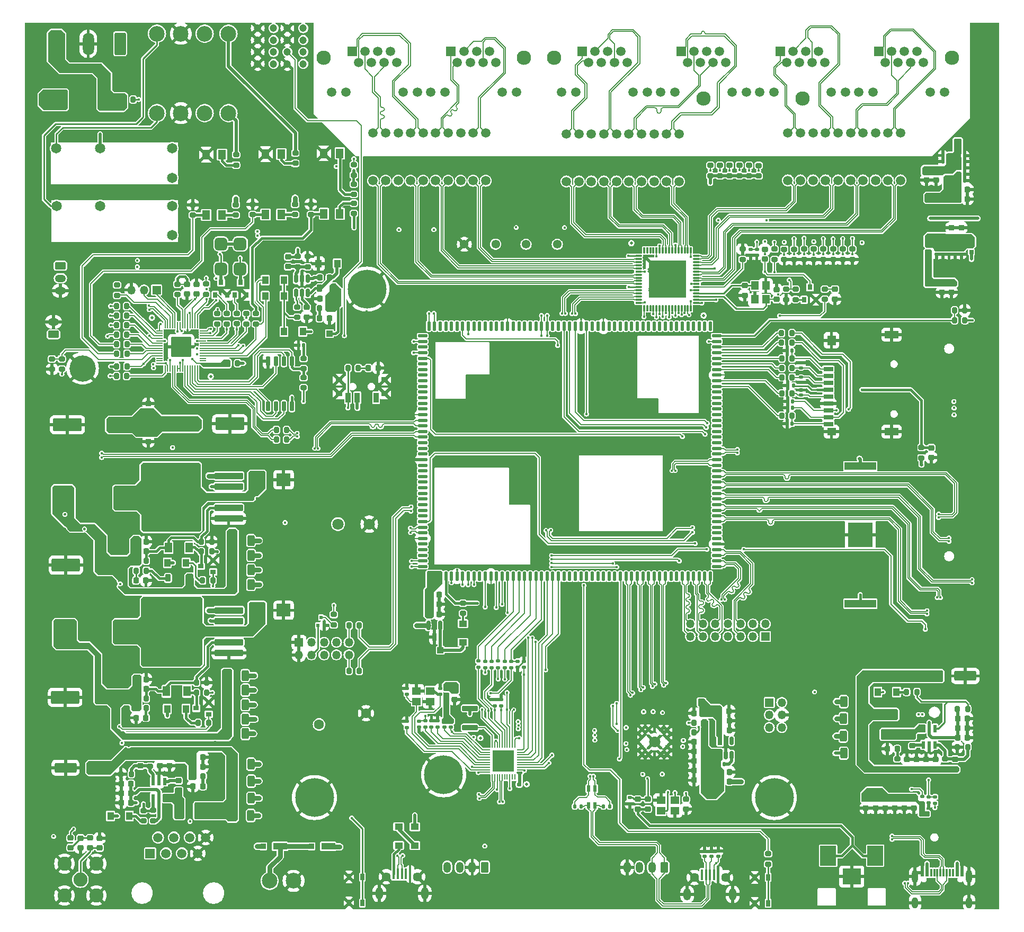
<source format=gtl>
G04 #@! TF.GenerationSoftware,KiCad,Pcbnew,8.0.0-rc1*
G04 #@! TF.CreationDate,2025-03-26T09:49:12+03:00*
G04 #@! TF.ProjectId,Movita_3566_HXV_Router_V4.1,4d6f7669-7461-45f3-9335-36365f485856,REV1*
G04 #@! TF.SameCoordinates,Original*
G04 #@! TF.FileFunction,Copper,L1,Top*
G04 #@! TF.FilePolarity,Positive*
%FSLAX46Y46*%
G04 Gerber Fmt 4.6, Leading zero omitted, Abs format (unit mm)*
G04 Created by KiCad (PCBNEW 8.0.0-rc1) date 2025-03-26 09:49:12*
%MOMM*%
%LPD*%
G01*
G04 APERTURE LIST*
G04 Aperture macros list*
%AMRoundRect*
0 Rectangle with rounded corners*
0 $1 Rounding radius*
0 $2 $3 $4 $5 $6 $7 $8 $9 X,Y pos of 4 corners*
0 Add a 4 corners polygon primitive as box body*
4,1,4,$2,$3,$4,$5,$6,$7,$8,$9,$2,$3,0*
0 Add four circle primitives for the rounded corners*
1,1,$1+$1,$2,$3*
1,1,$1+$1,$4,$5*
1,1,$1+$1,$6,$7*
1,1,$1+$1,$8,$9*
0 Add four rect primitives between the rounded corners*
20,1,$1+$1,$2,$3,$4,$5,0*
20,1,$1+$1,$4,$5,$6,$7,0*
20,1,$1+$1,$6,$7,$8,$9,0*
20,1,$1+$1,$8,$9,$2,$3,0*%
%AMFreePoly0*
4,1,12,-0.135000,0.500000,0.135000,0.500000,0.135000,-0.365000,0.124724,-0.416662,0.095459,-0.460459,0.051662,-0.489724,0.000000,-0.500000,-0.051662,-0.489724,-0.095459,-0.460459,-0.124724,-0.416662,-0.135000,-0.365000,-0.135000,0.500000,-0.135000,0.500000,$1*%
%AMFreePoly1*
4,1,5,3.000000,-3.000000,-3.000000,-3.000000,-3.000000,3.000000,3.000000,3.000000,3.000000,-3.000000,3.000000,-3.000000,$1*%
%AMFreePoly2*
4,1,12,-0.100000,0.450000,0.100000,0.450000,0.100000,-0.350000,0.092388,-0.388268,0.070711,-0.420711,0.038268,-0.442388,0.000000,-0.450000,-0.038268,-0.442388,-0.070711,-0.420711,-0.092388,-0.388268,-0.100000,-0.350000,-0.100000,0.450000,-0.100000,0.450000,$1*%
%AMFreePoly3*
4,1,12,-0.100000,0.350000,-0.092388,0.388268,-0.070711,0.420711,-0.038268,0.442388,0.000000,0.450000,0.038268,0.442388,0.070711,0.420711,0.092388,0.388268,0.100000,0.350000,0.100000,-0.450000,-0.100000,-0.450000,-0.100000,0.350000,-0.100000,0.350000,$1*%
G04 Aperture macros list end*
G04 #@! TA.AperFunction,ComponentPad*
%ADD10C,1.500000*%
G04 #@! TD*
G04 #@! TA.AperFunction,SMDPad,CuDef*
%ADD11RoundRect,0.200000X-0.200000X-0.275000X0.200000X-0.275000X0.200000X0.275000X-0.200000X0.275000X0*%
G04 #@! TD*
G04 #@! TA.AperFunction,SMDPad,CuDef*
%ADD12C,0.500000*%
G04 #@! TD*
G04 #@! TA.AperFunction,ComponentPad*
%ADD13RoundRect,0.250000X-0.625000X0.350000X-0.625000X-0.350000X0.625000X-0.350000X0.625000X0.350000X0*%
G04 #@! TD*
G04 #@! TA.AperFunction,ComponentPad*
%ADD14O,1.750000X1.200000*%
G04 #@! TD*
G04 #@! TA.AperFunction,SMDPad,CuDef*
%ADD15RoundRect,0.135000X-0.185000X0.135000X-0.185000X-0.135000X0.185000X-0.135000X0.185000X0.135000X0*%
G04 #@! TD*
G04 #@! TA.AperFunction,SMDPad,CuDef*
%ADD16RoundRect,0.140000X-0.170000X0.140000X-0.170000X-0.140000X0.170000X-0.140000X0.170000X0.140000X0*%
G04 #@! TD*
G04 #@! TA.AperFunction,SMDPad,CuDef*
%ADD17RoundRect,0.225000X-0.250000X0.225000X-0.250000X-0.225000X0.250000X-0.225000X0.250000X0.225000X0*%
G04 #@! TD*
G04 #@! TA.AperFunction,SMDPad,CuDef*
%ADD18R,1.000000X1.300000*%
G04 #@! TD*
G04 #@! TA.AperFunction,SMDPad,CuDef*
%ADD19RoundRect,0.225000X-0.225000X-0.250000X0.225000X-0.250000X0.225000X0.250000X-0.225000X0.250000X0*%
G04 #@! TD*
G04 #@! TA.AperFunction,SMDPad,CuDef*
%ADD20R,1.000000X1.000000*%
G04 #@! TD*
G04 #@! TA.AperFunction,ComponentPad*
%ADD21C,1.381000*%
G04 #@! TD*
G04 #@! TA.AperFunction,SMDPad,CuDef*
%ADD22RoundRect,0.200000X0.200000X0.275000X-0.200000X0.275000X-0.200000X-0.275000X0.200000X-0.275000X0*%
G04 #@! TD*
G04 #@! TA.AperFunction,SMDPad,CuDef*
%ADD23RoundRect,0.225000X0.225000X0.250000X-0.225000X0.250000X-0.225000X-0.250000X0.225000X-0.250000X0*%
G04 #@! TD*
G04 #@! TA.AperFunction,SMDPad,CuDef*
%ADD24RoundRect,0.200000X0.275000X-0.200000X0.275000X0.200000X-0.275000X0.200000X-0.275000X-0.200000X0*%
G04 #@! TD*
G04 #@! TA.AperFunction,SMDPad,CuDef*
%ADD25R,1.150000X1.650000*%
G04 #@! TD*
G04 #@! TA.AperFunction,SMDPad,CuDef*
%ADD26RoundRect,0.218750X0.256250X-0.218750X0.256250X0.218750X-0.256250X0.218750X-0.256250X-0.218750X0*%
G04 #@! TD*
G04 #@! TA.AperFunction,SMDPad,CuDef*
%ADD27R,0.700000X0.650000*%
G04 #@! TD*
G04 #@! TA.AperFunction,SMDPad,CuDef*
%ADD28RoundRect,0.250000X-0.312500X-0.625000X0.312500X-0.625000X0.312500X0.625000X-0.312500X0.625000X0*%
G04 #@! TD*
G04 #@! TA.AperFunction,SMDPad,CuDef*
%ADD29RoundRect,0.135000X0.135000X0.185000X-0.135000X0.185000X-0.135000X-0.185000X0.135000X-0.185000X0*%
G04 #@! TD*
G04 #@! TA.AperFunction,SMDPad,CuDef*
%ADD30RoundRect,0.225000X0.250000X-0.225000X0.250000X0.225000X-0.250000X0.225000X-0.250000X-0.225000X0*%
G04 #@! TD*
G04 #@! TA.AperFunction,SMDPad,CuDef*
%ADD31RoundRect,0.250000X-1.500000X-0.550000X1.500000X-0.550000X1.500000X0.550000X-1.500000X0.550000X0*%
G04 #@! TD*
G04 #@! TA.AperFunction,SMDPad,CuDef*
%ADD32RoundRect,0.200000X-0.275000X0.200000X-0.275000X-0.200000X0.275000X-0.200000X0.275000X0.200000X0*%
G04 #@! TD*
G04 #@! TA.AperFunction,ComponentPad*
%ADD33C,1.200000*%
G04 #@! TD*
G04 #@! TA.AperFunction,SMDPad,CuDef*
%ADD34R,0.400000X1.745000*%
G04 #@! TD*
G04 #@! TA.AperFunction,ComponentPad*
%ADD35O,1.200000X1.900000*%
G04 #@! TD*
G04 #@! TA.AperFunction,ComponentPad*
%ADD36C,1.450000*%
G04 #@! TD*
G04 #@! TA.AperFunction,ComponentPad*
%ADD37C,4.200000*%
G04 #@! TD*
G04 #@! TA.AperFunction,SMDPad,CuDef*
%ADD38R,0.800000X0.900000*%
G04 #@! TD*
G04 #@! TA.AperFunction,SMDPad,CuDef*
%ADD39R,0.900000X0.800000*%
G04 #@! TD*
G04 #@! TA.AperFunction,SMDPad,CuDef*
%ADD40RoundRect,0.135000X0.185000X-0.135000X0.185000X0.135000X-0.185000X0.135000X-0.185000X-0.135000X0*%
G04 #@! TD*
G04 #@! TA.AperFunction,SMDPad,CuDef*
%ADD41RoundRect,0.125000X0.175000X-0.125000X0.175000X0.125000X-0.175000X0.125000X-0.175000X-0.125000X0*%
G04 #@! TD*
G04 #@! TA.AperFunction,SMDPad,CuDef*
%ADD42RoundRect,0.140000X0.140000X0.170000X-0.140000X0.170000X-0.140000X-0.170000X0.140000X-0.170000X0*%
G04 #@! TD*
G04 #@! TA.AperFunction,SMDPad,CuDef*
%ADD43RoundRect,0.180000X1.070000X-0.270000X1.070000X0.270000X-1.070000X0.270000X-1.070000X-0.270000X0*%
G04 #@! TD*
G04 #@! TA.AperFunction,ComponentPad*
%ADD44R,1.500000X1.500000*%
G04 #@! TD*
G04 #@! TA.AperFunction,ComponentPad*
%ADD45C,2.300000*%
G04 #@! TD*
G04 #@! TA.AperFunction,SMDPad,CuDef*
%ADD46RoundRect,0.125000X0.125000X0.175000X-0.125000X0.175000X-0.125000X-0.175000X0.125000X-0.175000X0*%
G04 #@! TD*
G04 #@! TA.AperFunction,ComponentPad*
%ADD47C,0.900000*%
G04 #@! TD*
G04 #@! TA.AperFunction,ComponentPad*
%ADD48C,6.200000*%
G04 #@! TD*
G04 #@! TA.AperFunction,SMDPad,CuDef*
%ADD49RoundRect,0.140000X-0.140000X-0.170000X0.140000X-0.170000X0.140000X0.170000X-0.140000X0.170000X0*%
G04 #@! TD*
G04 #@! TA.AperFunction,ComponentPad*
%ADD50R,2.500000X3.200000*%
G04 #@! TD*
G04 #@! TA.AperFunction,ComponentPad*
%ADD51R,3.000000X2.500000*%
G04 #@! TD*
G04 #@! TA.AperFunction,SMDPad,CuDef*
%ADD52RoundRect,0.218750X0.218750X0.256250X-0.218750X0.256250X-0.218750X-0.256250X0.218750X-0.256250X0*%
G04 #@! TD*
G04 #@! TA.AperFunction,SMDPad,CuDef*
%ADD53RoundRect,0.050000X0.425000X0.050000X-0.425000X0.050000X-0.425000X-0.050000X0.425000X-0.050000X0*%
G04 #@! TD*
G04 #@! TA.AperFunction,SMDPad,CuDef*
%ADD54RoundRect,0.050000X0.050000X0.425000X-0.050000X0.425000X-0.050000X-0.425000X0.050000X-0.425000X0*%
G04 #@! TD*
G04 #@! TA.AperFunction,ComponentPad*
%ADD55C,0.600000*%
G04 #@! TD*
G04 #@! TA.AperFunction,ComponentPad*
%ADD56C,1.250000*%
G04 #@! TD*
G04 #@! TA.AperFunction,SMDPad,CuDef*
%ADD57RoundRect,0.144000X1.456000X1.456000X-1.456000X1.456000X-1.456000X-1.456000X1.456000X-1.456000X0*%
G04 #@! TD*
G04 #@! TA.AperFunction,SMDPad,CuDef*
%ADD58RoundRect,0.500000X0.500000X-0.500000X0.500000X0.500000X-0.500000X0.500000X-0.500000X-0.500000X0*%
G04 #@! TD*
G04 #@! TA.AperFunction,SMDPad,CuDef*
%ADD59RoundRect,0.500000X-0.500000X0.500000X-0.500000X-0.500000X0.500000X-0.500000X0.500000X0.500000X0*%
G04 #@! TD*
G04 #@! TA.AperFunction,SMDPad,CuDef*
%ADD60R,2.170000X1.120000*%
G04 #@! TD*
G04 #@! TA.AperFunction,SMDPad,CuDef*
%ADD61R,0.850000X0.850000*%
G04 #@! TD*
G04 #@! TA.AperFunction,SMDPad,CuDef*
%ADD62RoundRect,0.218750X-0.256250X0.218750X-0.256250X-0.218750X0.256250X-0.218750X0.256250X0.218750X0*%
G04 #@! TD*
G04 #@! TA.AperFunction,ComponentPad*
%ADD63R,1.350000X1.350000*%
G04 #@! TD*
G04 #@! TA.AperFunction,ComponentPad*
%ADD64O,1.350000X1.350000*%
G04 #@! TD*
G04 #@! TA.AperFunction,SMDPad,CuDef*
%ADD65RoundRect,0.140000X0.170000X-0.140000X0.170000X0.140000X-0.170000X0.140000X-0.170000X-0.140000X0*%
G04 #@! TD*
G04 #@! TA.AperFunction,ComponentPad*
%ADD66C,1.650000*%
G04 #@! TD*
G04 #@! TA.AperFunction,SMDPad,CuDef*
%ADD67FreePoly0,0.000000*%
G04 #@! TD*
G04 #@! TA.AperFunction,SMDPad,CuDef*
%ADD68FreePoly0,90.000000*%
G04 #@! TD*
G04 #@! TA.AperFunction,SMDPad,CuDef*
%ADD69FreePoly0,180.000000*%
G04 #@! TD*
G04 #@! TA.AperFunction,SMDPad,CuDef*
%ADD70FreePoly0,270.000000*%
G04 #@! TD*
G04 #@! TA.AperFunction,ComponentPad*
%ADD71C,0.800000*%
G04 #@! TD*
G04 #@! TA.AperFunction,ComponentPad*
%ADD72C,2.500000*%
G04 #@! TD*
G04 #@! TA.AperFunction,SMDPad,CuDef*
%ADD73FreePoly1,0.000000*%
G04 #@! TD*
G04 #@! TA.AperFunction,SMDPad,CuDef*
%ADD74RoundRect,0.218750X-0.218750X-0.256250X0.218750X-0.256250X0.218750X0.256250X-0.218750X0.256250X0*%
G04 #@! TD*
G04 #@! TA.AperFunction,SMDPad,CuDef*
%ADD75RoundRect,0.135000X-0.135000X-0.185000X0.135000X-0.185000X0.135000X0.185000X-0.135000X0.185000X0*%
G04 #@! TD*
G04 #@! TA.AperFunction,SMDPad,CuDef*
%ADD76FreePoly2,180.000000*%
G04 #@! TD*
G04 #@! TA.AperFunction,SMDPad,CuDef*
%ADD77FreePoly3,90.000000*%
G04 #@! TD*
G04 #@! TA.AperFunction,SMDPad,CuDef*
%ADD78FreePoly2,270.000000*%
G04 #@! TD*
G04 #@! TA.AperFunction,SMDPad,CuDef*
%ADD79FreePoly3,180.000000*%
G04 #@! TD*
G04 #@! TA.AperFunction,SMDPad,CuDef*
%ADD80FreePoly2,0.000000*%
G04 #@! TD*
G04 #@! TA.AperFunction,SMDPad,CuDef*
%ADD81FreePoly2,90.000000*%
G04 #@! TD*
G04 #@! TA.AperFunction,SMDPad,CuDef*
%ADD82R,3.450000X3.450000*%
G04 #@! TD*
G04 #@! TA.AperFunction,SMDPad,CuDef*
%ADD83R,1.300000X1.000000*%
G04 #@! TD*
G04 #@! TA.AperFunction,SMDPad,CuDef*
%ADD84RoundRect,0.250001X-2.049999X-0.799999X2.049999X-0.799999X2.049999X0.799999X-2.049999X0.799999X0*%
G04 #@! TD*
G04 #@! TA.AperFunction,SMDPad,CuDef*
%ADD85R,2.500000X1.500000*%
G04 #@! TD*
G04 #@! TA.AperFunction,ComponentPad*
%ADD86C,2.250000*%
G04 #@! TD*
G04 #@! TA.AperFunction,SMDPad,CuDef*
%ADD87RoundRect,0.250001X1.999999X0.799999X-1.999999X0.799999X-1.999999X-0.799999X1.999999X-0.799999X0*%
G04 #@! TD*
G04 #@! TA.AperFunction,SMDPad,CuDef*
%ADD88RoundRect,0.125000X-0.175000X0.125000X-0.175000X-0.125000X0.175000X-0.125000X0.175000X0.125000X0*%
G04 #@! TD*
G04 #@! TA.AperFunction,SMDPad,CuDef*
%ADD89R,1.250000X1.500000*%
G04 #@! TD*
G04 #@! TA.AperFunction,SMDPad,CuDef*
%ADD90RoundRect,0.218750X0.218750X0.381250X-0.218750X0.381250X-0.218750X-0.381250X0.218750X-0.381250X0*%
G04 #@! TD*
G04 #@! TA.AperFunction,SMDPad,CuDef*
%ADD91RoundRect,0.250001X2.049999X0.799999X-2.049999X0.799999X-2.049999X-0.799999X2.049999X-0.799999X0*%
G04 #@! TD*
G04 #@! TA.AperFunction,SMDPad,CuDef*
%ADD92R,1.400000X1.200000*%
G04 #@! TD*
G04 #@! TA.AperFunction,SMDPad,CuDef*
%ADD93RoundRect,0.225000X0.225000X0.375000X-0.225000X0.375000X-0.225000X-0.375000X0.225000X-0.375000X0*%
G04 #@! TD*
G04 #@! TA.AperFunction,SMDPad,CuDef*
%ADD94RoundRect,0.250000X0.312500X0.625000X-0.312500X0.625000X-0.312500X-0.625000X0.312500X-0.625000X0*%
G04 #@! TD*
G04 #@! TA.AperFunction,SMDPad,CuDef*
%ADD95R,0.650000X1.050000*%
G04 #@! TD*
G04 #@! TA.AperFunction,SMDPad,CuDef*
%ADD96RoundRect,0.250000X1.500000X0.550000X-1.500000X0.550000X-1.500000X-0.550000X1.500000X-0.550000X0*%
G04 #@! TD*
G04 #@! TA.AperFunction,SMDPad,CuDef*
%ADD97RoundRect,0.250000X2.050000X0.300000X-2.050000X0.300000X-2.050000X-0.300000X2.050000X-0.300000X0*%
G04 #@! TD*
G04 #@! TA.AperFunction,SMDPad,CuDef*
%ADD98RoundRect,0.250000X2.025000X2.375000X-2.025000X2.375000X-2.025000X-2.375000X2.025000X-2.375000X0*%
G04 #@! TD*
G04 #@! TA.AperFunction,SMDPad,CuDef*
%ADD99RoundRect,0.250002X4.449998X5.149998X-4.449998X5.149998X-4.449998X-5.149998X4.449998X-5.149998X0*%
G04 #@! TD*
G04 #@! TA.AperFunction,ComponentPad*
%ADD100RoundRect,0.250000X0.625000X-0.350000X0.625000X0.350000X-0.625000X0.350000X-0.625000X-0.350000X0*%
G04 #@! TD*
G04 #@! TA.AperFunction,SMDPad,CuDef*
%ADD101R,0.500000X0.600000*%
G04 #@! TD*
G04 #@! TA.AperFunction,SMDPad,CuDef*
%ADD102R,0.600000X1.240000*%
G04 #@! TD*
G04 #@! TA.AperFunction,SMDPad,CuDef*
%ADD103R,0.300000X1.240000*%
G04 #@! TD*
G04 #@! TA.AperFunction,ComponentPad*
%ADD104O,1.000000X2.100000*%
G04 #@! TD*
G04 #@! TA.AperFunction,ComponentPad*
%ADD105O,1.000000X1.800000*%
G04 #@! TD*
G04 #@! TA.AperFunction,SMDPad,CuDef*
%ADD106R,0.600000X1.050000*%
G04 #@! TD*
G04 #@! TA.AperFunction,SMDPad,CuDef*
%ADD107RoundRect,0.150000X0.150000X-0.512500X0.150000X0.512500X-0.150000X0.512500X-0.150000X-0.512500X0*%
G04 #@! TD*
G04 #@! TA.AperFunction,SMDPad,CuDef*
%ADD108R,3.000000X3.500000*%
G04 #@! TD*
G04 #@! TA.AperFunction,SMDPad,CuDef*
%ADD109R,5.080000X1.270000*%
G04 #@! TD*
G04 #@! TA.AperFunction,SMDPad,CuDef*
%ADD110R,3.960000X3.960000*%
G04 #@! TD*
G04 #@! TA.AperFunction,SMDPad,CuDef*
%ADD111RoundRect,0.150000X-0.150000X0.650000X-0.150000X-0.650000X0.150000X-0.650000X0.150000X0.650000X0*%
G04 #@! TD*
G04 #@! TA.AperFunction,SMDPad,CuDef*
%ADD112R,0.600000X1.200000*%
G04 #@! TD*
G04 #@! TA.AperFunction,ComponentPad*
%ADD113RoundRect,0.250000X0.650000X1.550000X-0.650000X1.550000X-0.650000X-1.550000X0.650000X-1.550000X0*%
G04 #@! TD*
G04 #@! TA.AperFunction,ComponentPad*
%ADD114O,1.800000X3.600000*%
G04 #@! TD*
G04 #@! TA.AperFunction,SMDPad,CuDef*
%ADD115R,1.200000X1.400000*%
G04 #@! TD*
G04 #@! TA.AperFunction,SMDPad,CuDef*
%ADD116R,1.500000X2.500000*%
G04 #@! TD*
G04 #@! TA.AperFunction,SMDPad,CuDef*
%ADD117RoundRect,0.125000X0.125000X-0.625000X0.125000X0.625000X-0.125000X0.625000X-0.125000X-0.625000X0*%
G04 #@! TD*
G04 #@! TA.AperFunction,SMDPad,CuDef*
%ADD118RoundRect,0.125000X0.625000X0.125000X-0.625000X0.125000X-0.625000X-0.125000X0.625000X-0.125000X0*%
G04 #@! TD*
G04 #@! TA.AperFunction,SMDPad,CuDef*
%ADD119RoundRect,0.125000X-0.125000X0.625000X-0.125000X-0.625000X0.125000X-0.625000X0.125000X0.625000X0*%
G04 #@! TD*
G04 #@! TA.AperFunction,SMDPad,CuDef*
%ADD120RoundRect,0.125000X-0.625000X-0.125000X0.625000X-0.125000X0.625000X0.125000X-0.625000X0.125000X0*%
G04 #@! TD*
G04 #@! TA.AperFunction,SMDPad,CuDef*
%ADD121RoundRect,0.150000X-0.150000X0.512500X-0.150000X-0.512500X0.150000X-0.512500X0.150000X0.512500X0*%
G04 #@! TD*
G04 #@! TA.AperFunction,SMDPad,CuDef*
%ADD122R,1.300000X3.000000*%
G04 #@! TD*
G04 #@! TA.AperFunction,SMDPad,CuDef*
%ADD123R,0.830000X1.630000*%
G04 #@! TD*
G04 #@! TA.AperFunction,SMDPad,CuDef*
%ADD124R,1.030000X0.830000*%
G04 #@! TD*
G04 #@! TA.AperFunction,SMDPad,CuDef*
%ADD125R,2.250000X2.050000*%
G04 #@! TD*
G04 #@! TA.AperFunction,SMDPad,CuDef*
%ADD126R,1.600000X0.700000*%
G04 #@! TD*
G04 #@! TA.AperFunction,SMDPad,CuDef*
%ADD127R,2.200000X1.200000*%
G04 #@! TD*
G04 #@! TA.AperFunction,SMDPad,CuDef*
%ADD128R,1.400000X1.600000*%
G04 #@! TD*
G04 #@! TA.AperFunction,SMDPad,CuDef*
%ADD129RoundRect,0.150000X-0.150000X0.587500X-0.150000X-0.587500X0.150000X-0.587500X0.150000X0.587500X0*%
G04 #@! TD*
G04 #@! TA.AperFunction,ComponentPad*
%ADD130C,1.800000*%
G04 #@! TD*
G04 #@! TA.AperFunction,ComponentPad*
%ADD131C,1.600000*%
G04 #@! TD*
G04 #@! TA.AperFunction,ComponentPad*
%ADD132RoundRect,0.250000X0.350000X0.625000X-0.350000X0.625000X-0.350000X-0.625000X0.350000X-0.625000X0*%
G04 #@! TD*
G04 #@! TA.AperFunction,ComponentPad*
%ADD133O,1.200000X1.750000*%
G04 #@! TD*
G04 #@! TA.AperFunction,ComponentPad*
%ADD134O,3.200000X2.000000*%
G04 #@! TD*
G04 #@! TA.AperFunction,ViaPad*
%ADD135C,0.400000*%
G04 #@! TD*
G04 #@! TA.AperFunction,Conductor*
%ADD136C,0.200000*%
G04 #@! TD*
G04 #@! TA.AperFunction,Conductor*
%ADD137C,0.254000*%
G04 #@! TD*
G04 #@! TA.AperFunction,Conductor*
%ADD138C,0.508000*%
G04 #@! TD*
G04 #@! TA.AperFunction,Conductor*
%ADD139C,0.381000*%
G04 #@! TD*
G04 #@! TA.AperFunction,Conductor*
%ADD140C,0.768000*%
G04 #@! TD*
G04 #@! TA.AperFunction,Conductor*
%ADD141C,0.152400*%
G04 #@! TD*
G04 #@! TA.AperFunction,Conductor*
%ADD142C,0.135500*%
G04 #@! TD*
G04 #@! TA.AperFunction,Conductor*
%ADD143C,0.300000*%
G04 #@! TD*
G04 #@! TA.AperFunction,Conductor*
%ADD144C,0.145600*%
G04 #@! TD*
G04 #@! TA.AperFunction,Conductor*
%ADD145C,0.762000*%
G04 #@! TD*
G04 #@! TA.AperFunction,Conductor*
%ADD146C,0.368000*%
G04 #@! TD*
G04 APERTURE END LIST*
D10*
X103250000Y-50940000D03*
X105250000Y-50940000D03*
X107250000Y-50940000D03*
X109250000Y-50940000D03*
X111250000Y-50940000D03*
X113250000Y-50940000D03*
X115250000Y-50940000D03*
X117250000Y-50940000D03*
X119250000Y-50940000D03*
X121250000Y-50940000D03*
X121250000Y-43320000D03*
X119250000Y-43320000D03*
X117250000Y-43320000D03*
X115250000Y-43320000D03*
X113250000Y-43320000D03*
X111250000Y-43320000D03*
X109250000Y-43320000D03*
X107250000Y-43320000D03*
X105250000Y-43320000D03*
X103250000Y-43320000D03*
D11*
X75995000Y-114840000D03*
X77645000Y-114840000D03*
D12*
X120390000Y-140020000D03*
D13*
X53280000Y-64530000D03*
D14*
X53280000Y-66530000D03*
X53280000Y-68530000D03*
D15*
X111572500Y-137287500D03*
X111572500Y-138307500D03*
D16*
X193340000Y-61742500D03*
X193340000Y-62702500D03*
D11*
X62235000Y-82130000D03*
X63885000Y-82130000D03*
D17*
X191680000Y-49245000D03*
X191680000Y-50795000D03*
D18*
X86005000Y-66820000D03*
X89005000Y-66820000D03*
X70350000Y-135370000D03*
X73350000Y-135370000D03*
D19*
X112230000Y-118660000D03*
X113780000Y-118660000D03*
D20*
X96280000Y-75370000D03*
D11*
X188525000Y-132660000D03*
X190175000Y-132660000D03*
D21*
X117830000Y-61090000D03*
X122830000Y-61090000D03*
D22*
X63885000Y-74010000D03*
X62235000Y-74010000D03*
D23*
X66965000Y-110190000D03*
X65415000Y-110190000D03*
D12*
X156090000Y-72480000D03*
D24*
X100160000Y-53110000D03*
X100160000Y-51460000D03*
D11*
X99395000Y-129290000D03*
X101045000Y-129290000D03*
D25*
X70567500Y-109610000D03*
X73867500Y-109610000D03*
D26*
X177080000Y-69847500D03*
X177080000Y-68272500D03*
D23*
X66970000Y-108640000D03*
X65420000Y-108640000D03*
D27*
X195090000Y-50635000D03*
X195090000Y-49285000D03*
D28*
X80807500Y-115480000D03*
X83732500Y-115480000D03*
D22*
X67015000Y-113270000D03*
X65365000Y-113270000D03*
D24*
X194695000Y-145040000D03*
X194695000Y-143390000D03*
D29*
X141080000Y-150980000D03*
X140060000Y-150980000D03*
D30*
X189420000Y-141285000D03*
X189420000Y-139735000D03*
D11*
X63255000Y-37950000D03*
X64905000Y-37950000D03*
D15*
X114960000Y-132040000D03*
X114960000Y-133060000D03*
D24*
X78350000Y-73817500D03*
X78350000Y-72167500D03*
X53490000Y-81065000D03*
X53490000Y-79415000D03*
D12*
X127790000Y-147420000D03*
D16*
X192030000Y-149440000D03*
X192030000Y-150400000D03*
D31*
X192500000Y-130110000D03*
X197900000Y-130110000D03*
D32*
X51930000Y-79415000D03*
X51930000Y-81065000D03*
D33*
X89550000Y-26540000D03*
X92090000Y-26540000D03*
X89550000Y-28440000D03*
X92090000Y-28440000D03*
X89550000Y-30340000D03*
X92090000Y-30340000D03*
X89550000Y-32240000D03*
X92090000Y-32240000D03*
D34*
X106565000Y-161762500D03*
X107215000Y-161762500D03*
X107865000Y-161762500D03*
X108515000Y-161762500D03*
X109165000Y-161762500D03*
D35*
X104240000Y-164890000D03*
D36*
X105365000Y-162210000D03*
X110365000Y-162210000D03*
D35*
X111490000Y-164890000D03*
D17*
X196245000Y-143430000D03*
X196245000Y-144980000D03*
D30*
X195700000Y-59995000D03*
X195700000Y-58445000D03*
D17*
X162630000Y-67705000D03*
X162630000Y-69255000D03*
D32*
X92130000Y-82385000D03*
X92130000Y-84035000D03*
D11*
X62260000Y-78592500D03*
X63910000Y-78592500D03*
D21*
X132690000Y-61100000D03*
X127690000Y-61100000D03*
D23*
X66970000Y-132160000D03*
X65420000Y-132160000D03*
D30*
X197270000Y-59975000D03*
X197270000Y-58425000D03*
D28*
X79907500Y-137010000D03*
X82832500Y-137010000D03*
D37*
X56820000Y-80930000D03*
D38*
X78020000Y-69192500D03*
X79920000Y-69192500D03*
X78970000Y-67192500D03*
D33*
X84810000Y-26540000D03*
X87350000Y-26540000D03*
X84810000Y-28440000D03*
X87350000Y-28440000D03*
X84810000Y-30340000D03*
X87350000Y-30340000D03*
X84810000Y-32240000D03*
X87350000Y-32240000D03*
D24*
X178320000Y-63495000D03*
X178320000Y-61845000D03*
D11*
X65360000Y-135230000D03*
X67010000Y-135230000D03*
D39*
X77700000Y-113500000D03*
X77700000Y-111600000D03*
X75700000Y-112550000D03*
D40*
X115642500Y-138307500D03*
X115642500Y-137287500D03*
D11*
X168576511Y-84900000D03*
X170226511Y-84900000D03*
X168535000Y-76840000D03*
X170185000Y-76840000D03*
D32*
X92140000Y-79345000D03*
X92140000Y-80995000D03*
D41*
X171650000Y-85193489D03*
X171650000Y-84393489D03*
D30*
X70687500Y-144485000D03*
X70687500Y-142935000D03*
D19*
X158622500Y-138769998D03*
X160172500Y-138769998D03*
D42*
X195300000Y-47880000D03*
X194340000Y-47880000D03*
D15*
X125330000Y-127760000D03*
X125330000Y-128780000D03*
D24*
X172120000Y-63510000D03*
X172120000Y-61860000D03*
X160250000Y-50125000D03*
X160250000Y-48475000D03*
D22*
X89435000Y-92295000D03*
X87785000Y-92295000D03*
D40*
X114622500Y-138307500D03*
X114622500Y-137287500D03*
D43*
X118720000Y-138377500D03*
X118720000Y-135277500D03*
D40*
X144275000Y-150585000D03*
X144275000Y-149565000D03*
D12*
X144520000Y-60910000D03*
D17*
X147150000Y-149815000D03*
X147150000Y-151365000D03*
D23*
X156105000Y-140670000D03*
X154555000Y-140670000D03*
D18*
X92012500Y-75040000D03*
X89012500Y-75040000D03*
D19*
X94737500Y-66430000D03*
X96287500Y-66430000D03*
D44*
X99910000Y-30210000D03*
X115710000Y-30210000D03*
D10*
X100930000Y-31990000D03*
X116730000Y-31990000D03*
X101950000Y-30210000D03*
X117750000Y-30210000D03*
X102970000Y-31990000D03*
X118770000Y-31990000D03*
X103990000Y-30210000D03*
X119790000Y-30210000D03*
X105010000Y-31990000D03*
X120810000Y-31990000D03*
X106030000Y-30210000D03*
X121830000Y-30210000D03*
X107050000Y-31990000D03*
X122850000Y-31990000D03*
X98920000Y-36800000D03*
X96630000Y-36800000D03*
X110350000Y-36800000D03*
X108060000Y-36800000D03*
X114730000Y-36800000D03*
X112440000Y-36800000D03*
X126160000Y-36800000D03*
X123870000Y-36800000D03*
D45*
X127380000Y-31230000D03*
X95380000Y-31230000D03*
D46*
X170233489Y-89800000D03*
X169433489Y-89800000D03*
D47*
X99657580Y-68255000D03*
X100407580Y-66405000D03*
X100407580Y-70105000D03*
X102257580Y-65655000D03*
D48*
X102257580Y-68255000D03*
D47*
X102257580Y-70855000D03*
X104107580Y-66405000D03*
X104107580Y-70105000D03*
X104857580Y-68255000D03*
D16*
X110572500Y-137337500D03*
X110572500Y-138297500D03*
D49*
X196830000Y-49900000D03*
X197790000Y-49900000D03*
D20*
X196710000Y-44840000D03*
D16*
X197260000Y-61742500D03*
X197260000Y-62702500D03*
D24*
X187020000Y-145030000D03*
X187020000Y-143380000D03*
D49*
X196830000Y-50880000D03*
X197790000Y-50880000D03*
D50*
X175990000Y-158840000D03*
X183490000Y-158840000D03*
D51*
X179740000Y-162190000D03*
D16*
X164570000Y-61880000D03*
X164570000Y-62840000D03*
D11*
X75030000Y-131205000D03*
X76680000Y-131205000D03*
D12*
X67900000Y-72820000D03*
D24*
X168970000Y-63535000D03*
X168970000Y-61885000D03*
D30*
X66060000Y-144480000D03*
X66060000Y-142930000D03*
D32*
X91095000Y-71115000D03*
X91095000Y-72765000D03*
D20*
X192350000Y-67320000D03*
D24*
X93310000Y-56325000D03*
X93310000Y-54675000D03*
D52*
X160182500Y-147000000D03*
X158607500Y-147000000D03*
D32*
X74437500Y-54780000D03*
X74437500Y-56430000D03*
D15*
X123250000Y-127740000D03*
X123250000Y-128760000D03*
D49*
X196820000Y-46910000D03*
X197780000Y-46910000D03*
D24*
X100185000Y-56160000D03*
X100185000Y-54510000D03*
D53*
X76072000Y-80117500D03*
X76072000Y-79717500D03*
X76072000Y-79317500D03*
X76072000Y-78917500D03*
X76072000Y-78517500D03*
X76072000Y-78117500D03*
X76072000Y-77717500D03*
X76072000Y-77317500D03*
X76072000Y-76917500D03*
X76072000Y-76517500D03*
X76072000Y-76117500D03*
X76072000Y-75717500D03*
X76072000Y-75317500D03*
X76072000Y-74917500D03*
D54*
X75197500Y-74043000D03*
X74797500Y-74043000D03*
X74397500Y-74043000D03*
X73997500Y-74043000D03*
X73597500Y-74043000D03*
X73197500Y-74043000D03*
X72797500Y-74043000D03*
X72397500Y-74043000D03*
X71997500Y-74043000D03*
X71597500Y-74043000D03*
X71197500Y-74043000D03*
X70797500Y-74043000D03*
X70397500Y-74043000D03*
X69997500Y-74043000D03*
D53*
X69123000Y-74917500D03*
X69123000Y-75317500D03*
X69123000Y-75717500D03*
X69123000Y-76117500D03*
X69123000Y-76517500D03*
X69123000Y-76917500D03*
X69123000Y-77317500D03*
X69123000Y-77717500D03*
X69123000Y-78117500D03*
X69123000Y-78517500D03*
X69123000Y-78917500D03*
X69123000Y-79317500D03*
X69123000Y-79717500D03*
X69123000Y-80117500D03*
D54*
X69997500Y-80992000D03*
X70397500Y-80992000D03*
X70797500Y-80992000D03*
X71197500Y-80992000D03*
X71597500Y-80992000D03*
X71997500Y-80992000D03*
X72397500Y-80992000D03*
X72797500Y-80992000D03*
X73197500Y-80992000D03*
X73597500Y-80992000D03*
X73997500Y-80992000D03*
X74397500Y-80992000D03*
X74797500Y-80992000D03*
X75197500Y-80992000D03*
D55*
X73872500Y-78792500D03*
X73872500Y-77517500D03*
X73872500Y-76242500D03*
X72597500Y-78792500D03*
D56*
X72597500Y-77517500D03*
D57*
X72597500Y-77517500D03*
D55*
X72597500Y-76242500D03*
X71322500Y-78792500D03*
X71322500Y-77517500D03*
X71322500Y-76242500D03*
D52*
X104057500Y-80860000D03*
X102482500Y-80860000D03*
D15*
X123700000Y-133880000D03*
X123700000Y-134900000D03*
D17*
X89680000Y-63095000D03*
X89680000Y-64645000D03*
X181990000Y-149690000D03*
X181990000Y-151240000D03*
D30*
X54916250Y-157566250D03*
X54916250Y-156016250D03*
D58*
X78950000Y-61032500D03*
D59*
X78950000Y-65032500D03*
D24*
X62320000Y-69245000D03*
X62320000Y-67595000D03*
D60*
X88380000Y-157350000D03*
D61*
X85700000Y-157350000D03*
D62*
X192050000Y-60880000D03*
X192050000Y-62455000D03*
D17*
X56466250Y-156031250D03*
X56466250Y-157581250D03*
D63*
X166579903Y-134351703D03*
D64*
X168579903Y-134351703D03*
X166579903Y-136351703D03*
X168579903Y-136351703D03*
X166579903Y-138351703D03*
X168579903Y-138351703D03*
D65*
X113950000Y-133027500D03*
X113950000Y-132067500D03*
D24*
X100175000Y-50030000D03*
X100175000Y-48380000D03*
D11*
X168586511Y-80850000D03*
X170236511Y-80850000D03*
D66*
X71130000Y-50470000D03*
X71130000Y-45770000D03*
X59630000Y-45770000D03*
X52630000Y-45770000D03*
D24*
X71990000Y-69115000D03*
X71990000Y-67465000D03*
X175210000Y-63495000D03*
X175210000Y-61845000D03*
D67*
X154055000Y-62095000D03*
X153555000Y-62095000D03*
X153055000Y-62095000D03*
X152555000Y-62095000D03*
X152055000Y-62095000D03*
X151555000Y-62095000D03*
X151055000Y-62095000D03*
X150555000Y-62095000D03*
X150055000Y-62095000D03*
X149555000Y-62095000D03*
X149055000Y-62095000D03*
X148555000Y-62095000D03*
X148055000Y-62095000D03*
X147555000Y-62095000D03*
X147055000Y-62095000D03*
X146555000Y-62095000D03*
D68*
X145705000Y-62945000D03*
X145705000Y-63445000D03*
X145705000Y-63945000D03*
X145705000Y-64445000D03*
X145705000Y-64945000D03*
X145705000Y-65445000D03*
X145705000Y-65945000D03*
X145705000Y-66445000D03*
X145705000Y-66945000D03*
X145705000Y-67445000D03*
X145705000Y-67945000D03*
X145705000Y-68445000D03*
X145705000Y-68945000D03*
X145705000Y-69445000D03*
X145705000Y-69945000D03*
X145705000Y-70445000D03*
D69*
X146555000Y-71295000D03*
X147055000Y-71295000D03*
X147555000Y-71295000D03*
X148055000Y-71295000D03*
X148555000Y-71295000D03*
X149055000Y-71295000D03*
X149555000Y-71295000D03*
X150055000Y-71295000D03*
X150555000Y-71295000D03*
X151055000Y-71295000D03*
X151555000Y-71295000D03*
X152055000Y-71295000D03*
X152555000Y-71295000D03*
X153055000Y-71295000D03*
X153555000Y-71295000D03*
X154055000Y-71295000D03*
D70*
X154905000Y-70445000D03*
X154905000Y-69945000D03*
X154905000Y-69445000D03*
X154905000Y-68945000D03*
X154905000Y-68445000D03*
X154905000Y-67945000D03*
X154905000Y-67445000D03*
X154905000Y-66945000D03*
X154905000Y-66445000D03*
X154905000Y-65945000D03*
X154905000Y-65445000D03*
X154905000Y-64945000D03*
X154905000Y-64445000D03*
X154905000Y-63945000D03*
X154905000Y-63445000D03*
X154905000Y-62945000D03*
D71*
X152595000Y-67475000D03*
X152525000Y-68995000D03*
X152355000Y-65895000D03*
X152355000Y-64595000D03*
X151045000Y-69005000D03*
X151005000Y-64595000D03*
D72*
X150305000Y-66695000D03*
D73*
X150305000Y-66695000D03*
D71*
X149405000Y-68945000D03*
X149255000Y-64595000D03*
X148055000Y-68945000D03*
X148055000Y-67645000D03*
X147905000Y-65895000D03*
X147905000Y-64595000D03*
D63*
X165952000Y-123811703D03*
D64*
X165952000Y-121811703D03*
X163952000Y-123811703D03*
X163952000Y-121811703D03*
X161952000Y-123811703D03*
X161952000Y-121811703D03*
X159952000Y-123811703D03*
X159952000Y-121811703D03*
X157952000Y-123811703D03*
X157952000Y-121811703D03*
X155952000Y-123811703D03*
X155952000Y-121811703D03*
X153952000Y-123811703D03*
X153952000Y-121811703D03*
D65*
X127340000Y-128750000D03*
X127340000Y-127790000D03*
D74*
X185442500Y-141780000D03*
X187017500Y-141780000D03*
D30*
X59526250Y-157586250D03*
X59526250Y-156036250D03*
D32*
X81347500Y-46770000D03*
X81347500Y-48420000D03*
D75*
X135490000Y-150980000D03*
X136510000Y-150980000D03*
D23*
X198235000Y-139950000D03*
X196685000Y-139950000D03*
D24*
X157140000Y-50125000D03*
X157140000Y-48475000D03*
D19*
X94747500Y-69760000D03*
X96297500Y-69760000D03*
D23*
X198225000Y-138430000D03*
X196675000Y-138430000D03*
D76*
X122290000Y-146270000D03*
X122690000Y-146270000D03*
X123090000Y-146270000D03*
X123490000Y-146270000D03*
X123890000Y-146270000D03*
X124290000Y-146270000D03*
X124690000Y-146270000D03*
X125090000Y-146270000D03*
X125490000Y-146270000D03*
X125890000Y-146270000D03*
D77*
X126640000Y-145520000D03*
X126640000Y-145120000D03*
X126640000Y-144720000D03*
X126640000Y-144320000D03*
X126640000Y-143920000D03*
X126640000Y-143520000D03*
X126640000Y-143120000D03*
X126640000Y-142720000D03*
X126640000Y-142320000D03*
D78*
X126640000Y-141920000D03*
D79*
X125890000Y-141170000D03*
X125490000Y-141170000D03*
X125090000Y-141170000D03*
X124690000Y-141170000D03*
X124290000Y-141170000D03*
X123890000Y-141170000D03*
X123490000Y-141170000D03*
X123090000Y-141170000D03*
X122690000Y-141170000D03*
D80*
X122290000Y-141170000D03*
D81*
X121540000Y-141920000D03*
X121540000Y-142320000D03*
X121540000Y-142720000D03*
X121540000Y-143120000D03*
X121540000Y-143520000D03*
X121540000Y-143920000D03*
X121540000Y-144320000D03*
X121540000Y-144720000D03*
X121540000Y-145120000D03*
X121540000Y-145520000D03*
D55*
X122990000Y-144820000D03*
X123740000Y-144820000D03*
X124440000Y-144820000D03*
X125190000Y-144820000D03*
X122990000Y-144070000D03*
X125190000Y-144070000D03*
D33*
X124090000Y-143720000D03*
D82*
X124090000Y-143720000D03*
D55*
X122990000Y-143370000D03*
X125190000Y-143370000D03*
X122990000Y-142620000D03*
X123740000Y-142620000D03*
X124440000Y-142620000D03*
X125190000Y-142620000D03*
D63*
X68650000Y-68390000D03*
D64*
X66650000Y-68390000D03*
X64650000Y-68390000D03*
D30*
X165850000Y-63465000D03*
X165850000Y-61915000D03*
D28*
X80817500Y-108460000D03*
X83742500Y-108460000D03*
D16*
X126340000Y-127790000D03*
X126340000Y-128750000D03*
D23*
X76025000Y-144615000D03*
X74475000Y-144615000D03*
D19*
X112230000Y-117130000D03*
X113780000Y-117130000D03*
D83*
X109930000Y-157225000D03*
X109930000Y-154225000D03*
D84*
X71530000Y-89800000D03*
X80330000Y-89800000D03*
D85*
X185755000Y-139480000D03*
X185755000Y-136230000D03*
D19*
X158617500Y-137229998D03*
X160167500Y-137229998D03*
D24*
X163320000Y-50130000D03*
X163320000Y-48480000D03*
D19*
X62985000Y-150390000D03*
X64535000Y-150390000D03*
D32*
X81307500Y-54760000D03*
X81307500Y-56410000D03*
D86*
X56470000Y-162660000D03*
X53920000Y-165210000D03*
X59020000Y-165210000D03*
X59020000Y-160110000D03*
X53920000Y-160110000D03*
D63*
X91400000Y-124730000D03*
D64*
X91400000Y-126730000D03*
X93400000Y-124730000D03*
X93400000Y-126730000D03*
X95400000Y-124730000D03*
X95400000Y-126730000D03*
X97400000Y-124730000D03*
X97400000Y-126730000D03*
X99400000Y-124730000D03*
X99400000Y-126730000D03*
D87*
X61230000Y-133525000D03*
X54030000Y-133525000D03*
D23*
X156105000Y-143710000D03*
X154555000Y-143710000D03*
D11*
X74437500Y-146125000D03*
X76087500Y-146125000D03*
D32*
X190900000Y-93590000D03*
X190900000Y-95240000D03*
D15*
X112582500Y-137287500D03*
X112582500Y-138307500D03*
D30*
X69150000Y-144480000D03*
X69150000Y-142930000D03*
D88*
X171670000Y-82356511D03*
X171670000Y-83156511D03*
D87*
X61340000Y-112375000D03*
X54140000Y-112375000D03*
D19*
X158620000Y-145470000D03*
X160170000Y-145470000D03*
D89*
X88600000Y-46660000D03*
X86060000Y-46660000D03*
X86060000Y-56320000D03*
X88600000Y-56320000D03*
D20*
X182050000Y-130530000D03*
D22*
X96347500Y-71330000D03*
X94697500Y-71330000D03*
D28*
X80820000Y-113170000D03*
X83745000Y-113170000D03*
D90*
X96835000Y-68100000D03*
X94710000Y-68100000D03*
D16*
X163580000Y-61880000D03*
X163580000Y-62840000D03*
D22*
X77465000Y-110210000D03*
X75815000Y-110210000D03*
D17*
X190100000Y-143435000D03*
X190100000Y-144985000D03*
D24*
X162290000Y-63505000D03*
X162290000Y-61855000D03*
D41*
X157330000Y-158940000D03*
X157330000Y-158140000D03*
D49*
X196830000Y-48910000D03*
X197790000Y-48910000D03*
D17*
X195700000Y-67205000D03*
X195700000Y-68755000D03*
D32*
X84540000Y-72187500D03*
X84540000Y-73837500D03*
D23*
X156115000Y-146790000D03*
X154565000Y-146790000D03*
D27*
X198890000Y-62360000D03*
X198890000Y-61010000D03*
D24*
X96980000Y-121935000D03*
X96980000Y-120285000D03*
D91*
X63200000Y-89940000D03*
X54400000Y-89940000D03*
D24*
X170540000Y-63522500D03*
X170540000Y-61872500D03*
D92*
X112400000Y-132487500D03*
X110200000Y-132487500D03*
X110200000Y-134187500D03*
X112400000Y-134187500D03*
D42*
X195290000Y-46880000D03*
X194330000Y-46880000D03*
D44*
X136695000Y-30210000D03*
X152495000Y-30210000D03*
X168295000Y-30210000D03*
X184095000Y-30210000D03*
D10*
X137715000Y-31990000D03*
X153515000Y-31990000D03*
X169315000Y-31990000D03*
X185115000Y-31990000D03*
X138735000Y-30210000D03*
X154535000Y-30210000D03*
X170335000Y-30210000D03*
X186135000Y-30210000D03*
X139755000Y-31990000D03*
X155555000Y-31990000D03*
X171355000Y-31990000D03*
X187155000Y-31990000D03*
X140775000Y-30210000D03*
X156575000Y-30210000D03*
X172375000Y-30210000D03*
X188175000Y-30210000D03*
X141795000Y-31990000D03*
X157595000Y-31990000D03*
X173395000Y-31990000D03*
X189195000Y-31990000D03*
X142815000Y-30210000D03*
X158615000Y-30210000D03*
X174415000Y-30210000D03*
X190215000Y-30210000D03*
X143835000Y-31990000D03*
X159635000Y-31990000D03*
X175435000Y-31990000D03*
X191235000Y-31990000D03*
X135695000Y-36800000D03*
X133405000Y-36800000D03*
X147125000Y-36800000D03*
X144835000Y-36800000D03*
X151505000Y-36800000D03*
X149215000Y-36800000D03*
X162935000Y-36800000D03*
X160645000Y-36800000D03*
X167315000Y-36800000D03*
X165025000Y-36800000D03*
X178745000Y-36800000D03*
X176455000Y-36800000D03*
X183125000Y-36800000D03*
X180835000Y-36800000D03*
X194555000Y-36800000D03*
X192265000Y-36800000D03*
D45*
X195765000Y-31230000D03*
X171865000Y-37820000D03*
X156065000Y-37820000D03*
X132165000Y-31230000D03*
D89*
X79117500Y-46745000D03*
X76577500Y-46745000D03*
X76577500Y-56405000D03*
X79117500Y-56405000D03*
D92*
X149250000Y-151670000D03*
X151450000Y-151670000D03*
X151450000Y-149970000D03*
X149250000Y-149970000D03*
D46*
X170323489Y-87210000D03*
X169523489Y-87210000D03*
D17*
X72160000Y-146855000D03*
X72160000Y-148405000D03*
D11*
X196620000Y-135370000D03*
X198270000Y-135370000D03*
D30*
X92625000Y-72720000D03*
X92625000Y-71170000D03*
D62*
X145545000Y-149817500D03*
X145545000Y-151392500D03*
D93*
X73770000Y-114440000D03*
X70470000Y-114440000D03*
D22*
X64605000Y-145790000D03*
X62955000Y-145790000D03*
D94*
X181410000Y-142470000D03*
X178485000Y-142470000D03*
D22*
X89435000Y-90760000D03*
X87785000Y-90760000D03*
D23*
X156105000Y-142190000D03*
X154555000Y-142190000D03*
D22*
X198285000Y-141470000D03*
X196635000Y-141470000D03*
D17*
X185100000Y-149695000D03*
X185100000Y-151245000D03*
D46*
X170323489Y-86180000D03*
X169523489Y-86180000D03*
D66*
X71160000Y-59660000D03*
X71160000Y-54960000D03*
X59660000Y-54960000D03*
X52660000Y-54960000D03*
D24*
X117630000Y-120115000D03*
X117630000Y-118465000D03*
D22*
X81595000Y-80120000D03*
X79945000Y-80120000D03*
D23*
X66970000Y-130640000D03*
X65420000Y-130640000D03*
D95*
X166385000Y-162315000D03*
X166385000Y-166465000D03*
X164235000Y-162315000D03*
X164235000Y-166465000D03*
D96*
X59495000Y-144790000D03*
X54095000Y-144790000D03*
D24*
X91215000Y-64695000D03*
X91215000Y-63045000D03*
D28*
X80820000Y-144210000D03*
X83745000Y-144210000D03*
D20*
X193450000Y-53600000D03*
D24*
X92775000Y-64705000D03*
X92775000Y-63055000D03*
D75*
X158337500Y-144210000D03*
X159357500Y-144210000D03*
D11*
X196185000Y-71620000D03*
X197835000Y-71620000D03*
D34*
X155795000Y-161882500D03*
X156445000Y-161882500D03*
X157095000Y-161882500D03*
X157745000Y-161882500D03*
X158395000Y-161882500D03*
D35*
X153470000Y-165010000D03*
D36*
X154595000Y-162330000D03*
X159595000Y-162330000D03*
D35*
X160720000Y-165010000D03*
D24*
X76600000Y-69095000D03*
X76600000Y-67445000D03*
D97*
X80160000Y-104920000D03*
X80160000Y-103220000D03*
X80160000Y-101520000D03*
D98*
X73435000Y-104295000D03*
X73435000Y-98745000D03*
D99*
X71010000Y-101520000D03*
D98*
X68585000Y-104295000D03*
X68585000Y-98745000D03*
D97*
X80160000Y-99820000D03*
X80160000Y-98120000D03*
D17*
X67330000Y-86530000D03*
X67330000Y-88080000D03*
D19*
X112230000Y-120210000D03*
X113780000Y-120210000D03*
D28*
X80837500Y-149650000D03*
X83762500Y-149650000D03*
D24*
X161780000Y-50125000D03*
X161780000Y-48475000D03*
D15*
X113592500Y-137287500D03*
X113592500Y-138307500D03*
D24*
X176770000Y-63495000D03*
X176770000Y-61845000D03*
D100*
X52180000Y-75500000D03*
D14*
X52180000Y-73500000D03*
D24*
X68080000Y-153265000D03*
X68080000Y-151615000D03*
D18*
X86005000Y-69380000D03*
X89005000Y-69380000D03*
D23*
X76020000Y-143075000D03*
X74470000Y-143075000D03*
D72*
X68715000Y-27420000D03*
X72525000Y-27420000D03*
X76335000Y-27420000D03*
X80145000Y-27420000D03*
X68715000Y-40120000D03*
X72525000Y-40120000D03*
X76335000Y-40120000D03*
X80145000Y-40120000D03*
D101*
X94420000Y-122040000D03*
X95420000Y-122040000D03*
X94920000Y-120740000D03*
D24*
X82970000Y-73812500D03*
X82970000Y-72162500D03*
X66530000Y-153275000D03*
X66530000Y-151625000D03*
D30*
X67330000Y-92645000D03*
X67330000Y-91095000D03*
D41*
X171650000Y-80860000D03*
X171650000Y-80060000D03*
D11*
X168550000Y-88480000D03*
X170200000Y-88480000D03*
D17*
X188170000Y-149675000D03*
X188170000Y-151225000D03*
D19*
X158610000Y-135707500D03*
X160160000Y-135707500D03*
D102*
X190990000Y-161570000D03*
X191790000Y-161570000D03*
D103*
X192940000Y-161570000D03*
X193940000Y-161570000D03*
X194440000Y-161570000D03*
X195440000Y-161570000D03*
D102*
X196590000Y-161570000D03*
X197390000Y-161570000D03*
X197390000Y-161570000D03*
X196590000Y-161570000D03*
D103*
X195940000Y-161570000D03*
X194940000Y-161570000D03*
X193440000Y-161570000D03*
X192440000Y-161570000D03*
D102*
X191790000Y-161570000D03*
X190990000Y-161570000D03*
D104*
X189870000Y-162170000D03*
D105*
X189870000Y-166370000D03*
D104*
X198510000Y-162170000D03*
D105*
X198510000Y-166370000D03*
D41*
X158410000Y-158920000D03*
X158410000Y-158120000D03*
D83*
X107337500Y-157207500D03*
X107337500Y-154207500D03*
D94*
X181360000Y-136900000D03*
X178435000Y-136900000D03*
D32*
X90825000Y-46500000D03*
X90825000Y-48150000D03*
D38*
X81120000Y-69202500D03*
X83020000Y-69202500D03*
X82070000Y-67202500D03*
D20*
X72540000Y-143265000D03*
D46*
X170230000Y-78070000D03*
X169430000Y-78070000D03*
D17*
X73520000Y-67505000D03*
X73520000Y-69055000D03*
D11*
X62260000Y-77072500D03*
X63910000Y-77072500D03*
D106*
X137720000Y-148130000D03*
X137720000Y-150780000D03*
X138720000Y-150780000D03*
X138720000Y-148130000D03*
D19*
X196710000Y-53850000D03*
X198260000Y-53850000D03*
D58*
X82010000Y-61032500D03*
D59*
X82010000Y-65032500D03*
D23*
X156105000Y-145250000D03*
X154555000Y-145250000D03*
D40*
X193080000Y-150450000D03*
X193080000Y-149430000D03*
D11*
X168581511Y-79330000D03*
X170231511Y-79330000D03*
D28*
X80837500Y-146910000D03*
X83762500Y-146910000D03*
D11*
X65360000Y-133690000D03*
X67010000Y-133690000D03*
D15*
X108632500Y-137347500D03*
X108632500Y-138367500D03*
D22*
X156145000Y-139140000D03*
X154495000Y-139140000D03*
D107*
X158665000Y-142757500D03*
X159615000Y-142757500D03*
X160565000Y-142757500D03*
X160565000Y-140482500D03*
X158665000Y-140482500D03*
D108*
X63440000Y-123035000D03*
X53840000Y-123035000D03*
D32*
X67597500Y-142880000D03*
X67597500Y-144530000D03*
D12*
X77290000Y-82210000D03*
D23*
X198220000Y-136900000D03*
X196670000Y-136900000D03*
D15*
X122200000Y-127760000D03*
X122200000Y-128780000D03*
D74*
X65367500Y-136800000D03*
X66942500Y-136800000D03*
D18*
X70370000Y-112000000D03*
X73370000Y-112000000D03*
D109*
X181115667Y-96574999D03*
X181115667Y-118544999D03*
D110*
X181115667Y-107559999D03*
D32*
X83980000Y-54695000D03*
X83980000Y-56345000D03*
D17*
X188570000Y-143435000D03*
X188570000Y-144985000D03*
D19*
X63005000Y-147330000D03*
X64555000Y-147330000D03*
X196715000Y-52330000D03*
X198265000Y-52330000D03*
D10*
X134145000Y-51050000D03*
X136145000Y-51050000D03*
X138145000Y-51050000D03*
X140145000Y-51050000D03*
X142145000Y-51050000D03*
X144145000Y-51050000D03*
X146145000Y-51050000D03*
X148145000Y-51050000D03*
X150145000Y-51050000D03*
X152145000Y-51050000D03*
X152145000Y-43430000D03*
X150145000Y-43430000D03*
X148145000Y-43430000D03*
X146145000Y-43430000D03*
X144145000Y-43430000D03*
X142145000Y-43430000D03*
X140145000Y-43430000D03*
X138145000Y-43430000D03*
X136145000Y-43430000D03*
X134145000Y-43430000D03*
D32*
X169230000Y-68265000D03*
X169230000Y-69915000D03*
D17*
X186640000Y-149690000D03*
X186640000Y-151240000D03*
D111*
X90255000Y-79752500D03*
X88985000Y-79752500D03*
X87715000Y-79752500D03*
X86445000Y-79752500D03*
X86445000Y-86952500D03*
X87715000Y-86952500D03*
X88985000Y-86952500D03*
X90255000Y-86952500D03*
D112*
X191180000Y-141130000D03*
X192130000Y-141130000D03*
X193080000Y-141130000D03*
X193080000Y-138530000D03*
X192130000Y-138530000D03*
X191180000Y-138530000D03*
D41*
X156250000Y-158950000D03*
X156250000Y-158150000D03*
D74*
X74472500Y-147730000D03*
X76047500Y-147730000D03*
D113*
X62802500Y-29027500D03*
D114*
X57722500Y-29027500D03*
X52642500Y-29027500D03*
D28*
X79897500Y-130040000D03*
X82822500Y-130040000D03*
D62*
X57996250Y-156018750D03*
X57996250Y-157593750D03*
D22*
X76680000Y-132775000D03*
X75030000Y-132775000D03*
D49*
X196830000Y-47890000D03*
X197790000Y-47890000D03*
D115*
X164310000Y-67690000D03*
X164310000Y-69890000D03*
X166010000Y-69890000D03*
X166010000Y-67690000D03*
D24*
X179870000Y-63505000D03*
X179870000Y-61855000D03*
D94*
X181390000Y-134210000D03*
X178465000Y-134210000D03*
D116*
X72310000Y-151615000D03*
X75560000Y-151615000D03*
D32*
X166390000Y-158535000D03*
X166390000Y-160185000D03*
D117*
X112170000Y-114170000D03*
X113070000Y-114170000D03*
X113970000Y-114170000D03*
X114870000Y-114170000D03*
X115770000Y-114170000D03*
X116670000Y-114170000D03*
X117570000Y-114170000D03*
X118470000Y-114170000D03*
X119370000Y-114170000D03*
X120270000Y-114170000D03*
X121170000Y-114170000D03*
X122070000Y-114170000D03*
X122970000Y-114170000D03*
X123870000Y-114170000D03*
X124770000Y-114170000D03*
X125670000Y-114170000D03*
X126570000Y-114170000D03*
X127470000Y-114170000D03*
X128370000Y-114170000D03*
X129270000Y-114170000D03*
X130170000Y-114170000D03*
X131070000Y-114170000D03*
X131970000Y-114170000D03*
X132870000Y-114170000D03*
X133770000Y-114170000D03*
X134670000Y-114170000D03*
X135570000Y-114170000D03*
X136470000Y-114170000D03*
X137370000Y-114170000D03*
X138270000Y-114170000D03*
X139170000Y-114170000D03*
X140070000Y-114170000D03*
X140970000Y-114170000D03*
X141870000Y-114170000D03*
X142770000Y-114170000D03*
X143670000Y-114170000D03*
X144570000Y-114170000D03*
X145470000Y-114170000D03*
X146370000Y-114170000D03*
X147270000Y-114170000D03*
X148170000Y-114170000D03*
X149070000Y-114170000D03*
X149970000Y-114170000D03*
X150870000Y-114170000D03*
X151770000Y-114170000D03*
X152670000Y-114170000D03*
X153570000Y-114170000D03*
X154470000Y-114170000D03*
X155370000Y-114170000D03*
X156270000Y-114170000D03*
X157170000Y-114170000D03*
D118*
X158170000Y-112620000D03*
X158170000Y-111720000D03*
X158170000Y-110820000D03*
X158170000Y-109920000D03*
X158170000Y-109020000D03*
X158170000Y-108120000D03*
X158170000Y-107220000D03*
X158170000Y-106320000D03*
X158170000Y-105420000D03*
X158170000Y-104520000D03*
X158170000Y-103620000D03*
X158170000Y-102720000D03*
X158170000Y-101820000D03*
X158170000Y-100920000D03*
X158170000Y-100020000D03*
X158170000Y-99120000D03*
X158170000Y-98220000D03*
X158170000Y-97320000D03*
X158170000Y-96420000D03*
X158170000Y-95520000D03*
X158170000Y-94620000D03*
X158170000Y-93720000D03*
X158170000Y-92820000D03*
X158170000Y-91920000D03*
X158170000Y-91020000D03*
X158170000Y-90120000D03*
X158170000Y-89220000D03*
X158170000Y-88320000D03*
X158170000Y-87420000D03*
X158170000Y-86520000D03*
X158170000Y-85620000D03*
X158170000Y-84720000D03*
X158170000Y-83820000D03*
X158170000Y-82920000D03*
X158170000Y-82020000D03*
X158170000Y-81120000D03*
X158170000Y-80220000D03*
X158170000Y-79320000D03*
X158170000Y-78420000D03*
X158170000Y-77520000D03*
X158170000Y-76620000D03*
X158170000Y-75720000D03*
D119*
X157170000Y-74170000D03*
X156270000Y-74170000D03*
X155370000Y-74170000D03*
X154470000Y-74170000D03*
X153570000Y-74170000D03*
X152670000Y-74170000D03*
X151770000Y-74170000D03*
X150870000Y-74170000D03*
X149970000Y-74170000D03*
X149070000Y-74170000D03*
X148170000Y-74170000D03*
X147270000Y-74170000D03*
X146370000Y-74170000D03*
X145470000Y-74170000D03*
X144570000Y-74170000D03*
X143670000Y-74170000D03*
X142770000Y-74170000D03*
X141870000Y-74170000D03*
X140970000Y-74170000D03*
X140070000Y-74170000D03*
X139170000Y-74170000D03*
X138270000Y-74170000D03*
X137370000Y-74170000D03*
X136470000Y-74170000D03*
X135570000Y-74170000D03*
X134670000Y-74170000D03*
X133770000Y-74170000D03*
X132870000Y-74170000D03*
X131970000Y-74170000D03*
X131070000Y-74170000D03*
X130170000Y-74170000D03*
X129270000Y-74170000D03*
X128370000Y-74170000D03*
X127470000Y-74170000D03*
X126570000Y-74170000D03*
X125670000Y-74170000D03*
X124770000Y-74170000D03*
X123870000Y-74170000D03*
X122970000Y-74170000D03*
X122070000Y-74170000D03*
X121170000Y-74170000D03*
X120270000Y-74170000D03*
X119370000Y-74170000D03*
X118470000Y-74170000D03*
X117570000Y-74170000D03*
X116670000Y-74170000D03*
X115770000Y-74170000D03*
X114870000Y-74170000D03*
X113970000Y-74170000D03*
X113070000Y-74170000D03*
X112170000Y-74170000D03*
D120*
X111170000Y-75720000D03*
X111170000Y-76620000D03*
X111170000Y-77520000D03*
X111170000Y-78420000D03*
X111170000Y-79320000D03*
X111170000Y-80220000D03*
X111170000Y-81120000D03*
X111170000Y-82020000D03*
X111170000Y-82920000D03*
X111170000Y-83820000D03*
X111170000Y-84720000D03*
X111170000Y-85620000D03*
X111170000Y-86520000D03*
X111170000Y-87420000D03*
X111170000Y-88320000D03*
X111170000Y-89220000D03*
X111170000Y-90120000D03*
X111170000Y-91020000D03*
X111170000Y-91920000D03*
X111170000Y-92820000D03*
X111170000Y-93720000D03*
X111170000Y-94620000D03*
X111170000Y-95520000D03*
X111170000Y-96420000D03*
X111170000Y-97320000D03*
X111170000Y-98220000D03*
X111170000Y-99120000D03*
X111170000Y-100020000D03*
X111170000Y-100920000D03*
X111170000Y-101820000D03*
X111170000Y-102720000D03*
X111170000Y-103620000D03*
X111170000Y-104520000D03*
X111170000Y-105420000D03*
X111170000Y-106320000D03*
X111170000Y-107220000D03*
X111170000Y-108120000D03*
X111170000Y-109020000D03*
X111170000Y-109920000D03*
X111170000Y-110820000D03*
X111170000Y-111720000D03*
X111170000Y-112620000D03*
D97*
X80220000Y-126425000D03*
X80220000Y-124725000D03*
X80220000Y-123025000D03*
D98*
X73495000Y-125800000D03*
X73495000Y-120250000D03*
D99*
X71070000Y-123025000D03*
D98*
X68645000Y-125800000D03*
X68645000Y-120250000D03*
D97*
X80220000Y-121325000D03*
X80220000Y-119625000D03*
D11*
X154495000Y-137620000D03*
X156145000Y-137620000D03*
D18*
X94530000Y-64170000D03*
X97530000Y-64170000D03*
D22*
X63875000Y-70960000D03*
X62225000Y-70960000D03*
D18*
X61280000Y-152490000D03*
X64280000Y-152490000D03*
D30*
X75050000Y-69065000D03*
X75050000Y-67515000D03*
D121*
X92835000Y-66602500D03*
X91885000Y-66602500D03*
X90935000Y-66602500D03*
X90935000Y-68877500D03*
X91885000Y-68877500D03*
X92835000Y-68877500D03*
D24*
X158700000Y-50125000D03*
X158700000Y-48475000D03*
D22*
X63885000Y-72480000D03*
X62235000Y-72480000D03*
D17*
X189695000Y-149670000D03*
X189695000Y-151220000D03*
D15*
X120090000Y-127720000D03*
X120090000Y-128740000D03*
D24*
X167390000Y-63505000D03*
X167390000Y-61855000D03*
D38*
X172120000Y-69965000D03*
X174020000Y-69965000D03*
X173070000Y-67965000D03*
D24*
X164860000Y-50145000D03*
X164860000Y-48495000D03*
D32*
X90780000Y-54695000D03*
X90780000Y-56345000D03*
D20*
X155820000Y-134310000D03*
D52*
X66947500Y-114840000D03*
X65372500Y-114840000D03*
D47*
X91280000Y-149550000D03*
X92030000Y-147700000D03*
X92030000Y-151400000D03*
X93880000Y-146950000D03*
D48*
X93880000Y-149550000D03*
D47*
X93880000Y-152150000D03*
X95730000Y-147700000D03*
X95730000Y-151400000D03*
X96480000Y-149550000D03*
D17*
X193250000Y-49235000D03*
X193250000Y-50785000D03*
D44*
X67615000Y-158477500D03*
D10*
X68885000Y-155937500D03*
X70155000Y-158477500D03*
X71425000Y-155937500D03*
X72695000Y-158477500D03*
X73965000Y-155937500D03*
X75235000Y-158477500D03*
X76505000Y-155937500D03*
D95*
X101543100Y-162245000D03*
X101543100Y-166395000D03*
X99393100Y-162245000D03*
X99393100Y-166395000D03*
D60*
X96080000Y-157350000D03*
D61*
X93400000Y-157350000D03*
D19*
X62995000Y-148860000D03*
X64545000Y-148860000D03*
D11*
X99395000Y-122050000D03*
X101045000Y-122050000D03*
D20*
X157610000Y-148850000D03*
D15*
X124300000Y-127760000D03*
X124300000Y-128780000D03*
D40*
X191000000Y-150430000D03*
X191000000Y-149410000D03*
D46*
X92133489Y-77230000D03*
X91333489Y-77230000D03*
D39*
X76980000Y-136220000D03*
X76980000Y-134320000D03*
X74980000Y-135270000D03*
D16*
X195300000Y-61742500D03*
X195300000Y-62702500D03*
D52*
X96257500Y-72930000D03*
X94682500Y-72930000D03*
D112*
X69992500Y-146995000D03*
X69042500Y-146995000D03*
X68092500Y-146995000D03*
X68092500Y-149595000D03*
X69042500Y-149595000D03*
X69992500Y-149595000D03*
D17*
X153240000Y-149825000D03*
X153240000Y-151375000D03*
D20*
X193880000Y-60170000D03*
D11*
X75825000Y-108645000D03*
X77475000Y-108645000D03*
X75295000Y-137600000D03*
X76945000Y-137600000D03*
D32*
X170760000Y-68265000D03*
X170760000Y-69915000D03*
D89*
X97930000Y-46550000D03*
X95390000Y-46550000D03*
X95390000Y-56210000D03*
X97930000Y-56210000D03*
D24*
X175425000Y-69905000D03*
X175425000Y-68255000D03*
D16*
X194320000Y-61742500D03*
X194320000Y-62702500D03*
D94*
X181310000Y-139730000D03*
X178385000Y-139730000D03*
D17*
X116230000Y-132320000D03*
X116230000Y-133870000D03*
D30*
X167710000Y-69875000D03*
X167710000Y-68325000D03*
D15*
X122680000Y-133880000D03*
X122680000Y-134900000D03*
D122*
X52370000Y-37950000D03*
X60170000Y-37950000D03*
D24*
X173670000Y-63515000D03*
X173670000Y-61865000D03*
D123*
X103730000Y-85630000D03*
X100730000Y-85630000D03*
X99230000Y-85630000D03*
D124*
X105130000Y-84930000D03*
X105130000Y-82730000D03*
X97830000Y-84930000D03*
X97830000Y-82730000D03*
D17*
X193165000Y-143445000D03*
X193165000Y-144995000D03*
D65*
X108660000Y-133027500D03*
X108660000Y-132067500D03*
D18*
X183920000Y-132660000D03*
X186920000Y-132660000D03*
D11*
X168586511Y-82360000D03*
X170236511Y-82360000D03*
D24*
X79890000Y-73817500D03*
X79890000Y-72167500D03*
D125*
X84650000Y-119610000D03*
X88950000Y-119610000D03*
D17*
X194160000Y-67210000D03*
X194160000Y-68760000D03*
D83*
X117600000Y-124735000D03*
X117600000Y-121735000D03*
D11*
X99230000Y-80870000D03*
X100880000Y-80870000D03*
D23*
X156115000Y-136100000D03*
X154565000Y-136100000D03*
D17*
X192460000Y-93640000D03*
X192460000Y-95190000D03*
D28*
X79907500Y-134700000D03*
X82832500Y-134700000D03*
D22*
X63895000Y-75550000D03*
X62245000Y-75550000D03*
D24*
X81440000Y-73807500D03*
X81440000Y-72157500D03*
D11*
X168530000Y-75310000D03*
X170180000Y-75310000D03*
D16*
X196280000Y-61742500D03*
X196280000Y-62702500D03*
D17*
X183550000Y-149695000D03*
X183550000Y-151245000D03*
D28*
X79906250Y-139330000D03*
X82831250Y-139330000D03*
D22*
X197835000Y-73220000D03*
X196185000Y-73220000D03*
D28*
X80840000Y-110830000D03*
X83765000Y-110830000D03*
D47*
X164780000Y-149550000D03*
X165530000Y-147700000D03*
X165530000Y-151400000D03*
X167380000Y-146950000D03*
D48*
X167380000Y-149550000D03*
D47*
X167380000Y-152150000D03*
X169230000Y-147700000D03*
X169230000Y-151400000D03*
X169980000Y-149550000D03*
D126*
X176010000Y-81040000D03*
X176010000Y-82140000D03*
X176010000Y-83240000D03*
X176010000Y-84340000D03*
X176010000Y-85440000D03*
X176010000Y-86540000D03*
X176010000Y-87640000D03*
X176010000Y-88740000D03*
X176010000Y-89840000D03*
D92*
X176510000Y-91040000D03*
D127*
X186110000Y-91040000D03*
X186110000Y-75540000D03*
D128*
X176510000Y-76440000D03*
D28*
X79917500Y-132370000D03*
X82842500Y-132370000D03*
D11*
X65365000Y-111720000D03*
X67015000Y-111720000D03*
D28*
X80777500Y-152430000D03*
X83702500Y-152430000D03*
D11*
X62265000Y-80592500D03*
X63915000Y-80592500D03*
D129*
X113980000Y-122035000D03*
X112080000Y-122035000D03*
X113030000Y-123910000D03*
D130*
X97640000Y-105830000D03*
X102640000Y-105830000D03*
D10*
X169555000Y-50880000D03*
X171555000Y-50880000D03*
X173555000Y-50880000D03*
X175555000Y-50880000D03*
X177555000Y-50880000D03*
X179555000Y-50880000D03*
X181555000Y-50880000D03*
X183555000Y-50880000D03*
X185555000Y-50880000D03*
X187555000Y-50880000D03*
X187555000Y-43260000D03*
X185555000Y-43260000D03*
X183555000Y-43260000D03*
X181555000Y-43260000D03*
X179555000Y-43260000D03*
X177555000Y-43260000D03*
X175555000Y-43260000D03*
X173555000Y-43260000D03*
X171555000Y-43260000D03*
X169555000Y-43260000D03*
D42*
X170451511Y-83650000D03*
X169491511Y-83650000D03*
D15*
X121160000Y-127750000D03*
X121160000Y-128770000D03*
D17*
X191635000Y-143445000D03*
X191635000Y-144995000D03*
D20*
X113990000Y-125990000D03*
D125*
X84650000Y-98720000D03*
X88950000Y-98720000D03*
D25*
X70235000Y-132565000D03*
X73535000Y-132565000D03*
D108*
X63380000Y-101560000D03*
X53780000Y-101560000D03*
D55*
X147240000Y-138640000D03*
X146240000Y-138640000D03*
X150240000Y-138740000D03*
X149240000Y-138740000D03*
X146240000Y-139890000D03*
X150240000Y-139990000D03*
D130*
X148240000Y-140640000D03*
D55*
X150240000Y-141390000D03*
X146240000Y-141390000D03*
X150240000Y-142640000D03*
X149240000Y-142640000D03*
X147240000Y-142640000D03*
X146240000Y-142640000D03*
D131*
X94620000Y-137870000D03*
X102120000Y-136070000D03*
D132*
X121100000Y-160680000D03*
D133*
X119100000Y-160680000D03*
X117100000Y-160680000D03*
X115100000Y-160680000D03*
D47*
X117120114Y-145910000D03*
X116370114Y-147760000D03*
X116370114Y-144060000D03*
X114520114Y-148510000D03*
D48*
X114520114Y-145910000D03*
D47*
X114520114Y-143310000D03*
X112670114Y-147760000D03*
X112670114Y-144060000D03*
X111920114Y-145910000D03*
D134*
X196077580Y-113080000D03*
X196077580Y-75660000D03*
D132*
X149830000Y-160720000D03*
D133*
X147830000Y-160720000D03*
X145830000Y-160720000D03*
X143830000Y-160720000D03*
D72*
X90530000Y-162870000D03*
X86720000Y-162870000D03*
D135*
X127429595Y-145219064D03*
X153240000Y-148880000D03*
X77270000Y-121230000D03*
X84680000Y-101720000D03*
X76230000Y-82590000D03*
X127090000Y-87240000D03*
X122380000Y-80680000D03*
X104760000Y-87230000D03*
X98230000Y-88600000D03*
X146800000Y-120420000D03*
X98860000Y-107200000D03*
X124700000Y-85120000D03*
X117970000Y-92270000D03*
X186928126Y-104820292D03*
X57090000Y-101160000D03*
X165860000Y-62640000D03*
X143390000Y-120920000D03*
X99990000Y-100130000D03*
X97250000Y-146140000D03*
X126630000Y-136410000D03*
X167250000Y-48650000D03*
X173506446Y-82103554D03*
X82100000Y-82510000D03*
X120260000Y-92270000D03*
X58920000Y-68340000D03*
X111160000Y-139450000D03*
X143390000Y-131570000D03*
X57190000Y-136150000D03*
X140070000Y-72930000D03*
X166670000Y-109040000D03*
X161510000Y-69260000D03*
X63380000Y-154840000D03*
X192890000Y-76900000D03*
X129490000Y-80710000D03*
X173430000Y-86060000D03*
X90200000Y-137370000D03*
X55070000Y-94110000D03*
X92680000Y-99730000D03*
X138670000Y-137400000D03*
X147909900Y-134770000D03*
X104850000Y-105050000D03*
X189780000Y-110050000D03*
X127240000Y-77250000D03*
X138700000Y-125710000D03*
X120290000Y-89550000D03*
X173570000Y-53350000D03*
X99550000Y-75460000D03*
X134510000Y-119750000D03*
X195930000Y-105380000D03*
X78010000Y-140690000D03*
X140440000Y-116970000D03*
X69960000Y-91660000D03*
X104930000Y-95890000D03*
X119520000Y-134230000D03*
X151000000Y-131390000D03*
X185990000Y-106280000D03*
X166180000Y-82070000D03*
X149510000Y-132620000D03*
X113540000Y-89510000D03*
X119120000Y-133390000D03*
X177107000Y-96970000D03*
X162100000Y-111710000D03*
X129130000Y-97340000D03*
X156690000Y-118750000D03*
X186650000Y-111770000D03*
X164650000Y-96980000D03*
X129090000Y-89460000D03*
X168910000Y-127630000D03*
X58170000Y-87740000D03*
X159780000Y-109020000D03*
X104860000Y-99240000D03*
X160300000Y-129760000D03*
X192970000Y-80160000D03*
X165180000Y-127890000D03*
X138700000Y-121360000D03*
X101230000Y-147030000D03*
X101760000Y-100500000D03*
X160624000Y-111039900D03*
X87890000Y-117590000D03*
X191740000Y-118080000D03*
X121410000Y-122440000D03*
X115600000Y-95100000D03*
X59510000Y-138260000D03*
X112300000Y-64470000D03*
X136880000Y-93700000D03*
X92660000Y-101560000D03*
X129560000Y-82980000D03*
X120290000Y-87280000D03*
X134500000Y-123710000D03*
X138700000Y-129370000D03*
X146800000Y-127170000D03*
X79550000Y-128200000D03*
X126360000Y-135120000D03*
X160080000Y-120320000D03*
X69980000Y-129370000D03*
X172630000Y-96980000D03*
X109780000Y-108110000D03*
X159840000Y-133300000D03*
X57240000Y-117610000D03*
X155800000Y-129550000D03*
X166670000Y-110910000D03*
X181810000Y-100460000D03*
X139440000Y-82970000D03*
X138690000Y-135730000D03*
X143400000Y-116670000D03*
X154730000Y-48710000D03*
X190370000Y-120690000D03*
X143390000Y-53740000D03*
X124830000Y-95070000D03*
X124670000Y-92230000D03*
X116660000Y-113120000D03*
X195390000Y-141800000D03*
X92650000Y-112090000D03*
X127610000Y-95050000D03*
X160640000Y-112839900D03*
X178270000Y-105760000D03*
X106590000Y-99190000D03*
X57160000Y-96180000D03*
X140430000Y-127970000D03*
X164860000Y-115570000D03*
X180110000Y-102120000D03*
X162260000Y-118400000D03*
X143390000Y-123620000D03*
X151390000Y-55930000D03*
X129090000Y-87190000D03*
X122700000Y-131920000D03*
X63610000Y-110560000D03*
X167260000Y-102230000D03*
X161510000Y-107769500D03*
X136470000Y-72990000D03*
X191340000Y-108430000D03*
X57020000Y-126800000D03*
X83690000Y-96170000D03*
X54000000Y-104270000D03*
X53920000Y-109380000D03*
X184350000Y-140990000D03*
X136270000Y-119830000D03*
X140430000Y-125740000D03*
X120590000Y-95130000D03*
X144700000Y-80700000D03*
X186640000Y-117330000D03*
X57210000Y-140230000D03*
X145020000Y-127460000D03*
X98400000Y-118280000D03*
X163830000Y-102260000D03*
X58590000Y-154750000D03*
X106970000Y-127290000D03*
X195170000Y-107310000D03*
X187320000Y-96970000D03*
X148700000Y-116200000D03*
X78460000Y-145620000D03*
X156690000Y-120360000D03*
X51140000Y-162650000D03*
X170780000Y-98570000D03*
X117870000Y-95100000D03*
X186630000Y-102270000D03*
X106590000Y-102950000D03*
X109870000Y-95520000D03*
X87930000Y-124220000D03*
X60120000Y-66750000D03*
X184780000Y-110650000D03*
X83540000Y-89000000D03*
X58940000Y-70680000D03*
X53610000Y-62710000D03*
X160740000Y-114520000D03*
X170540000Y-102230000D03*
X124700000Y-87240000D03*
X102720000Y-152510000D03*
X126330000Y-129810000D03*
X195620000Y-103050000D03*
X112370000Y-60410000D03*
X54020000Y-96180000D03*
X169520000Y-96980000D03*
X120690000Y-82930000D03*
X191650000Y-115390000D03*
X152020000Y-107590000D03*
X59010000Y-151750000D03*
X104900000Y-97500000D03*
X87910000Y-121880000D03*
X145050000Y-135570000D03*
X144620000Y-88000000D03*
X166710000Y-115490000D03*
X146810000Y-118840000D03*
X83200000Y-141800000D03*
X143400000Y-119340000D03*
X172600000Y-100530000D03*
X195220000Y-109560000D03*
X145020000Y-128720000D03*
X127090000Y-85120000D03*
X122700000Y-89580000D03*
X127410000Y-97330000D03*
X162270000Y-120200000D03*
X99240000Y-60140000D03*
X59610000Y-148810000D03*
X146800000Y-123120000D03*
X143390000Y-124880000D03*
X172620000Y-103980000D03*
X158280000Y-117060000D03*
X139630000Y-87970000D03*
X55650000Y-62710000D03*
X73600000Y-74890000D03*
X61520000Y-154780000D03*
X150350000Y-128200000D03*
X167540000Y-83180000D03*
X145030000Y-116460000D03*
X77840000Y-96050000D03*
X56740000Y-146640000D03*
X90420000Y-131680000D03*
X200160000Y-71210000D03*
X71720000Y-162930000D03*
X157880000Y-129650000D03*
X157930000Y-127960000D03*
X190940000Y-114680000D03*
X162560000Y-129710000D03*
X54910000Y-151410000D03*
X188100000Y-108110000D03*
X96440000Y-143630000D03*
X138680000Y-53490000D03*
X101750000Y-102620000D03*
X136260000Y-125760000D03*
X64420000Y-159440000D03*
X73540000Y-70000000D03*
X186650000Y-115580000D03*
X184580000Y-102120000D03*
X126320000Y-133640000D03*
X57120000Y-106600000D03*
X156150000Y-88340000D03*
X163750000Y-82040000D03*
X155870000Y-117000000D03*
X100180000Y-71860000D03*
X68350000Y-112110000D03*
X184810000Y-109050000D03*
X57060000Y-109380000D03*
X193010000Y-82820000D03*
X148690000Y-127200000D03*
X122670000Y-92300000D03*
X106570000Y-97490000D03*
X161330000Y-100480000D03*
X122700000Y-85190000D03*
X104930000Y-94030000D03*
X78770000Y-92250000D03*
X154030000Y-115930000D03*
X169600000Y-111550000D03*
X124700000Y-89510000D03*
X102980000Y-117040000D03*
X104890000Y-136200000D03*
X145020000Y-120780000D03*
X136700000Y-60910000D03*
X165040000Y-106070000D03*
X162460000Y-133300000D03*
X169570000Y-118660000D03*
X166610000Y-100480000D03*
X119110000Y-131890000D03*
X157620000Y-115770000D03*
X65940000Y-52700000D03*
X179950000Y-126940000D03*
X127360000Y-99320000D03*
X139150000Y-93700000D03*
X190110000Y-113850000D03*
X56990000Y-129210000D03*
X118000000Y-89550000D03*
X104850000Y-118200000D03*
X148690000Y-123150000D03*
X54050000Y-136150000D03*
X179640000Y-100460000D03*
X189780000Y-106120000D03*
X57190000Y-138290000D03*
X115700000Y-87260000D03*
X173540000Y-83740000D03*
X195840000Y-82270000D03*
X169600000Y-115940000D03*
X147910000Y-132630000D03*
X106590000Y-95720000D03*
X122560000Y-95070000D03*
X145020000Y-131360000D03*
X172509100Y-105780000D03*
X155870000Y-115670000D03*
X85950000Y-92230000D03*
X102820000Y-127380000D03*
X104900000Y-92600000D03*
X84680000Y-103760000D03*
X106680000Y-133580000D03*
X163601701Y-68775062D03*
X188090000Y-109570000D03*
X166590000Y-98650000D03*
X120870000Y-131860000D03*
X197330000Y-99920000D03*
X173606446Y-80563554D03*
X78420000Y-153720000D03*
X124770000Y-72860000D03*
X106590000Y-100950000D03*
X62520000Y-166560000D03*
X113540000Y-87240000D03*
X58230000Y-90000000D03*
X92680000Y-95910000D03*
X92220000Y-132380000D03*
X142070000Y-80730000D03*
X105680000Y-152390000D03*
X117860000Y-136820000D03*
X58740000Y-75500000D03*
X119110000Y-130530000D03*
X104970000Y-127240000D03*
X124570000Y-82950000D03*
X140440000Y-119370000D03*
X188090000Y-113340000D03*
X115290000Y-65130000D03*
X160070000Y-118510000D03*
X104880000Y-108770000D03*
X88190000Y-77360000D03*
X58210000Y-94110000D03*
X84640000Y-91880000D03*
X104860000Y-100930000D03*
X59610000Y-140330000D03*
X78680000Y-94090000D03*
X113510000Y-92230000D03*
X127380000Y-101500000D03*
X166710000Y-119440000D03*
X153723311Y-127716720D03*
X57100000Y-131280000D03*
X62550000Y-164520000D03*
X150340000Y-118590000D03*
X119650000Y-124330000D03*
X51180000Y-165220000D03*
X197340000Y-100750000D03*
X101780000Y-87950000D03*
X146800000Y-131070000D03*
X184250000Y-105740000D03*
X152030000Y-101520000D03*
X103650000Y-147030000D03*
X57160000Y-98280000D03*
X122700000Y-87310000D03*
X98410000Y-116230000D03*
X122050000Y-121490000D03*
X169600000Y-113670000D03*
X148690000Y-120450000D03*
X154340000Y-119970000D03*
X92200000Y-134600000D03*
X160010000Y-105750000D03*
X158870000Y-131670000D03*
X124830000Y-129980000D03*
X101800000Y-97070000D03*
X120820000Y-138804500D03*
X56770000Y-123180000D03*
X58840000Y-73390000D03*
X126310000Y-130900000D03*
X83330000Y-94060000D03*
X166690000Y-113970000D03*
X152030000Y-105940000D03*
X141870000Y-93730000D03*
X58170000Y-76470000D03*
X187950000Y-100790000D03*
X87860000Y-95990000D03*
X64190000Y-141270000D03*
X143520000Y-133100000D03*
X99510000Y-77200000D03*
X87480000Y-131100000D03*
X164850000Y-114770000D03*
X57140000Y-104270000D03*
X70060000Y-137650000D03*
X98260000Y-96750000D03*
X136270000Y-117160000D03*
X170770000Y-127920000D03*
X129060000Y-92180000D03*
X170260000Y-104010000D03*
X150360000Y-124480000D03*
X153540000Y-98340000D03*
X122070000Y-115590000D03*
X59720000Y-146780000D03*
X108250000Y-152400000D03*
X195380000Y-96960000D03*
X54100000Y-117610000D03*
X74870000Y-162750000D03*
X70420000Y-151300000D03*
X185210000Y-103930000D03*
X164840000Y-110530000D03*
X150340000Y-116270000D03*
X154834000Y-111039900D03*
X92850000Y-136050000D03*
X129080000Y-101570000D03*
X86140000Y-81630000D03*
X157570000Y-133300000D03*
X121690000Y-130690000D03*
X185160000Y-112300000D03*
X159840000Y-82010000D03*
X98850000Y-109860000D03*
X123790000Y-131510000D03*
X148690000Y-124410000D03*
X136720000Y-82940000D03*
X119680000Y-136780000D03*
X98290000Y-95140000D03*
X59900000Y-135960000D03*
X160440000Y-131630000D03*
X160300000Y-127990000D03*
X153720000Y-129620000D03*
X130080000Y-123020000D03*
X144480000Y-134080000D03*
X138610000Y-143750000D03*
X70000000Y-93770000D03*
X190920000Y-103850000D03*
X58170000Y-84620000D03*
X143630000Y-93620000D03*
X191340000Y-111050000D03*
X124520000Y-77220000D03*
X129160000Y-99540000D03*
X101800000Y-94100000D03*
X196390000Y-97620000D03*
X164090000Y-105750000D03*
X93940000Y-141550000D03*
X164840000Y-109090000D03*
X83290000Y-92220000D03*
X97250000Y-109560000D03*
X191350000Y-106900000D03*
X152030000Y-103170000D03*
X104870000Y-88500000D03*
X54050000Y-138290000D03*
X85800000Y-94060000D03*
X162770000Y-127940000D03*
X104900000Y-110780000D03*
X155616200Y-107696200D03*
X150360000Y-127040000D03*
X161150000Y-98650000D03*
X100030000Y-96700000D03*
X189780000Y-108700000D03*
X122050000Y-120160000D03*
X90390000Y-133770000D03*
X192320000Y-101620000D03*
X138620000Y-141800000D03*
X55050000Y-86180000D03*
X122450000Y-82950000D03*
X70420000Y-145640000D03*
X189630000Y-105020000D03*
X143390000Y-128930000D03*
X191340000Y-112170000D03*
X167670000Y-100520000D03*
X104950000Y-138860000D03*
X53980000Y-106600000D03*
X64490000Y-156020000D03*
X116060000Y-68550000D03*
X159440000Y-115820000D03*
X115700000Y-89530000D03*
X108210000Y-151080000D03*
X134510000Y-117080000D03*
X106590000Y-138770000D03*
X81000000Y-96040000D03*
X138700000Y-123740000D03*
X148170000Y-87970000D03*
X102840000Y-118690000D03*
X148700000Y-118870000D03*
X183560000Y-53510000D03*
X168020000Y-69100000D03*
X72190000Y-140780000D03*
X80860000Y-92210000D03*
X155830000Y-127980000D03*
X142160000Y-83000000D03*
X149510000Y-134750000D03*
X101800000Y-92600000D03*
X138710000Y-117110000D03*
X54210000Y-114750000D03*
X156600000Y-131670000D03*
X104930000Y-111990000D03*
X122720000Y-130040000D03*
X167320000Y-127903800D03*
X104890000Y-129470000D03*
X92610000Y-107960000D03*
X127090000Y-89510000D03*
X188320000Y-115100000D03*
X150620000Y-130410000D03*
X55720000Y-153180000D03*
X185160000Y-114920000D03*
X160420000Y-102280000D03*
X115670000Y-92250000D03*
X200090000Y-29450000D03*
X140430000Y-123540000D03*
X138710000Y-133520000D03*
X128980000Y-95100000D03*
X72440000Y-92160000D03*
X80870000Y-94090000D03*
X138700000Y-128110000D03*
X164830000Y-119500000D03*
X78450000Y-148280000D03*
X186540000Y-110020000D03*
X195050000Y-99320000D03*
X144740000Y-82850000D03*
X145030000Y-119130000D03*
X122250000Y-77220000D03*
X150340000Y-123070000D03*
X106570000Y-93950000D03*
X126840000Y-82950000D03*
X164870000Y-111580000D03*
X138700000Y-132010000D03*
X113480000Y-95100000D03*
X57350000Y-114750000D03*
X140430000Y-131870000D03*
X85670000Y-96040000D03*
X55030000Y-84620000D03*
X148690000Y-128460000D03*
X159850000Y-107696200D03*
X79390000Y-82560000D03*
X58190000Y-86180000D03*
X58170000Y-92350000D03*
X91590000Y-139800000D03*
X160220000Y-117530000D03*
X72360000Y-82750000D03*
X92500000Y-116320000D03*
X53960000Y-131280000D03*
X178420000Y-53420000D03*
X120290000Y-85160000D03*
X113880000Y-136180000D03*
X184990000Y-96970000D03*
X136260000Y-123790000D03*
X150990000Y-134280000D03*
X87860000Y-126380000D03*
X171880000Y-88950000D03*
X103020000Y-61530000D03*
X164310000Y-104030000D03*
X126770000Y-80680000D03*
X92700000Y-105690000D03*
X145020000Y-124670000D03*
X94960000Y-135770000D03*
X92610000Y-110000000D03*
X150330000Y-120520000D03*
X153510000Y-104060000D03*
X98220000Y-98490000D03*
X145900000Y-93620000D03*
X63610000Y-108580000D03*
X54070000Y-140230000D03*
X51160000Y-159700000D03*
X83470000Y-128150000D03*
X168010000Y-96980000D03*
X72440000Y-85980000D03*
X108620000Y-65330000D03*
X102900000Y-129500000D03*
X118000000Y-87280000D03*
X106580000Y-92620000D03*
X109580000Y-88320000D03*
X51520000Y-62750000D03*
X138710000Y-119780000D03*
X105680000Y-151090000D03*
X55030000Y-87740000D03*
X104890000Y-121690000D03*
X53850000Y-129210000D03*
X160370000Y-104030000D03*
X190630000Y-99920000D03*
X54020000Y-98280000D03*
X100030000Y-92360000D03*
X152080000Y-99670000D03*
X101830000Y-95460000D03*
X154340000Y-117770000D03*
X146810000Y-116170000D03*
X102220000Y-71860000D03*
X122070000Y-116670000D03*
X136260000Y-121410000D03*
X72420000Y-93940000D03*
X94340000Y-84320000D03*
X53880000Y-126800000D03*
X156650000Y-105660000D03*
X148690000Y-130780000D03*
X143390000Y-127670000D03*
X185160000Y-117190000D03*
X129090000Y-85070000D03*
X68920000Y-162920000D03*
X161520000Y-82030000D03*
X85200000Y-89770000D03*
X185550000Y-100450000D03*
X141900000Y-87970000D03*
X101760000Y-98810000D03*
X106530000Y-136110000D03*
X127060000Y-92230000D03*
X145020000Y-123410000D03*
X145950000Y-133080000D03*
X104850000Y-107000000D03*
X140430000Y-121610000D03*
X83640000Y-91030000D03*
X134500000Y-121330000D03*
X104950000Y-116340000D03*
X146800000Y-124380000D03*
X116560000Y-59150000D03*
X92640000Y-97220000D03*
X173780000Y-84940000D03*
X180030000Y-103920000D03*
X124500000Y-80680000D03*
X139350000Y-80700000D03*
X54050000Y-119730000D03*
X145900000Y-87970000D03*
X196400000Y-89880000D03*
X168540000Y-105760000D03*
X186530000Y-107750000D03*
X112640000Y-135340000D03*
X148620000Y-93650000D03*
X55030000Y-92350000D03*
X136630000Y-80670000D03*
X92660000Y-103600000D03*
X153540000Y-102700000D03*
X126300000Y-132260000D03*
X146460000Y-134930000D03*
X104850000Y-103050000D03*
X189620000Y-102480000D03*
X84260000Y-127090000D03*
X100050000Y-93660000D03*
X166530000Y-104010000D03*
X102180000Y-143380000D03*
X102660000Y-151120000D03*
X120370000Y-123420000D03*
X57300000Y-142280000D03*
X146800000Y-128430000D03*
X153380000Y-110730000D03*
X122050000Y-118820000D03*
X139620000Y-61130000D03*
X54160000Y-142280000D03*
X162290000Y-115460000D03*
X140430000Y-129230000D03*
X57190000Y-119730000D03*
X195600000Y-101950000D03*
X99980000Y-102250000D03*
X77415000Y-99820000D03*
X72600000Y-66260000D03*
X121110000Y-157300000D03*
X84770000Y-59050000D03*
X84800000Y-59720000D03*
X50670000Y-37390000D03*
X74790000Y-90230000D03*
X97900000Y-157430000D03*
X50340000Y-38140000D03*
X61307500Y-80592500D03*
X92070000Y-70050000D03*
X77020000Y-98120000D03*
X74790000Y-89260000D03*
X76950000Y-119630000D03*
X110205000Y-122035000D03*
X59630000Y-43460000D03*
X74780000Y-69900000D03*
X71974960Y-74994821D03*
X70800000Y-79620000D03*
X72820000Y-79600000D03*
X67530000Y-75730000D03*
X197270000Y-61040000D03*
X158060000Y-69972000D03*
X196280000Y-61060000D03*
X157820000Y-64940000D03*
X144060000Y-62960000D03*
X144095000Y-67945000D03*
X192050000Y-59940000D03*
X82500000Y-80120000D03*
X68130000Y-80290000D03*
X75120000Y-77730000D03*
X53510000Y-81860000D03*
X97600000Y-70990000D03*
X90255000Y-85535000D03*
X75090000Y-78710000D03*
X68157500Y-80847500D03*
X97570000Y-70130000D03*
X97570000Y-69290000D03*
X92150000Y-78420000D03*
X109920000Y-152359500D03*
X91215000Y-61895000D03*
X149040000Y-61350000D03*
X151550000Y-61230000D03*
X165870000Y-60660000D03*
X191700000Y-64550000D03*
X167370000Y-60740000D03*
X192280000Y-64540000D03*
X155800000Y-70460000D03*
X168970000Y-60750000D03*
X164570000Y-60720000D03*
X150555000Y-72740000D03*
X181400000Y-60830000D03*
X173680000Y-60670000D03*
X194260000Y-49390000D03*
X146540000Y-72700000D03*
X194270000Y-48860000D03*
X153740355Y-72370000D03*
X154070000Y-68445000D03*
X148555000Y-63045000D03*
X154060000Y-70250000D03*
X154100000Y-67445000D03*
X146650000Y-70420000D03*
X154040000Y-63080000D03*
X194840000Y-51939500D03*
X146690000Y-65450000D03*
X175220000Y-62700000D03*
X175210000Y-60170000D03*
X151040000Y-72100000D03*
X176770000Y-62640000D03*
X150050000Y-72080000D03*
X176770000Y-60180000D03*
X178330000Y-62640000D03*
X178310000Y-60170000D03*
X149555000Y-72678070D03*
X107990000Y-158817500D03*
X91114323Y-91303623D03*
X91140000Y-91830000D03*
X107123750Y-158813750D03*
X92130000Y-86210000D03*
X99845000Y-152805000D03*
X82460000Y-77340000D03*
X81703292Y-77259118D03*
X192030000Y-146710000D03*
X157140000Y-51330000D03*
X167380000Y-65513000D03*
X148550000Y-72730000D03*
X179860000Y-62680000D03*
X179870000Y-60140000D03*
X149055000Y-72213754D03*
X66571250Y-80201250D03*
X172120000Y-62670000D03*
X172120000Y-60120000D03*
X152040000Y-72090000D03*
X78770000Y-62633000D03*
X82010000Y-63270000D03*
X173670000Y-62720000D03*
X151560000Y-72480000D03*
X81440000Y-74660000D03*
X169765000Y-66805000D03*
X69260000Y-73830000D03*
X158700000Y-49290000D03*
X157140000Y-49270000D03*
X164880000Y-49310000D03*
X161780000Y-49220000D03*
X160250000Y-49270000D03*
X150360000Y-148680000D03*
X151510000Y-148750000D03*
X157310000Y-145720000D03*
X157330000Y-143740000D03*
X146350000Y-145830000D03*
X157300000Y-144680000D03*
X143667646Y-140917000D03*
X143694000Y-138363000D03*
X157280000Y-146790000D03*
X149463000Y-145793000D03*
X138670000Y-139590000D03*
X148000000Y-135810000D03*
X138660000Y-138820000D03*
X138680000Y-140360000D03*
X152840000Y-140417000D03*
X153650000Y-137620000D03*
X143810000Y-141890000D03*
X157757500Y-135707500D03*
X152730000Y-141390000D03*
X146490000Y-135830000D03*
X149500000Y-135960000D03*
X147120000Y-146520000D03*
X77640000Y-115750000D03*
X61340000Y-74010000D03*
X62840000Y-115380000D03*
X55385000Y-154575000D03*
X170540000Y-60170000D03*
X170540000Y-62687500D03*
X152555000Y-72340000D03*
X168960000Y-62720000D03*
X168210000Y-72520000D03*
X153050000Y-72080000D03*
X79890000Y-74700000D03*
X77200000Y-75290500D03*
X77290000Y-74620000D03*
X78190000Y-70042502D03*
X76623100Y-69910208D03*
X174290000Y-84340000D03*
X181350000Y-84340000D03*
X112960000Y-58740000D03*
X166130000Y-57225900D03*
X126120000Y-58390000D03*
X199920000Y-56950000D03*
X133840000Y-58400000D03*
X192260000Y-56950000D03*
X158420000Y-57220000D03*
X165880000Y-65490000D03*
X148030000Y-72230000D03*
X179235000Y-87465000D03*
X177340000Y-87640000D03*
X66540000Y-150550000D03*
X61290000Y-70970000D03*
X76600000Y-66480000D03*
X76630000Y-68260000D03*
X78160000Y-66530000D03*
X65820000Y-37940000D03*
X82990000Y-72840000D03*
X100180000Y-47422500D03*
X78380000Y-71510000D03*
X189310000Y-148200000D03*
X107400000Y-58740000D03*
X65577500Y-64682500D03*
X90780000Y-53730000D03*
X85020000Y-144210000D03*
X81300000Y-53770000D03*
X65590000Y-63650000D03*
X61210000Y-82130000D03*
X155290000Y-138260000D03*
X146275000Y-151373197D03*
X193416500Y-117570000D03*
X193943500Y-117570000D03*
X112950000Y-116240000D03*
X112170000Y-116250000D03*
X85000000Y-146910000D03*
X121170000Y-119060000D03*
X111570000Y-136480000D03*
X146043677Y-132326323D03*
X141540000Y-112080000D03*
X141570000Y-134910000D03*
X131767000Y-112069997D03*
X118430000Y-115520000D03*
X142310000Y-138840000D03*
X119370000Y-115500000D03*
X142170000Y-134500000D03*
X142190000Y-112670000D03*
X142170000Y-137760000D03*
X131767000Y-112670000D03*
X152170000Y-111700000D03*
X131767000Y-111470004D03*
X117570000Y-115520000D03*
X130810000Y-129130000D03*
X127340000Y-129870000D03*
X115800000Y-131350000D03*
X84960000Y-152430000D03*
X116400000Y-131340000D03*
X115190000Y-131350000D03*
X119321935Y-139898065D03*
X118710000Y-136210000D03*
X123074100Y-148272334D03*
X125105900Y-148120000D03*
X119088344Y-144620000D03*
X126610000Y-140060000D03*
X126450000Y-138560000D03*
X126640000Y-147480000D03*
X114960000Y-136280000D03*
X114960000Y-135620000D03*
X120040000Y-145547000D03*
X122870000Y-140510000D03*
X126450000Y-137400000D03*
X126470000Y-138020000D03*
X158120000Y-160040000D03*
X156880000Y-76610000D03*
X151016500Y-97261623D03*
X137936500Y-146130000D03*
X151543500Y-97261623D03*
X138463500Y-146130000D03*
X135583500Y-72180000D03*
X123426500Y-150220000D03*
X133973500Y-72150000D03*
X120250000Y-149680000D03*
X120180000Y-149050000D03*
X133446500Y-72150000D03*
X135056500Y-72180000D03*
X123953500Y-150220000D03*
X93926500Y-93710000D03*
X94453500Y-93710000D03*
X159423500Y-117860000D03*
X158896500Y-117860000D03*
X60825000Y-75785000D03*
X62710000Y-138200000D03*
X89180000Y-105580000D03*
X77550000Y-132760000D03*
X100730000Y-87280000D03*
X115290000Y-125990000D03*
X78370000Y-110220000D03*
X100190000Y-58450000D03*
X152690000Y-91827100D03*
X109250000Y-107180000D03*
X154280000Y-107130000D03*
X130880000Y-106820000D03*
X154280000Y-106370000D03*
X131640000Y-106800000D03*
X109230000Y-106460000D03*
X154710000Y-108930000D03*
X191770000Y-119676500D03*
X198970000Y-114696500D03*
X156485000Y-90365000D03*
X156290000Y-91440000D03*
X191770000Y-120203500D03*
X198970000Y-115223500D03*
X59880000Y-94480000D03*
X59870000Y-95180000D03*
X186190000Y-155686500D03*
X188743500Y-163240000D03*
X161470000Y-93906500D03*
X161470000Y-94433500D03*
X188216500Y-163240000D03*
X186190000Y-156213500D03*
X109300000Y-103090000D03*
X130160000Y-75690000D03*
X67474558Y-71539007D03*
X130170000Y-72500000D03*
X109290000Y-103770000D03*
X131070000Y-72470000D03*
X131060000Y-75680000D03*
X67440000Y-70890000D03*
X142620000Y-143380000D03*
X132750000Y-77250000D03*
X115780000Y-115210000D03*
X156610000Y-109843000D03*
X131767000Y-110870001D03*
X191530000Y-122650000D03*
X162500000Y-109843000D03*
X193040000Y-151180000D03*
X156680000Y-89710000D03*
X180980000Y-95330000D03*
X119880000Y-118460000D03*
X181100000Y-117090000D03*
X112170000Y-72150000D03*
X136950000Y-115620000D03*
X137370000Y-88220000D03*
X112960000Y-72150000D03*
X122700000Y-135550000D03*
X121160000Y-129570000D03*
X123730000Y-135560000D03*
X124290000Y-130630000D03*
X124680000Y-135520000D03*
X124680000Y-132770000D03*
X125720000Y-135520000D03*
X123250000Y-130580000D03*
X120680000Y-135460000D03*
X122000000Y-132880000D03*
X121670000Y-135660000D03*
X131840000Y-142770000D03*
X109390000Y-111730000D03*
X118510000Y-75430000D03*
X115860000Y-139030000D03*
X129190000Y-124650000D03*
X123860000Y-118660000D03*
X109410000Y-112630000D03*
X131340000Y-144010000D03*
X122950000Y-119160000D03*
X128700000Y-124010000D03*
X124770000Y-120022892D03*
X128050000Y-123940000D03*
X193650000Y-104768500D03*
X193650000Y-104241500D03*
X195290000Y-108578500D03*
X195290000Y-108051500D03*
X109740000Y-78430000D03*
X109770000Y-76620000D03*
X192130000Y-137540000D03*
X65400000Y-150390000D03*
X85110000Y-115480000D03*
X199030000Y-73220000D03*
X85060000Y-113170000D03*
X191790000Y-160090000D03*
X80470000Y-61030000D03*
X196590000Y-160070000D03*
X100180000Y-49282500D03*
X150076323Y-131213677D03*
X147893677Y-131766323D03*
X148266323Y-131393677D03*
X146416323Y-131953677D03*
X149703677Y-131586323D03*
X144736323Y-132813677D03*
X144363677Y-133186323D03*
X198890000Y-63470000D03*
X177337500Y-136900000D03*
X85050000Y-149650000D03*
X52195000Y-155755000D03*
X177107500Y-142470000D03*
X177257500Y-139730000D03*
X162097000Y-147030000D03*
X84380000Y-137010000D03*
X84720000Y-157350000D03*
X73990000Y-153350000D03*
X84148750Y-139330000D03*
X73970500Y-72060000D03*
X84230000Y-134700000D03*
X97360000Y-48630000D03*
X84300000Y-130050000D03*
X80810000Y-106980000D03*
X196110000Y-88360000D03*
X196080000Y-86220000D03*
X85050000Y-110830000D03*
X196110000Y-87260000D03*
X85070000Y-108460000D03*
X61270000Y-72500000D03*
X193600000Y-138530000D03*
X63120000Y-140820000D03*
X190430000Y-136270000D03*
X190910000Y-96345000D03*
X182520000Y-148510000D03*
X191830000Y-152200000D03*
X177317500Y-134210000D03*
X183420000Y-148490000D03*
X191030000Y-136260000D03*
X184260000Y-148500000D03*
X98670000Y-75700000D03*
X96990000Y-118810000D03*
X72650000Y-74950000D03*
X78610000Y-80380000D03*
X70093860Y-80117500D03*
X69970000Y-76517500D03*
X75090000Y-76520000D03*
X72370500Y-80040501D03*
X79130000Y-80380000D03*
X74320000Y-79420000D03*
X84250000Y-132370000D03*
X163320000Y-49260000D03*
X71310000Y-112000000D03*
X70350000Y-136470000D03*
X99230000Y-87260000D03*
X173810000Y-132660000D03*
X62390000Y-152490000D03*
X93310000Y-75040000D03*
X184800000Y-132660000D03*
X71200000Y-93590000D03*
D136*
X127429595Y-145219064D02*
X127330531Y-145120000D01*
X127330531Y-145120000D02*
X126640000Y-145120000D01*
D137*
X153240000Y-149825000D02*
X153240000Y-148880000D01*
D138*
X77365000Y-121325000D02*
X80220000Y-121325000D01*
X77270000Y-121230000D02*
X77365000Y-121325000D01*
D136*
X109790000Y-108120000D02*
X109780000Y-108110000D01*
D138*
X172509100Y-105780000D02*
X172489100Y-105760000D01*
X177370000Y-103980000D02*
X177380000Y-103990000D01*
X186650000Y-115580000D02*
X186650000Y-111770000D01*
X186530000Y-107750000D02*
X186530000Y-110010000D01*
X138690000Y-133540000D02*
X138710000Y-133520000D01*
X177107000Y-96970000D02*
X174650000Y-96970000D01*
X160624000Y-111039900D02*
X161429900Y-111039900D01*
X164850000Y-111600000D02*
X164870000Y-111580000D01*
X194180000Y-98590000D02*
X191230000Y-98590000D01*
X162790000Y-114960000D02*
X162790000Y-112400000D01*
X192480000Y-108470000D02*
X193570000Y-109560000D01*
X138710000Y-117110000D02*
X138710000Y-119780000D01*
D136*
X158170000Y-82020000D02*
X159830000Y-82020000D01*
D138*
X195600000Y-99870000D02*
X195050000Y-99320000D01*
X164840000Y-109070000D02*
X163539500Y-107769500D01*
X140430000Y-121610000D02*
X140430000Y-123540000D01*
X140440000Y-116970000D02*
X140440000Y-119370000D01*
D136*
X159830000Y-82020000D02*
X159840000Y-82010000D01*
D138*
X154340000Y-117770000D02*
X154340000Y-119970000D01*
D136*
X116660000Y-114160000D02*
X116670000Y-114170000D01*
D138*
X143390000Y-124880000D02*
X143390000Y-127670000D01*
X160080000Y-118520000D02*
X160070000Y-118510000D01*
X143380000Y-128940000D02*
X143380000Y-131560000D01*
X186640000Y-117330000D02*
X186640000Y-118360000D01*
X145020000Y-120780000D02*
X145020000Y-123410000D01*
X191740000Y-118080000D02*
X190300000Y-118080000D01*
X191350000Y-106900000D02*
X191350000Y-104280000D01*
X186630000Y-102270000D02*
X186880000Y-102270000D01*
X161330000Y-100480000D02*
X166610000Y-100480000D01*
X190940000Y-114680000D02*
X191650000Y-115390000D01*
X179640000Y-100460000D02*
X174610000Y-100460000D01*
X191350000Y-104280000D02*
X190920000Y-103850000D01*
X189780000Y-113520000D02*
X190110000Y-113850000D01*
X181810000Y-100460000D02*
X181820000Y-100450000D01*
X164310000Y-104030000D02*
X160370000Y-104030000D01*
X136270000Y-117160000D02*
X136270000Y-119830000D01*
X197330000Y-99920000D02*
X197330000Y-98560000D01*
X160430000Y-102270000D02*
X163820000Y-102270000D01*
X195930000Y-105380000D02*
X197340000Y-103970000D01*
X191340000Y-112490000D02*
X191340000Y-112170000D01*
X161150000Y-98650000D02*
X166590000Y-98650000D01*
X167680000Y-100530000D02*
X167670000Y-100520000D01*
X155870000Y-115670000D02*
X155870000Y-117000000D01*
X146800000Y-124380000D02*
X146800000Y-127170000D01*
X150350000Y-130140000D02*
X150620000Y-130410000D01*
X167260000Y-102230000D02*
X170540000Y-102230000D01*
X146800000Y-128430000D02*
X146800000Y-131070000D01*
D136*
X73597500Y-74043000D02*
X73597500Y-74887500D01*
D138*
X188090000Y-109570000D02*
X188090000Y-113340000D01*
X174680000Y-102160000D02*
X177640000Y-102160000D01*
D136*
X111170000Y-88320000D02*
X109580000Y-88320000D01*
X140070000Y-74170000D02*
X140070000Y-72930000D01*
D138*
X146810000Y-116170000D02*
X146810000Y-118840000D01*
D136*
X73597500Y-74887500D02*
X73600000Y-74890000D01*
D138*
X188970000Y-120690000D02*
X190370000Y-120690000D01*
X193570000Y-109560000D02*
X195220000Y-109560000D01*
X143520000Y-133267542D02*
X144332458Y-134080000D01*
X166530000Y-104010000D02*
X170260000Y-104010000D01*
X148690000Y-124410000D02*
X148690000Y-127200000D01*
X161090000Y-113289900D02*
X160640000Y-112839900D01*
X140430000Y-125740000D02*
X140430000Y-127970000D01*
X191340000Y-111050000D02*
X191340000Y-108430000D01*
X185450000Y-105740000D02*
X185990000Y-106280000D01*
X162790000Y-112400000D02*
X162100000Y-111710000D01*
X151000000Y-130790000D02*
X151000000Y-131390000D01*
D136*
X116660000Y-113120000D02*
X116660000Y-114160000D01*
D138*
X178180000Y-98640000D02*
X182170000Y-98640000D01*
X134500000Y-121330000D02*
X134500000Y-123710000D01*
X134510000Y-117080000D02*
X134510000Y-119750000D01*
X178270000Y-105760000D02*
X174620000Y-105760000D01*
X189320000Y-98710000D02*
X184430000Y-98710000D01*
X150350000Y-130140000D02*
X151000000Y-130790000D01*
X162270000Y-118410000D02*
X162270000Y-120200000D01*
D136*
X122070000Y-114170000D02*
X122070000Y-115590000D01*
D138*
X163539500Y-107769500D02*
X161510000Y-107769500D01*
X180030000Y-103920000D02*
X185200000Y-103920000D01*
X193600000Y-106560000D02*
X194040000Y-107000000D01*
X189780000Y-110050000D02*
X189780000Y-113520000D01*
X146800000Y-120420000D02*
X146800000Y-123120000D01*
X160080000Y-120320000D02*
X160080000Y-118520000D01*
X174610000Y-100460000D02*
X174600000Y-100450000D01*
X143390000Y-120920000D02*
X143390000Y-123620000D01*
X197330000Y-98560000D02*
X196390000Y-97620000D01*
X148700000Y-116200000D02*
X148700000Y-118870000D01*
X162290000Y-115460000D02*
X162790000Y-114960000D01*
X161090000Y-114170000D02*
X161090000Y-113289900D01*
X109870000Y-95520000D02*
X111170000Y-95520000D01*
X144332458Y-134080000D02*
X144480000Y-134080000D01*
X162260000Y-118400000D02*
X162270000Y-118410000D01*
D136*
X111170000Y-108120000D02*
X109790000Y-108120000D01*
D138*
X194040000Y-107000000D02*
X194350000Y-107310000D01*
X136260000Y-121410000D02*
X136260000Y-123790000D01*
X150330000Y-123060000D02*
X150340000Y-123070000D01*
X156690000Y-118750000D02*
X156690000Y-120360000D01*
X159440000Y-115820000D02*
X160740000Y-114520000D01*
X148690000Y-120450000D02*
X148690000Y-123150000D01*
X150340000Y-116270000D02*
X150340000Y-118590000D01*
X150350000Y-128200000D02*
X150350000Y-130140000D01*
X160740000Y-114520000D02*
X161090000Y-114170000D01*
X186530000Y-110010000D02*
X186540000Y-110020000D01*
D137*
X126380000Y-128750000D02*
X127340000Y-127790000D01*
D138*
X169520000Y-96980000D02*
X172630000Y-96980000D01*
X188570000Y-120290000D02*
X188970000Y-120690000D01*
X189780000Y-106120000D02*
X189780000Y-108700000D01*
X195600000Y-101950000D02*
X195600000Y-99870000D01*
X138700000Y-125710000D02*
X138700000Y-128110000D01*
X138700000Y-129370000D02*
X138700000Y-132010000D01*
X189620000Y-102460000D02*
X187950000Y-100790000D01*
X189620000Y-102480000D02*
X189620000Y-102460000D01*
X186640000Y-118360000D02*
X188570000Y-120290000D01*
D139*
X159780000Y-109020000D02*
X158170000Y-109020000D01*
D138*
X170780000Y-98570000D02*
X174620000Y-98570000D01*
D137*
X126340000Y-128750000D02*
X126380000Y-128750000D01*
D138*
X190630000Y-99930000D02*
X192320000Y-101620000D01*
X143520000Y-133100000D02*
X143520000Y-133267542D01*
X145030000Y-116460000D02*
X145030000Y-119130000D01*
X188100000Y-105992166D02*
X188100000Y-108110000D01*
X164850000Y-114770000D02*
X164850000Y-111600000D01*
X193600000Y-105610000D02*
X193600000Y-106560000D01*
X164840000Y-109090000D02*
X164840000Y-109070000D01*
X163820000Y-102270000D02*
X163830000Y-102260000D01*
X186880000Y-102270000D02*
X189630000Y-105020000D01*
D136*
X165850000Y-61915000D02*
X165850000Y-62630000D01*
D138*
X164650000Y-96980000D02*
X168010000Y-96980000D01*
X195620000Y-103050000D02*
X193420000Y-103050000D01*
X195370000Y-96950000D02*
X191550000Y-96950000D01*
X197340000Y-103970000D02*
X197340000Y-100750000D01*
X150330000Y-122880000D02*
X150330000Y-123060000D01*
X145020000Y-128720000D02*
X145020000Y-131360000D01*
X174650000Y-96970000D02*
X174610000Y-97010000D01*
D136*
X165850000Y-62630000D02*
X165860000Y-62640000D01*
D138*
X194350000Y-107310000D02*
X195170000Y-107310000D01*
X140430000Y-129230000D02*
X140430000Y-131870000D01*
X185200000Y-103920000D02*
X185210000Y-103930000D01*
X174670000Y-102170000D02*
X174680000Y-102160000D01*
X161429900Y-111039900D02*
X162100000Y-111710000D01*
D136*
X136470000Y-72990000D02*
X136470000Y-74170000D01*
D138*
X143390000Y-128930000D02*
X143380000Y-128940000D01*
X138700000Y-121360000D02*
X138700000Y-123740000D01*
X172620000Y-103980000D02*
X177370000Y-103980000D01*
X188320000Y-116100000D02*
X188320000Y-115100000D01*
X184990000Y-96970000D02*
X187320000Y-96970000D01*
X186928126Y-104820292D02*
X188100000Y-105992166D01*
X180110000Y-102120000D02*
X184580000Y-102120000D01*
X145020000Y-124670000D02*
X145020000Y-127460000D01*
X190300000Y-118080000D02*
X188320000Y-116100000D01*
X172489100Y-105760000D02*
X168540000Y-105760000D01*
X138690000Y-135730000D02*
X138690000Y-133540000D01*
X150360000Y-124480000D02*
X150360000Y-127040000D01*
X192990000Y-114140000D02*
X191340000Y-112490000D01*
X181820000Y-100450000D02*
X185550000Y-100450000D01*
X143380000Y-131560000D02*
X143390000Y-131570000D01*
X157620000Y-116400000D02*
X158280000Y-117060000D01*
X190630000Y-99920000D02*
X190630000Y-99930000D01*
X148690000Y-128460000D02*
X148690000Y-130780000D01*
X160010000Y-105750000D02*
X164090000Y-105750000D01*
X184250000Y-105740000D02*
X185450000Y-105740000D01*
D136*
X124770000Y-74170000D02*
X124770000Y-72860000D01*
D138*
X150330000Y-120520000D02*
X150330000Y-122880000D01*
X195380000Y-96960000D02*
X195370000Y-96950000D01*
X172600000Y-100530000D02*
X167680000Y-100530000D01*
X157620000Y-115770000D02*
X157620000Y-116400000D01*
X143400000Y-116670000D02*
X143400000Y-119340000D01*
X77415000Y-99820000D02*
X80160000Y-99820000D01*
X70570000Y-146995000D02*
X70710000Y-146855000D01*
X70710000Y-146855000D02*
X72160000Y-146855000D01*
X69992500Y-146995000D02*
X70570000Y-146995000D01*
X65155000Y-144480000D02*
X66060000Y-144480000D01*
X64605000Y-145790000D02*
X64605000Y-145030000D01*
X67597500Y-145332500D02*
X68092500Y-145827500D01*
X64605000Y-145030000D02*
X65155000Y-144480000D01*
X67597500Y-144530000D02*
X67597500Y-145332500D01*
X68092500Y-145827500D02*
X68092500Y-146995000D01*
X67547500Y-144480000D02*
X67597500Y-144530000D01*
X66060000Y-144480000D02*
X67547500Y-144480000D01*
D139*
X68490000Y-132160000D02*
X68895000Y-132565000D01*
X68895000Y-132565000D02*
X70235000Y-132565000D01*
X67010000Y-132200000D02*
X66970000Y-132160000D01*
X70235000Y-132565000D02*
X70235000Y-131815000D01*
X75030000Y-131205000D02*
X75030000Y-130280000D01*
X66970000Y-132160000D02*
X68490000Y-132160000D01*
X70235000Y-131815000D02*
X70845000Y-131205000D01*
X75030000Y-130280000D02*
X76770000Y-128540000D01*
X77455000Y-124725000D02*
X80220000Y-124725000D01*
X70845000Y-131205000D02*
X75030000Y-131205000D01*
X76770000Y-128540000D02*
X76770000Y-125410000D01*
X76770000Y-125410000D02*
X77455000Y-124725000D01*
X67010000Y-133690000D02*
X67010000Y-132200000D01*
X66965000Y-110190000D02*
X66965000Y-111670000D01*
X70567500Y-109610000D02*
X70567500Y-108432500D01*
X66965000Y-110190000D02*
X68600000Y-110190000D01*
X70567500Y-108432500D02*
X71010000Y-107990000D01*
X75825000Y-108645000D02*
X75825000Y-107840000D01*
X66965000Y-111670000D02*
X67015000Y-111720000D01*
X75825000Y-107840000D02*
X76720000Y-106945000D01*
X68600000Y-110190000D02*
X69180000Y-109610000D01*
X77150000Y-103220000D02*
X80160000Y-103220000D01*
X74510000Y-107990000D02*
X75165000Y-108645000D01*
X71010000Y-107990000D02*
X74510000Y-107990000D01*
X75165000Y-108645000D02*
X75825000Y-108645000D01*
X76720000Y-103650000D02*
X77150000Y-103220000D01*
X76720000Y-106945000D02*
X76720000Y-103650000D01*
X69180000Y-109610000D02*
X70567500Y-109610000D01*
X73520000Y-66630000D02*
X73520000Y-67505000D01*
D136*
X73480000Y-67465000D02*
X73520000Y-67505000D01*
D139*
X72600000Y-66260000D02*
X72300000Y-66260000D01*
X73150000Y-66260000D02*
X73520000Y-66630000D01*
X72300000Y-66260000D02*
X71990000Y-66570000D01*
D136*
X71990000Y-67465000D02*
X73480000Y-67465000D01*
D139*
X72600000Y-66260000D02*
X73150000Y-66260000D01*
X71990000Y-66570000D02*
X71990000Y-67465000D01*
D140*
X77020000Y-98120000D02*
X80160000Y-98120000D01*
D139*
X91885000Y-69865000D02*
X91885000Y-68877500D01*
D140*
X76950000Y-119630000D02*
X76955000Y-119625000D01*
D139*
X61307500Y-80592500D02*
X62265000Y-80592500D01*
D140*
X96090000Y-157430000D02*
X96070000Y-157450000D01*
X97900000Y-157430000D02*
X96090000Y-157430000D01*
X110205000Y-122035000D02*
X112080000Y-122035000D01*
X76955000Y-119625000D02*
X80220000Y-119625000D01*
D139*
X92625000Y-70605000D02*
X92625000Y-71170000D01*
X92070000Y-70050000D02*
X92625000Y-70605000D01*
D138*
X59630000Y-43460000D02*
X59630000Y-45770000D01*
D139*
X92070000Y-70050000D02*
X91885000Y-69865000D01*
D136*
X75050000Y-69630000D02*
X75050000Y-69065000D01*
X73197500Y-71482500D02*
X73197500Y-74080000D01*
X74780000Y-69900000D02*
X73197500Y-71482500D01*
X74780000Y-69900000D02*
X75050000Y-69630000D01*
X70800000Y-79620000D02*
X70797500Y-79622500D01*
X71997500Y-74972281D02*
X71997500Y-74080000D01*
X71974960Y-74994821D02*
X71997500Y-74972281D01*
X72797500Y-79622500D02*
X72797500Y-80955000D01*
X72820000Y-79600000D02*
X72797500Y-79622500D01*
X70797500Y-79622500D02*
X70797500Y-80955000D01*
D137*
X162645000Y-67690000D02*
X162630000Y-67705000D01*
X159315000Y-68945000D02*
X154905000Y-68945000D01*
X162630000Y-67705000D02*
X160555000Y-67705000D01*
X164310000Y-67690000D02*
X162645000Y-67690000D01*
X160555000Y-67705000D02*
X159315000Y-68945000D01*
D136*
X167695000Y-69890000D02*
X167710000Y-69875000D01*
D137*
X165570000Y-71410000D02*
X166010000Y-70970000D01*
X166010000Y-70970000D02*
X166010000Y-69890000D01*
X161280000Y-71410000D02*
X165570000Y-71410000D01*
X159315000Y-69445000D02*
X161280000Y-71410000D01*
X154905000Y-69445000D02*
X159315000Y-69445000D01*
D136*
X166010000Y-69890000D02*
X167695000Y-69890000D01*
D141*
X186415300Y-56947134D02*
X186415300Y-51740300D01*
X160740300Y-65022134D02*
X160740300Y-60052134D01*
X184502134Y-58860300D02*
X186415300Y-56947134D01*
X155765301Y-66555300D02*
X159207134Y-66555300D01*
X160740300Y-60052134D02*
X161932134Y-58860300D01*
X186415300Y-51740300D02*
X185555000Y-50880000D01*
X161932134Y-58860300D02*
X184502134Y-58860300D01*
X154905000Y-66445000D02*
X155655001Y-66445000D01*
X155655001Y-66445000D02*
X155765301Y-66555300D01*
X159207134Y-66555300D02*
X160740300Y-65022134D01*
X184617866Y-59139700D02*
X186694700Y-57062866D01*
X155765301Y-66834700D02*
X159322866Y-66834700D01*
X155655001Y-66945000D02*
X155765301Y-66834700D01*
X162047866Y-59139700D02*
X184617866Y-59139700D01*
X161019700Y-60167866D02*
X162047866Y-59139700D01*
X154905000Y-66945000D02*
X155655001Y-66945000D01*
X186694700Y-51740300D02*
X187555000Y-50880000D01*
X159322866Y-66834700D02*
X161019700Y-65137866D01*
X161019700Y-65137866D02*
X161019700Y-60167866D01*
D142*
X154555000Y-66945000D02*
X154905000Y-66945000D01*
D141*
X186694700Y-57062866D02*
X186694700Y-51740300D01*
X154905000Y-65445000D02*
X155655001Y-65445000D01*
X155765301Y-65555300D02*
X158447134Y-65555300D01*
X158447134Y-65555300D02*
X159270300Y-64732134D01*
X180415300Y-56187134D02*
X180415300Y-51740300D01*
X159270300Y-59122134D02*
X160662134Y-57730300D01*
X178872134Y-57730300D02*
X180415300Y-56187134D01*
X159270300Y-64732134D02*
X159270300Y-59122134D01*
X180415300Y-51740300D02*
X179555000Y-50880000D01*
X160662134Y-57730300D02*
X178872134Y-57730300D01*
X155655001Y-65445000D02*
X155765301Y-65555300D01*
X159549700Y-59237866D02*
X160777866Y-58009700D01*
X160777866Y-58009700D02*
X178987866Y-58009700D01*
X155765301Y-65834700D02*
X158562866Y-65834700D01*
X158562866Y-65834700D02*
X159549700Y-64847866D01*
X159549700Y-64847866D02*
X159549700Y-59237866D01*
X178987866Y-58009700D02*
X180694700Y-56302866D01*
X180694700Y-51740300D02*
X181555000Y-50880000D01*
X154905000Y-65945000D02*
X155655001Y-65945000D01*
X155655001Y-65945000D02*
X155765301Y-65834700D01*
X180694700Y-56302866D02*
X180694700Y-51740300D01*
X155655001Y-63945000D02*
X155765301Y-64055300D01*
X176415300Y-55277134D02*
X176415300Y-51740300D01*
X154905000Y-63945000D02*
X155655001Y-63945000D01*
X158120300Y-63202134D02*
X158120300Y-58514568D01*
X175222134Y-56470300D02*
X176415300Y-55277134D01*
X158120300Y-58514568D02*
X160164568Y-56470300D01*
X155765301Y-64055300D02*
X157267134Y-64055300D01*
X157267134Y-64055300D02*
X158120300Y-63202134D01*
X160164568Y-56470300D02*
X175222134Y-56470300D01*
X176415300Y-51740300D02*
X175555000Y-50880000D01*
X154905000Y-64445000D02*
X155655001Y-64445000D01*
X157382866Y-64334700D02*
X158399700Y-63317866D01*
X155655001Y-64445000D02*
X155765301Y-64334700D01*
X175337866Y-56749700D02*
X176694700Y-55392866D01*
X176694700Y-55392866D02*
X176694700Y-51740300D01*
X158399700Y-63317866D02*
X158399700Y-58630300D01*
X160280300Y-56749700D02*
X175337866Y-56749700D01*
X176694700Y-51740300D02*
X177555000Y-50880000D01*
X155765301Y-64334700D02*
X157382866Y-64334700D01*
X158399700Y-58630300D02*
X160280300Y-56749700D01*
D137*
X94420000Y-125710000D02*
X93400000Y-126730000D01*
X94420000Y-122080000D02*
X94420000Y-125710000D01*
D136*
X67917500Y-76117500D02*
X69160000Y-76117500D01*
X67530000Y-75730000D02*
X67917500Y-76117500D01*
D141*
X158202134Y-55420300D02*
X169172134Y-55420300D01*
X169172134Y-55420300D02*
X170415300Y-54177134D01*
X157010300Y-56612134D02*
X158202134Y-55420300D01*
X154905000Y-62945000D02*
X155655001Y-62945000D01*
X170415300Y-54177134D02*
X170415300Y-51740300D01*
X170415300Y-51740300D02*
X169555000Y-50880000D01*
X155765301Y-63055300D02*
X156687134Y-63055300D01*
X156687134Y-63055300D02*
X157010300Y-62732134D01*
X155655001Y-62945000D02*
X155765301Y-63055300D01*
X157010300Y-62732134D02*
X157010300Y-56612134D01*
D137*
X144075000Y-62945000D02*
X145705000Y-62945000D01*
X157820000Y-64940000D02*
X157815000Y-64945000D01*
X144095000Y-67945000D02*
X145705000Y-67945000D01*
X144060000Y-62960000D02*
X144075000Y-62945000D01*
X157815000Y-64945000D02*
X154905000Y-64945000D01*
D143*
X158060000Y-69972000D02*
X158033000Y-69945000D01*
D137*
X158033000Y-69945000D02*
X154905000Y-69945000D01*
D139*
X92150000Y-78420000D02*
X92140000Y-78430000D01*
D138*
X109920000Y-152359500D02*
X109920000Y-154215000D01*
X81595000Y-80120000D02*
X82500000Y-80120000D01*
X109920000Y-154215000D02*
X109930000Y-154225000D01*
D139*
X90255000Y-85535000D02*
X90255000Y-86952500D01*
X92133489Y-78403489D02*
X92133489Y-77230000D01*
X92140000Y-78430000D02*
X92140000Y-79345000D01*
X97250000Y-75370000D02*
X97600000Y-75020000D01*
X96280000Y-75370000D02*
X97250000Y-75370000D01*
D137*
X53490000Y-81065000D02*
X53490000Y-81840000D01*
X53490000Y-81840000D02*
X53510000Y-81860000D01*
D139*
X97600000Y-75020000D02*
X97600000Y-70990000D01*
X91215000Y-61895000D02*
X91215000Y-63045000D01*
X89680000Y-63095000D02*
X91165000Y-63095000D01*
X91165000Y-63095000D02*
X91215000Y-63045000D01*
X92150000Y-78420000D02*
X92133489Y-78403489D01*
D136*
X149055000Y-61365000D02*
X149055000Y-62095000D01*
X149040000Y-61350000D02*
X149055000Y-61365000D01*
X167390000Y-61855000D02*
X167390000Y-60760000D01*
X164570000Y-60720000D02*
X164570000Y-61880000D01*
X167390000Y-60760000D02*
X167370000Y-60740000D01*
D137*
X150555000Y-71295000D02*
X150555000Y-72740000D01*
D136*
X163580000Y-61880000D02*
X164570000Y-61880000D01*
D137*
X151550000Y-61230000D02*
X151555000Y-61235000D01*
X155785000Y-70445000D02*
X154905000Y-70445000D01*
X151555000Y-61235000D02*
X151555000Y-62095000D01*
X155800000Y-70460000D02*
X155785000Y-70445000D01*
D136*
X146540000Y-72700000D02*
X146555000Y-72685000D01*
X153555000Y-72184645D02*
X153555000Y-71295000D01*
X146555000Y-72685000D02*
X146555000Y-71295000D01*
X153740355Y-72370000D02*
X153555000Y-72184645D01*
X154060000Y-71290000D02*
X154055000Y-71295000D01*
X145710000Y-65450000D02*
X145705000Y-65445000D01*
X146690000Y-65450000D02*
X145710000Y-65450000D01*
X146650000Y-70420000D02*
X146625000Y-70445000D01*
X148555000Y-63045000D02*
X148555000Y-62095000D01*
X154060000Y-70250000D02*
X154060000Y-71290000D01*
X154070000Y-68445000D02*
X154905000Y-68445000D01*
X154100000Y-67445000D02*
X154905000Y-67445000D01*
X154040000Y-63080000D02*
X154040000Y-62110000D01*
X154040000Y-62110000D02*
X154055000Y-62095000D01*
X146625000Y-70445000D02*
X145705000Y-70445000D01*
D141*
X170694700Y-54292866D02*
X170694700Y-51740300D01*
X169287866Y-55699700D02*
X170694700Y-54292866D01*
X154905000Y-63445000D02*
X155655001Y-63445000D01*
X155655001Y-63445000D02*
X155765301Y-63334700D01*
X158317866Y-55699700D02*
X169287866Y-55699700D01*
X155765301Y-63334700D02*
X156802866Y-63334700D01*
X157289700Y-62847866D02*
X157289700Y-56727866D01*
X157289700Y-56727866D02*
X158317866Y-55699700D01*
X156802866Y-63334700D02*
X157289700Y-62847866D01*
X170694700Y-51740300D02*
X171555000Y-50880000D01*
X151005300Y-51910300D02*
X150145000Y-51050000D01*
X153055000Y-61344999D02*
X153165300Y-61234699D01*
X151005300Y-54702866D02*
X151005300Y-51910300D01*
X153055000Y-62095000D02*
X153055000Y-61344999D01*
X153165300Y-56862866D02*
X151005300Y-54702866D01*
X153165300Y-61234699D02*
X153165300Y-56862866D01*
D136*
X162290000Y-64990000D02*
X162290000Y-63505000D01*
X159335000Y-67945000D02*
X162290000Y-64990000D01*
X154905000Y-67945000D02*
X159335000Y-67945000D01*
D141*
X151284700Y-54587134D02*
X151284700Y-51910300D01*
X153555000Y-62095000D02*
X153555000Y-61344999D01*
X153555000Y-61344999D02*
X153444700Y-61234699D01*
X151284700Y-51910300D02*
X152145000Y-51050000D01*
X153444700Y-56747134D02*
X151284700Y-54587134D01*
X153444700Y-61234699D02*
X153444700Y-56747134D01*
X151192134Y-56759700D02*
X146222134Y-56759700D01*
X152055000Y-62095000D02*
X152055000Y-61344999D01*
X145005300Y-51910300D02*
X144145000Y-51050000D01*
X152165300Y-57732866D02*
X151192134Y-56759700D01*
X146222134Y-56759700D02*
X145005300Y-55542866D01*
X145005300Y-55542866D02*
X145005300Y-51910300D01*
X152055000Y-61344999D02*
X152165300Y-61234699D01*
X152165300Y-61234699D02*
X152165300Y-57732866D01*
X152444700Y-61234699D02*
X152444700Y-57617134D01*
X152555000Y-61344999D02*
X152444700Y-61234699D01*
X145284700Y-55427134D02*
X145284700Y-51910300D01*
X145284700Y-51910300D02*
X146145000Y-51050000D01*
X152555000Y-62095000D02*
X152555000Y-61344999D01*
X146337866Y-56480300D02*
X145284700Y-55427134D01*
X152444700Y-57617134D02*
X151307866Y-56480300D01*
X151307866Y-56480300D02*
X146337866Y-56480300D01*
X141005300Y-56792866D02*
X141005300Y-51910300D01*
X150555000Y-62095000D02*
X150555000Y-61344999D01*
X150555000Y-61344999D02*
X150665300Y-61234699D01*
X141005300Y-51910300D02*
X140145000Y-51050000D01*
D142*
X150555000Y-62445000D02*
X150555000Y-61994999D01*
D141*
X142512134Y-58299700D02*
X141005300Y-56792866D01*
X149532134Y-58299700D02*
X142512134Y-58299700D01*
X150665300Y-61234699D02*
X150665300Y-59432866D01*
X150665300Y-59432866D02*
X149532134Y-58299700D01*
X150944700Y-61234699D02*
X150944700Y-59317134D01*
X142627866Y-58020300D02*
X141284700Y-56677134D01*
D142*
X151055000Y-62445000D02*
X151055000Y-61994999D01*
D141*
X150944700Y-59317134D02*
X149647866Y-58020300D01*
X151055000Y-61344999D02*
X150944700Y-61234699D01*
X141284700Y-51910300D02*
X142145000Y-51050000D01*
X151055000Y-62095000D02*
X151055000Y-61344999D01*
X141284700Y-56677134D02*
X141284700Y-51910300D01*
X149647866Y-58020300D02*
X142627866Y-58020300D01*
X149555000Y-62095000D02*
X149555000Y-61344999D01*
X149665300Y-60412866D02*
X149102134Y-59849700D01*
X149665300Y-61234699D02*
X149665300Y-60412866D01*
X135005300Y-51910300D02*
X134145000Y-51050000D01*
X149102134Y-59849700D02*
X137112134Y-59849700D01*
X135005300Y-57742866D02*
X135005300Y-51910300D01*
X149555000Y-61344999D02*
X149665300Y-61234699D01*
X137112134Y-59849700D02*
X135005300Y-57742866D01*
X137227866Y-59570300D02*
X135284700Y-57627134D01*
X135284700Y-51910300D02*
X136145000Y-51050000D01*
X135284700Y-57627134D02*
X135284700Y-51910300D01*
X150055000Y-62095000D02*
X150055000Y-61344999D01*
X150055000Y-61344999D02*
X149944700Y-61234699D01*
X149944700Y-61234699D02*
X149944700Y-60297134D01*
X149944700Y-60297134D02*
X149217866Y-59570300D01*
X149217866Y-59570300D02*
X137227866Y-59570300D01*
X111250000Y-50940000D02*
X110389700Y-51800300D01*
X112632866Y-66055300D02*
X144844699Y-66055300D01*
X110389700Y-51800300D02*
X110389700Y-63812134D01*
X144954999Y-65945000D02*
X145705000Y-65945000D01*
X144844699Y-66055300D02*
X144954999Y-65945000D01*
X110389700Y-63812134D02*
X112632866Y-66055300D01*
D136*
X175220000Y-62700000D02*
X175220000Y-61855000D01*
X151055000Y-72085000D02*
X151055000Y-71295000D01*
X175220000Y-61855000D02*
X175210000Y-61845000D01*
X175210000Y-60170000D02*
X175210000Y-61845000D01*
X151040000Y-72100000D02*
X151055000Y-72085000D01*
X176770000Y-60180000D02*
X176770000Y-61845000D01*
X150055000Y-72075000D02*
X150055000Y-71295000D01*
X150050000Y-72080000D02*
X150055000Y-72075000D01*
X176770000Y-61845000D02*
X176770000Y-62640000D01*
X178310000Y-60170000D02*
X178320000Y-60180000D01*
X178330000Y-62640000D02*
X178330000Y-61855000D01*
X149555000Y-71295000D02*
X149555000Y-72678070D01*
X178330000Y-61855000D02*
X178320000Y-61845000D01*
X178320000Y-60180000D02*
X178320000Y-61845000D01*
X66975000Y-78117500D02*
X69160000Y-78117500D01*
X63910000Y-78592500D02*
X66500000Y-78592500D01*
X66500000Y-78592500D02*
X66975000Y-78117500D01*
D144*
X107865000Y-160345000D02*
X107730000Y-160210000D01*
X107730000Y-159077500D02*
X107990000Y-158817500D01*
X89860000Y-90760000D02*
X90567400Y-91467400D01*
X90567400Y-91467400D02*
X90950546Y-91467400D01*
X89435000Y-90760000D02*
X89860000Y-90760000D01*
X90950546Y-91467400D02*
X91114323Y-91303623D01*
X107730000Y-160210000D02*
X107730000Y-159077500D01*
X107865000Y-161762500D02*
X107865000Y-160345000D01*
X107123750Y-158813750D02*
X107390000Y-159080000D01*
X89435000Y-92295000D02*
X89945000Y-92295000D01*
X107390000Y-159080000D02*
X107390000Y-160207500D01*
X107215000Y-160382500D02*
X107215000Y-161762500D01*
X89945000Y-92295000D02*
X90500000Y-91740000D01*
X107390000Y-160207500D02*
X107215000Y-160382500D01*
X90500000Y-91740000D02*
X91050000Y-91740000D01*
X91050000Y-91740000D02*
X91140000Y-91830000D01*
D137*
X101543100Y-154503100D02*
X101543100Y-162245000D01*
X92130000Y-86210000D02*
X92130000Y-84035000D01*
X99845000Y-152805000D02*
X101543100Y-154503100D01*
X101543100Y-162245000D02*
X101543100Y-166395000D01*
D136*
X82460000Y-77340000D02*
X81682500Y-78117500D01*
X81682500Y-78117500D02*
X76035000Y-78117500D01*
X76035000Y-77717500D02*
X81244910Y-77717500D01*
X81244910Y-77717500D02*
X81703292Y-77259118D01*
X193080000Y-149430000D02*
X192040000Y-149430000D01*
X192030000Y-149440000D02*
X192030000Y-146710000D01*
X192040000Y-149430000D02*
X192030000Y-149440000D01*
X72797500Y-71587500D02*
X71990000Y-70780000D01*
X71990000Y-70780000D02*
X71990000Y-69115000D01*
X72797500Y-74080000D02*
X72797500Y-71587500D01*
D138*
X161780000Y-50125000D02*
X163315000Y-50125000D01*
X163315000Y-50125000D02*
X163320000Y-50130000D01*
X163320000Y-50130000D02*
X164845000Y-50130000D01*
X158700000Y-50125000D02*
X160250000Y-50125000D01*
X160250000Y-50125000D02*
X161780000Y-50125000D01*
X164845000Y-50130000D02*
X164860000Y-50145000D01*
X157140000Y-51330000D02*
X157140000Y-50125000D01*
X157140000Y-50125000D02*
X158700000Y-50125000D01*
D139*
X90525000Y-80995000D02*
X92140000Y-80995000D01*
D136*
X75485686Y-83072500D02*
X83394314Y-83072500D01*
X85204315Y-77972500D02*
X89810000Y-77972500D01*
D139*
X90255000Y-79752500D02*
X90255000Y-80725000D01*
D136*
X75197500Y-82784314D02*
X75485686Y-83072500D01*
X90255000Y-78417500D02*
X90255000Y-79752500D01*
D139*
X92130000Y-82385000D02*
X92130000Y-81005000D01*
X90255000Y-80725000D02*
X90525000Y-80995000D01*
D136*
X84340000Y-82126814D02*
X84340000Y-78836814D01*
X84340000Y-78836814D02*
X85204315Y-77972500D01*
X89810000Y-77972500D02*
X90255000Y-78417500D01*
D139*
X92130000Y-81005000D02*
X92140000Y-80995000D01*
D136*
X83394314Y-83072500D02*
X84340000Y-82126814D01*
X75197500Y-80955000D02*
X75197500Y-82784314D01*
X148555000Y-72006647D02*
X148555000Y-71295000D01*
X167390000Y-65503000D02*
X167390000Y-63505000D01*
X148550000Y-72425861D02*
X148550000Y-72011647D01*
X148555000Y-72725000D02*
X148555000Y-72430861D01*
X148550000Y-72011647D02*
X148555000Y-72006647D01*
X148555000Y-72430861D02*
X148550000Y-72425861D01*
X148550000Y-72730000D02*
X148555000Y-72725000D01*
X167380000Y-65513000D02*
X167390000Y-65503000D01*
X149055000Y-72213754D02*
X149055000Y-71295000D01*
X179860000Y-62680000D02*
X179860000Y-61865000D01*
X179860000Y-61865000D02*
X179870000Y-61855000D01*
X179870000Y-61855000D02*
X179870000Y-60140000D01*
X66571250Y-80201250D02*
X66180000Y-80592500D01*
X66571250Y-80201250D02*
X67855000Y-78917500D01*
X63897500Y-80610000D02*
X63915000Y-80592500D01*
X67855000Y-78917500D02*
X69160000Y-78917500D01*
X66180000Y-80592500D02*
X63915000Y-80592500D01*
X152055000Y-72075000D02*
X152055000Y-71295000D01*
X152040000Y-72090000D02*
X152055000Y-72075000D01*
X172120000Y-60120000D02*
X172120000Y-61860000D01*
X172120000Y-61860000D02*
X172120000Y-62670000D01*
D137*
X78950000Y-62813000D02*
X78950000Y-65032500D01*
D138*
X78970000Y-65052500D02*
X78970000Y-67192500D01*
D137*
X78770000Y-62633000D02*
X78950000Y-62813000D01*
D138*
X78950000Y-65032500D02*
X78970000Y-65052500D01*
X82050000Y-65138211D02*
X82070000Y-65118211D01*
X82070000Y-65118211D02*
X82070000Y-67202500D01*
D137*
X82010000Y-63270000D02*
X82010000Y-65032500D01*
D136*
X151555000Y-71295000D02*
X151555000Y-72475000D01*
X151555000Y-72475000D02*
X151560000Y-72480000D01*
X173670000Y-61865000D02*
X173670000Y-62720000D01*
X76035000Y-78917500D02*
X83082500Y-78917500D01*
X83082500Y-78917500D02*
X86110000Y-75890000D01*
X86110000Y-69485000D02*
X86005000Y-69380000D01*
X86110000Y-75890000D02*
X86110000Y-69485000D01*
X84700000Y-67250000D02*
X85130000Y-66820000D01*
X85342500Y-73837500D02*
X85710000Y-73470000D01*
X76035000Y-78517500D02*
X82342500Y-78517500D01*
X84700000Y-70110000D02*
X84700000Y-67250000D01*
X84550000Y-76310000D02*
X84550000Y-73847500D01*
X85130000Y-66820000D02*
X86005000Y-66820000D01*
X84540000Y-73837500D02*
X85342500Y-73837500D01*
X84550000Y-73847500D02*
X84540000Y-73837500D01*
X85710000Y-73470000D02*
X85710000Y-71120000D01*
X85710000Y-71120000D02*
X84700000Y-70110000D01*
X82342500Y-78517500D02*
X84550000Y-76310000D01*
X76035000Y-77317500D02*
X80692500Y-77317500D01*
X80692500Y-77317500D02*
X82970000Y-75040000D01*
X82970000Y-75040000D02*
X82970000Y-73812500D01*
X81440000Y-73807500D02*
X81440000Y-74660000D01*
X81440000Y-75542500D02*
X80065000Y-76917500D01*
X80065000Y-76917500D02*
X76035000Y-76917500D01*
X81440000Y-74660000D02*
X81440000Y-75542500D01*
X74397500Y-74080000D02*
X74397500Y-71297500D01*
X74397500Y-71297500D02*
X76600000Y-69095000D01*
D144*
X69123000Y-73967000D02*
X69123000Y-74917500D01*
D136*
X170000000Y-67040000D02*
X169765000Y-66805000D01*
X170000000Y-68265000D02*
X170000000Y-67040000D01*
X169230000Y-68265000D02*
X170000000Y-68265000D01*
D144*
X69260000Y-73830000D02*
X69123000Y-73967000D01*
D137*
X169288400Y-68274600D02*
X169298000Y-68265000D01*
D136*
X170000000Y-68265000D02*
X170760000Y-68265000D01*
X63910000Y-77072500D02*
X66344314Y-77072500D01*
X66989314Y-77717500D02*
X69160000Y-77717500D01*
X66344314Y-77072500D02*
X66989314Y-77717500D01*
X53490000Y-79415000D02*
X53490000Y-78650000D01*
X54120000Y-78020000D02*
X57820000Y-78020000D01*
X67362500Y-78517500D02*
X69123000Y-78517500D01*
X51930000Y-79415000D02*
X53490000Y-79415000D01*
X53490000Y-78650000D02*
X54120000Y-78020000D01*
X57820000Y-78020000D02*
X59360000Y-79560000D01*
X59360000Y-79560000D02*
X66320000Y-79560000D01*
X66320000Y-79560000D02*
X67362500Y-78517500D01*
X88985000Y-86952500D02*
X88985000Y-88137500D01*
X83424314Y-85072500D02*
X74548628Y-85072500D01*
X73197500Y-83721372D02*
X73197500Y-80955000D01*
X88985000Y-88137500D02*
X88110000Y-89012500D01*
X84680000Y-88008185D02*
X84680000Y-86328186D01*
X85684315Y-89012500D02*
X84680000Y-88008185D01*
X88110000Y-89012500D02*
X85684315Y-89012500D01*
X84680000Y-86328186D02*
X83424314Y-85072500D01*
X74548628Y-85072500D02*
X73197500Y-83721372D01*
X87190000Y-88612500D02*
X87715000Y-88087500D01*
X85260000Y-87750000D02*
X86122500Y-88612500D01*
X85260000Y-86240000D02*
X85260000Y-87750000D01*
X73597500Y-83555686D02*
X74714314Y-84672500D01*
X73597500Y-80955000D02*
X73597500Y-83555686D01*
X86122500Y-88612500D02*
X87190000Y-88612500D01*
X74714314Y-84672500D02*
X83692500Y-84672500D01*
X83692500Y-84672500D02*
X85260000Y-86240000D01*
X87715000Y-88087500D02*
X87715000Y-86952500D01*
X73997500Y-83390000D02*
X73997500Y-80955000D01*
X86445000Y-86952500D02*
X86445000Y-86155000D01*
X74880000Y-84272500D02*
X73997500Y-83390000D01*
X84562500Y-84272500D02*
X74880000Y-84272500D01*
X86445000Y-86155000D02*
X84562500Y-84272500D01*
X87715000Y-81717500D02*
X87715000Y-79752500D01*
X85580000Y-83852500D02*
X87715000Y-81717500D01*
X85560000Y-83872500D02*
X85580000Y-83852500D01*
X74397500Y-80955000D02*
X74397500Y-83224314D01*
X74397500Y-83224314D02*
X75045686Y-83872500D01*
X75045686Y-83872500D02*
X85560000Y-83872500D01*
X88985000Y-78767500D02*
X88590000Y-78372500D01*
X88590000Y-78372500D02*
X85370000Y-78372500D01*
X85370000Y-78372500D02*
X84740000Y-79002500D01*
X75320000Y-83472500D02*
X74797500Y-82950000D01*
X88985000Y-79752500D02*
X88985000Y-78767500D01*
X84740000Y-82292500D02*
X83560000Y-83472500D01*
X84740000Y-79002500D02*
X84740000Y-82292500D01*
X83560000Y-83472500D02*
X75320000Y-83472500D01*
X74797500Y-82950000D02*
X74797500Y-80955000D01*
X158700000Y-48475000D02*
X158700000Y-49290000D01*
X157140000Y-48475000D02*
X157140000Y-49270000D01*
X164860000Y-48495000D02*
X164860000Y-49290000D01*
X164860000Y-49290000D02*
X164880000Y-49310000D01*
D141*
X116897134Y-64834700D02*
X114110300Y-62047866D01*
X114110300Y-62047866D02*
X114110300Y-51800300D01*
X145705000Y-64945000D02*
X144954999Y-64945000D01*
X144844699Y-64834700D02*
X116897134Y-64834700D01*
X114110300Y-51800300D02*
X113250000Y-50940000D01*
X144954999Y-64945000D02*
X144844699Y-64834700D01*
X145705000Y-64445000D02*
X144954999Y-64445000D01*
X114389700Y-51800300D02*
X115250000Y-50940000D01*
X144844699Y-64555300D02*
X117012866Y-64555300D01*
X144954999Y-64445000D02*
X144844699Y-64555300D01*
X117012866Y-64555300D02*
X114389700Y-61932134D01*
X114389700Y-61932134D02*
X114389700Y-51800300D01*
X120110300Y-51800300D02*
X119250000Y-50940000D01*
X144844699Y-63834700D02*
X122287134Y-63834700D01*
X144954999Y-63945000D02*
X144844699Y-63834700D01*
X145705000Y-63945000D02*
X144954999Y-63945000D01*
X122287134Y-63834700D02*
X120110300Y-61657866D01*
X120110300Y-61657866D02*
X120110300Y-51800300D01*
X144954999Y-63445000D02*
X144844699Y-63555300D01*
X120389700Y-51800300D02*
X121250000Y-50940000D01*
X145705000Y-63445000D02*
X144954999Y-63445000D01*
X120389700Y-61542134D02*
X120389700Y-51800300D01*
X122402866Y-63555300D02*
X120389700Y-61542134D01*
X144844699Y-63555300D02*
X122402866Y-63555300D01*
D136*
X161780000Y-48475000D02*
X161780000Y-49220000D01*
X160250000Y-48475000D02*
X160250000Y-49270000D01*
D137*
X150160000Y-151670000D02*
X149250000Y-151670000D01*
X150330000Y-148710000D02*
X150330000Y-151500000D01*
X150330000Y-151500000D02*
X150160000Y-151670000D01*
X150360000Y-148680000D02*
X150330000Y-148710000D01*
X151510000Y-149910000D02*
X151450000Y-149970000D01*
X151510000Y-148750000D02*
X151510000Y-149910000D01*
D136*
X156350000Y-143710000D02*
X156360000Y-143700000D01*
X153650000Y-137620000D02*
X154495000Y-137620000D01*
D137*
X144997500Y-149817500D02*
X144745000Y-149565000D01*
X144745000Y-149565000D02*
X144275000Y-149565000D01*
X145545000Y-149817500D02*
X144997500Y-149817500D01*
X147150000Y-148690000D02*
X147150000Y-149815000D01*
X147150000Y-149815000D02*
X145617500Y-149815000D01*
X147150000Y-146550000D02*
X147150000Y-148690000D01*
X147120000Y-146520000D02*
X147150000Y-146550000D01*
X77645000Y-114840000D02*
X77645000Y-113555000D01*
D136*
X61340000Y-74010000D02*
X62235000Y-74010000D01*
D137*
X77645000Y-113555000D02*
X77700000Y-113500000D01*
X77640000Y-115750000D02*
X77640000Y-114845000D01*
X77640000Y-114845000D02*
X77645000Y-114840000D01*
X54916250Y-155043750D02*
X54916250Y-156016250D01*
X55385000Y-154575000D02*
X54916250Y-155043750D01*
D136*
X170540000Y-61872500D02*
X170540000Y-60170000D01*
X170540000Y-61872500D02*
X170540000Y-62687500D01*
X152555000Y-72340000D02*
X152555000Y-71295000D01*
X168970000Y-62710000D02*
X168960000Y-62720000D01*
X175425000Y-69905000D02*
X175425000Y-71805000D01*
X153050000Y-72080000D02*
X153055000Y-72075000D01*
X153055000Y-72075000D02*
X153055000Y-71295000D01*
X174710000Y-72520000D02*
X168210000Y-72520000D01*
X168970000Y-61885000D02*
X168970000Y-62710000D01*
X175425000Y-71805000D02*
X174710000Y-72520000D01*
X79890000Y-74700000D02*
X79890000Y-75252500D01*
X79025000Y-76117500D02*
X76035000Y-76117500D01*
X79890000Y-75252500D02*
X79025000Y-76117500D01*
X79890000Y-74700000D02*
X79890000Y-73817500D01*
X77645000Y-75717500D02*
X76035000Y-75717500D01*
X78350000Y-75012500D02*
X77645000Y-75717500D01*
X78350000Y-73817500D02*
X78350000Y-75012500D01*
X77200000Y-75290500D02*
X77173000Y-75317500D01*
X77173000Y-75317500D02*
X76035000Y-75317500D01*
X76990000Y-74620000D02*
X76692500Y-74917500D01*
X77290000Y-74620000D02*
X76990000Y-74620000D01*
X76692500Y-74917500D02*
X76072000Y-74917500D01*
X78190000Y-70042502D02*
X76972502Y-71260000D01*
X76230000Y-71260000D02*
X75197500Y-72292500D01*
X76972502Y-71260000D02*
X76230000Y-71260000D01*
X75197500Y-72292500D02*
X75197500Y-74080000D01*
X74797500Y-72126814D02*
X74797500Y-74080000D01*
X76623100Y-70301214D02*
X74797500Y-72126814D01*
X76623100Y-69910208D02*
X76623100Y-70301214D01*
D137*
X57986250Y-157603750D02*
X57996250Y-157593750D01*
X57996250Y-158193750D02*
X57996250Y-157593750D01*
X59526250Y-157586250D02*
X58003750Y-157586250D01*
X58003750Y-157586250D02*
X57996250Y-157593750D01*
X56470000Y-159720000D02*
X57996250Y-158193750D01*
X56470000Y-162660000D02*
X56470000Y-159720000D01*
X172720000Y-83770000D02*
X173290000Y-84340000D01*
D139*
X189170000Y-84340000D02*
X190900000Y-86070000D01*
X174290000Y-84340000D02*
X176010000Y-84340000D01*
D137*
X173290000Y-84340000D02*
X174290000Y-84340000D01*
D139*
X190900000Y-86070000D02*
X190900000Y-93590000D01*
X181350000Y-84340000D02*
X189170000Y-84340000D01*
X190900000Y-93590000D02*
X192410000Y-93590000D01*
X192410000Y-93590000D02*
X192460000Y-93640000D01*
D137*
X170451511Y-83650000D02*
X170571511Y-83770000D01*
X170571511Y-83770000D02*
X172720000Y-83770000D01*
D139*
X73535000Y-132565000D02*
X73745000Y-132775000D01*
X73745000Y-132775000D02*
X75030000Y-132775000D01*
X75030000Y-135220000D02*
X74980000Y-135270000D01*
X75030000Y-132775000D02*
X75030000Y-135220000D01*
X75470000Y-110210000D02*
X74725000Y-109465000D01*
X75815000Y-110210000D02*
X75470000Y-110210000D01*
X74725000Y-109465000D02*
X73980000Y-109465000D01*
X75815000Y-110210000D02*
X75815000Y-112435000D01*
X75815000Y-112435000D02*
X75700000Y-112550000D01*
D138*
X76087500Y-146125000D02*
X76087500Y-147690000D01*
X76087500Y-147690000D02*
X75995000Y-147782500D01*
D137*
X89005000Y-71975000D02*
X89795000Y-72765000D01*
X89005000Y-71975000D02*
X89005000Y-75005000D01*
X89795000Y-72765000D02*
X91095000Y-72765000D01*
X89005000Y-66820000D02*
X89005000Y-69380000D01*
X89005000Y-69380000D02*
X89005000Y-71975000D01*
D141*
X121250000Y-43320000D02*
X120389700Y-42459700D01*
X122767866Y-28050300D02*
X121162134Y-28050300D01*
X119330000Y-28630000D02*
X117750000Y-30210000D01*
X121162134Y-28050300D02*
X120582434Y-28630000D01*
X124410000Y-33687566D02*
X124410000Y-29692434D01*
X120582434Y-28630000D02*
X119330000Y-28630000D01*
X120389700Y-42459700D02*
X120389700Y-37707866D01*
X120389700Y-37707866D02*
X124410000Y-33687566D01*
X124410000Y-29692434D02*
X122767866Y-28050300D01*
D136*
X79890000Y-70680000D02*
X78402500Y-69192500D01*
X78402500Y-69192500D02*
X78020000Y-69192500D01*
X79890000Y-72167500D02*
X79890000Y-70680000D01*
D141*
X124110000Y-29787566D02*
X122652134Y-28329700D01*
X121277866Y-28329700D02*
X120810000Y-28797566D01*
X122652134Y-28329700D02*
X121277866Y-28329700D01*
X120110300Y-37592134D02*
X124110000Y-33592434D01*
X124110000Y-33592434D02*
X124110000Y-29787566D01*
X119250000Y-43320000D02*
X120110300Y-42459700D01*
X120810000Y-28797566D02*
X120810000Y-31990000D01*
X120110300Y-42459700D02*
X120110300Y-37592134D01*
X145705000Y-66945000D02*
X144954999Y-66945000D01*
X144844699Y-67055300D02*
X107292866Y-67055300D01*
X104389700Y-51800300D02*
X105250000Y-50940000D01*
X144954999Y-66945000D02*
X144844699Y-67055300D01*
X107292866Y-67055300D02*
X104389700Y-64152134D01*
X104389700Y-64152134D02*
X104389700Y-51800300D01*
X144954999Y-67445000D02*
X144844699Y-67334700D01*
X107177134Y-67334700D02*
X104110300Y-64267866D01*
X104110300Y-64267866D02*
X104110300Y-51800300D01*
X145705000Y-67445000D02*
X144954999Y-67445000D01*
X104110300Y-51800300D02*
X103250000Y-50940000D01*
X144844699Y-67334700D02*
X107177134Y-67334700D01*
X115700300Y-34827866D02*
X115700300Y-30219700D01*
X114110300Y-42459700D02*
X114110300Y-40892134D01*
X114110300Y-40892134D02*
X116690300Y-38312134D01*
X116690300Y-38312134D02*
X116690300Y-35817866D01*
X116690300Y-35817866D02*
X115700300Y-34827866D01*
X115700300Y-30219700D02*
X115710000Y-30210000D01*
X113250000Y-43320000D02*
X114110300Y-42459700D01*
X116969700Y-35702134D02*
X115979700Y-34712134D01*
X115743027Y-39654538D02*
X115743028Y-39654538D01*
X116591556Y-38806009D02*
X116969700Y-38427866D01*
X116167292Y-39654538D02*
X116184832Y-39672078D01*
X116609096Y-39247813D02*
X116591555Y-39230272D01*
X115318763Y-40503067D02*
X115336337Y-40520641D01*
X114389700Y-42459700D02*
X114389700Y-41007866D01*
X116591555Y-38806008D02*
X116591556Y-38806009D01*
X115743026Y-39654537D02*
X115743027Y-39654538D01*
X114389700Y-41007866D02*
X114894499Y-40503067D01*
X115250000Y-43320000D02*
X114389700Y-42459700D01*
X116969700Y-38427866D02*
X116969700Y-35702134D01*
X115979700Y-32740300D02*
X116730000Y-31990000D01*
X115979700Y-34712134D02*
X115979700Y-32740300D01*
X115760601Y-40096376D02*
X115743026Y-40078801D01*
X115336338Y-40520640D02*
G75*
G03*
X115760600Y-40520640I212131J212131D01*
G01*
X116184833Y-39672077D02*
G75*
G03*
X116609095Y-39672077I212131J212131D01*
G01*
X116591555Y-39230272D02*
G75*
G02*
X116591515Y-38805968I212145J212172D01*
G01*
X115743027Y-40078800D02*
G75*
G02*
X115743058Y-39654569I212173J212100D01*
G01*
X115760601Y-40520641D02*
G75*
G03*
X115760609Y-40096368I-212101J212141D01*
G01*
X114894500Y-40503068D02*
G75*
G02*
X115318762Y-40503068I212131J-212131D01*
G01*
X115743029Y-39654539D02*
G75*
G02*
X116167291Y-39654539I212131J-212131D01*
G01*
X116609096Y-39672078D02*
G75*
G03*
X116609141Y-39247768I-212096J212178D01*
G01*
X112517134Y-66334700D02*
X144844699Y-66334700D01*
X110110300Y-63927866D02*
X112517134Y-66334700D01*
X144954999Y-66445000D02*
X145705000Y-66445000D01*
X109250000Y-50940000D02*
X110110300Y-51800300D01*
X110110300Y-51800300D02*
X110110300Y-63927866D01*
X144844699Y-66334700D02*
X144954999Y-66445000D01*
D138*
X199920000Y-56950000D02*
X192260000Y-56950000D01*
D145*
X88380000Y-157350000D02*
X93290000Y-157350000D01*
X88380000Y-159000000D02*
X88380000Y-157350000D01*
X86720000Y-162870000D02*
X86720000Y-160660000D01*
X86720000Y-160660000D02*
X88380000Y-159000000D01*
D141*
X159497866Y-27490300D02*
X161349700Y-29342134D01*
X158579700Y-35387866D02*
X158579700Y-39187866D01*
X153235599Y-28316835D02*
X154062134Y-27490300D01*
X154062134Y-27490300D02*
X155512161Y-27490300D01*
X158387832Y-27490300D02*
X159497866Y-27490300D01*
X153235599Y-29469401D02*
X153235599Y-28316835D01*
X151284700Y-42569700D02*
X152145000Y-43430000D01*
X155993949Y-27008512D02*
X156012161Y-27008512D01*
X156493949Y-27490300D02*
X156512161Y-27490300D01*
X152467866Y-40369700D02*
X151284700Y-41552866D01*
X161349700Y-32617866D02*
X158579700Y-35387866D01*
X151284700Y-41552866D02*
X151284700Y-42569700D01*
X156512161Y-27490300D02*
X158387832Y-27490300D01*
X157397866Y-40369700D02*
X152467866Y-40369700D01*
X158579700Y-39187866D02*
X157397866Y-40369700D01*
X152495000Y-30210000D02*
X153235599Y-29469401D01*
X161349700Y-29342134D02*
X161349700Y-32617866D01*
X155512161Y-27490300D02*
G75*
G03*
X155753100Y-27249406I39J240900D01*
G01*
X155753055Y-27249406D02*
G75*
G02*
X155993949Y-27008555I240845J6D01*
G01*
X156253055Y-27249406D02*
G75*
G03*
X156493949Y-27490245I240845J6D01*
G01*
X156012161Y-27008512D02*
G75*
G02*
X156253088Y-27249406I39J-240888D01*
G01*
X151005300Y-42569700D02*
X151005300Y-41437134D01*
X161070300Y-32502134D02*
X161070300Y-29457866D01*
X158300300Y-35272134D02*
X161070300Y-32502134D01*
X151005300Y-41437134D02*
X152352134Y-40090300D01*
X150145000Y-43430000D02*
X151005300Y-42569700D01*
X152352134Y-40090300D02*
X157282134Y-40090300D01*
X153515000Y-28432566D02*
X153515000Y-31990000D01*
X159382134Y-27769700D02*
X154177866Y-27769700D01*
X157282134Y-40090300D02*
X158300300Y-39072134D01*
X158300300Y-39072134D02*
X158300300Y-35272134D01*
X161070300Y-29457866D02*
X159382134Y-27769700D01*
X154177866Y-27769700D02*
X153515000Y-28432566D01*
X147027866Y-39259700D02*
X148286917Y-39259700D01*
X145284700Y-41002866D02*
X147027866Y-39259700D01*
X146145000Y-43430000D02*
X145284700Y-42569700D01*
X152077866Y-39259700D02*
X155549700Y-35787866D01*
X151071297Y-39259700D02*
X152077866Y-39259700D01*
X149261917Y-39832397D02*
X149261917Y-39584700D01*
X145284700Y-42569700D02*
X145284700Y-41002866D01*
X149586917Y-39259700D02*
X151071297Y-39259700D01*
X155549700Y-35787866D02*
X155549700Y-34035300D01*
X148611917Y-39584700D02*
X148611917Y-39832397D01*
X155549700Y-34035300D02*
X157595000Y-31990000D01*
X148936917Y-40157397D02*
G75*
G03*
X149261897Y-39832397I-17J324997D01*
G01*
X148611917Y-39832397D02*
G75*
G03*
X148936917Y-40157383I324983J-3D01*
G01*
X149261917Y-39584700D02*
G75*
G02*
X149586917Y-39259717I324983J0D01*
G01*
X148286917Y-39259700D02*
G75*
G02*
X148611900Y-39584700I-17J-325000D01*
G01*
X155270300Y-34050300D02*
X154535000Y-33315000D01*
X154535000Y-33315000D02*
X154535000Y-30210000D01*
X146912134Y-38980300D02*
X151962134Y-38980300D01*
X145005300Y-40887134D02*
X146912134Y-38980300D01*
X151962134Y-38980300D02*
X155270300Y-35672134D01*
X144145000Y-43430000D02*
X145005300Y-42569700D01*
X145005300Y-42569700D02*
X145005300Y-40887134D01*
X155270300Y-35672134D02*
X155270300Y-34050300D01*
X142145000Y-43430000D02*
X141284700Y-42569700D01*
X145859400Y-27841835D02*
X144807866Y-26790300D01*
X144807866Y-26790300D02*
X141532134Y-26790300D01*
X140810300Y-28134700D02*
X138735000Y-30210000D01*
X141284700Y-42569700D02*
X141284700Y-36752866D01*
X141284700Y-36752866D02*
X145859400Y-32178165D01*
X141532134Y-26790300D02*
X140810300Y-27512134D01*
X145859400Y-32178165D02*
X145859400Y-27841835D01*
X140810300Y-27512134D02*
X140810300Y-28134700D01*
X140145000Y-43430000D02*
X141005300Y-42569700D01*
X141089700Y-28319700D02*
X141795000Y-29025000D01*
X141005300Y-36637134D02*
X145580000Y-32062434D01*
X141795000Y-29025000D02*
X141795000Y-31990000D01*
X141005300Y-42569700D02*
X141005300Y-36637134D01*
X141647866Y-27069700D02*
X141089700Y-27627866D01*
X144692134Y-27069700D02*
X141647866Y-27069700D01*
X145580000Y-27957566D02*
X144692134Y-27069700D01*
X141089700Y-27627866D02*
X141089700Y-28319700D01*
X145580000Y-32062434D02*
X145580000Y-27957566D01*
X135879700Y-33892134D02*
X135879700Y-32527866D01*
X136145000Y-43430000D02*
X135284700Y-42569700D01*
X135284700Y-42569700D02*
X135284700Y-39852866D01*
X135879700Y-32527866D02*
X136638783Y-31768783D01*
X136638783Y-31768783D02*
X137493783Y-31768783D01*
X137493783Y-31768783D02*
X137715000Y-31990000D01*
X137399700Y-35412134D02*
X135879700Y-33892134D01*
X135284700Y-39852866D02*
X137399700Y-37737866D01*
X137399700Y-37737866D02*
X137399700Y-35412134D01*
X135005300Y-42569700D02*
X135005300Y-39737134D01*
X135600300Y-34007866D02*
X135600300Y-32412134D01*
X134145000Y-43430000D02*
X135005300Y-42569700D01*
X135600300Y-32412134D02*
X136695000Y-31317434D01*
X137120300Y-37622134D02*
X137120300Y-35527866D01*
X135005300Y-39737134D02*
X137120300Y-37622134D01*
X136695000Y-31317434D02*
X136695000Y-30210000D01*
X137120300Y-35527866D02*
X135600300Y-34007866D01*
X187555000Y-43260000D02*
X186694700Y-42399700D01*
X184835599Y-29469401D02*
X184095000Y-30210000D01*
X185912134Y-26700300D02*
X184835599Y-27776835D01*
X186694700Y-42399700D02*
X186694700Y-39502866D01*
X193159700Y-33037866D02*
X193159700Y-30252134D01*
X186694700Y-39502866D02*
X193159700Y-33037866D01*
X184835599Y-27776835D02*
X184835599Y-29469401D01*
X193159700Y-30252134D02*
X189607866Y-26700300D01*
X189607866Y-26700300D02*
X185912134Y-26700300D01*
X185555000Y-43260000D02*
X186415300Y-42399700D01*
X186027866Y-26979700D02*
X185115000Y-27892566D01*
X192880300Y-30367866D02*
X189492134Y-26979700D01*
X186415300Y-42399700D02*
X186415300Y-39387134D01*
X192880300Y-32922134D02*
X192880300Y-30367866D01*
X186415300Y-39387134D02*
X192880300Y-32922134D01*
X189492134Y-26979700D02*
X186027866Y-26979700D01*
X185115000Y-27892566D02*
X185115000Y-31990000D01*
X180694700Y-42399700D02*
X180694700Y-39702866D01*
X185417866Y-38869700D02*
X187229700Y-37057866D01*
X181527866Y-38869700D02*
X185417866Y-38869700D01*
X181555000Y-43260000D02*
X180694700Y-42399700D01*
X180694700Y-39702866D02*
X181527866Y-38869700D01*
X187229700Y-34870300D02*
X189195000Y-32905000D01*
X187229700Y-37057866D02*
X187229700Y-34870300D01*
X189195000Y-32905000D02*
X189195000Y-31990000D01*
X179555000Y-43260000D02*
X180415300Y-42399700D01*
X181412134Y-38590300D02*
X185302134Y-38590300D01*
X180415300Y-39587134D02*
X181412134Y-38590300D01*
X186950300Y-36942134D02*
X186950300Y-34890000D01*
X185302134Y-38590300D02*
X186950300Y-36942134D01*
X186950300Y-34890000D02*
X186135000Y-34074700D01*
X186135000Y-34074700D02*
X186135000Y-30210000D01*
X180415300Y-42399700D02*
X180415300Y-39587134D01*
X172420300Y-26862134D02*
X172420300Y-28124700D01*
X177555000Y-43260000D02*
X176694700Y-42399700D01*
X176527866Y-26180300D02*
X173102134Y-26180300D01*
X177809700Y-27462134D02*
X176527866Y-26180300D01*
X176694700Y-40727134D02*
X174779700Y-38812134D01*
X174779700Y-38812134D02*
X174779700Y-35377866D01*
X173102134Y-26180300D02*
X172420300Y-26862134D01*
X174779700Y-35377866D02*
X177809700Y-32347866D01*
X176694700Y-42399700D02*
X176694700Y-40727134D01*
X177809700Y-32347866D02*
X177809700Y-27462134D01*
X172420300Y-28124700D02*
X170335000Y-30210000D01*
X173395000Y-28775000D02*
X172699700Y-28079700D01*
X177530300Y-27577866D02*
X177530300Y-32232134D01*
X174500300Y-35262134D02*
X174500300Y-38927866D01*
X172699700Y-26977866D02*
X173217866Y-26459700D01*
X172699700Y-28079700D02*
X172699700Y-26977866D01*
X177530300Y-32232134D02*
X174500300Y-35262134D01*
X173217866Y-26459700D02*
X176412134Y-26459700D01*
X176415300Y-42399700D02*
X175555000Y-43260000D01*
X176412134Y-26459700D02*
X177530300Y-27577866D01*
X176415300Y-40842866D02*
X176415300Y-42399700D01*
X174500300Y-38927866D02*
X176415300Y-40842866D01*
X173395000Y-31990000D02*
X173395000Y-28775000D01*
X170694700Y-40197134D02*
X169339700Y-38842134D01*
X167579700Y-32902866D02*
X168492566Y-31990000D01*
X171555000Y-43260000D02*
X170694700Y-42399700D01*
X167579700Y-33912134D02*
X167579700Y-32902866D01*
X169339700Y-38842134D02*
X169339700Y-35672134D01*
X170694700Y-42399700D02*
X170694700Y-40197134D01*
X168492566Y-31990000D02*
X169315000Y-31990000D01*
X169339700Y-35672134D02*
X167579700Y-33912134D01*
X170415300Y-42399700D02*
X170415300Y-40312866D01*
X168295000Y-31792434D02*
X168295000Y-30210000D01*
X167300300Y-34027866D02*
X167300300Y-32787134D01*
X170415300Y-40312866D02*
X169060300Y-38957866D01*
X169555000Y-43260000D02*
X170415300Y-42399700D01*
X169060300Y-38957866D02*
X169060300Y-35787866D01*
X167300300Y-32787134D02*
X168295000Y-31792434D01*
X169060300Y-35787866D02*
X167300300Y-34027866D01*
D136*
X165880000Y-63495000D02*
X165850000Y-63465000D01*
X148030000Y-71320000D02*
X148055000Y-71295000D01*
X165880000Y-65490000D02*
X165880000Y-63495000D01*
X173070000Y-66950000D02*
X173070000Y-67965000D01*
X165880000Y-65490000D02*
X166330000Y-65940000D01*
X166330000Y-65940000D02*
X172060000Y-65940000D01*
X148030000Y-72230000D02*
X148030000Y-71320000D01*
X172060000Y-65940000D02*
X173070000Y-66950000D01*
D138*
X107337500Y-154207500D02*
X107337500Y-154595000D01*
X107337500Y-154595000D02*
X109910000Y-157167500D01*
D143*
X117600000Y-120145000D02*
X117600000Y-121735000D01*
X117670000Y-120115000D02*
X117630000Y-120115000D01*
X117630000Y-120115000D02*
X117600000Y-120145000D01*
D136*
X175970000Y-89800000D02*
X170233489Y-89800000D01*
X170233489Y-89800000D02*
X170200000Y-89766511D01*
X170200000Y-89766511D02*
X170200000Y-88480000D01*
X176010000Y-89840000D02*
X175970000Y-89800000D01*
X174640000Y-79710000D02*
X177670000Y-79710000D01*
X177670000Y-79710000D02*
X178430000Y-80470000D01*
X176010000Y-88740000D02*
X173250000Y-88740000D01*
X171770000Y-76840000D02*
X174640000Y-79710000D01*
X178430000Y-87960000D02*
X177650000Y-88740000D01*
X173250000Y-88740000D02*
X171720000Y-87210000D01*
X170185000Y-76840000D02*
X171770000Y-76840000D01*
X177650000Y-88740000D02*
X176010000Y-88740000D01*
X171720000Y-87210000D02*
X170323489Y-87210000D01*
X178430000Y-80470000D02*
X178430000Y-87960000D01*
X170323489Y-86180000D02*
X172230000Y-86180000D01*
X173690000Y-87640000D02*
X176010000Y-87640000D01*
X179510000Y-87190000D02*
X179510000Y-79890000D01*
X178290000Y-78670000D02*
X175050000Y-78670000D01*
X177340000Y-87640000D02*
X176010000Y-87640000D01*
X179510000Y-79890000D02*
X178290000Y-78670000D01*
X175050000Y-78670000D02*
X171690000Y-75310000D01*
X172230000Y-86180000D02*
X173690000Y-87640000D01*
X179235000Y-87465000D02*
X179510000Y-87190000D01*
X171690000Y-75310000D02*
X170180000Y-75310000D01*
X172793489Y-85193489D02*
X173040000Y-85440000D01*
X171143489Y-85193489D02*
X171650000Y-85193489D01*
X171650000Y-85193489D02*
X172793489Y-85193489D01*
X173040000Y-85440000D02*
X176010000Y-85440000D01*
X170226511Y-84900000D02*
X170850000Y-84900000D01*
X170850000Y-84900000D02*
X171143489Y-85193489D01*
D141*
X103170300Y-36737866D02*
X103170300Y-34280300D01*
X104110300Y-37677866D02*
X103170300Y-36737866D01*
X104110300Y-42459700D02*
X104110300Y-37677866D01*
X103250000Y-43320000D02*
X104110300Y-42459700D01*
X101950000Y-33060000D02*
X101950000Y-30210000D01*
X103170300Y-34280300D02*
X101950000Y-33060000D01*
D136*
X170236511Y-82360000D02*
X171666511Y-82360000D01*
X171666511Y-82360000D02*
X171670000Y-82356511D01*
X172926511Y-82356511D02*
X173810000Y-83240000D01*
X171670000Y-82356511D02*
X172926511Y-82356511D01*
X173810000Y-83240000D02*
X176010000Y-83240000D01*
X170236511Y-80850000D02*
X172960000Y-80850000D01*
X174250000Y-82140000D02*
X176010000Y-82140000D01*
X172960000Y-80850000D02*
X174250000Y-82140000D01*
D141*
X103449700Y-34290300D02*
X103449700Y-36622134D01*
X104389700Y-41305639D02*
X104389700Y-41955639D01*
X104689700Y-39205639D02*
X104757985Y-39205639D01*
X104757985Y-39805639D02*
X104689700Y-39805639D01*
X103449700Y-36622134D02*
X104389700Y-37562134D01*
X104389700Y-42236337D02*
X104389700Y-42459700D01*
X104758010Y-41005639D02*
X104689700Y-41005639D01*
X104689700Y-40405639D02*
X104758010Y-40405639D01*
X105010000Y-32730000D02*
X103449700Y-34290300D01*
X104389700Y-42459700D02*
X105250000Y-43320000D01*
X105010000Y-31990000D02*
X105010000Y-32730000D01*
X104389700Y-41955639D02*
X104389700Y-42236337D01*
X104389700Y-37562134D02*
X104389700Y-38905639D01*
X104389700Y-38905639D02*
G75*
G03*
X104689700Y-39205600I300000J39D01*
G01*
X104757985Y-39205639D02*
G75*
G02*
X105057961Y-39505639I15J-299961D01*
G01*
X104689700Y-41005639D02*
G75*
G03*
X104389739Y-41305639I0J-299961D01*
G01*
X104689700Y-39805639D02*
G75*
G03*
X104389739Y-40105639I0J-299961D01*
G01*
X104758010Y-40405639D02*
G75*
G02*
X105057961Y-40705639I-10J-299961D01*
G01*
X105058010Y-40705639D02*
G75*
G02*
X104758010Y-41005610I-300010J39D01*
G01*
X105057985Y-39505639D02*
G75*
G02*
X104757985Y-39805585I-299985J39D01*
G01*
X104389700Y-40105639D02*
G75*
G03*
X104689700Y-40405600I300000J39D01*
G01*
D137*
X52630000Y-43450000D02*
X52630000Y-45770000D01*
X68715000Y-41475000D02*
X67770000Y-42420000D01*
X68715000Y-40120000D02*
X68715000Y-41475000D01*
X53660000Y-42420000D02*
X52630000Y-43450000D01*
X67770000Y-42420000D02*
X53660000Y-42420000D01*
X50640000Y-53890000D02*
X50640000Y-43700000D01*
X51710000Y-54960000D02*
X50640000Y-53890000D01*
X68715000Y-29195000D02*
X68715000Y-27420000D01*
X66510000Y-40740000D02*
X66510000Y-31400000D01*
X52660000Y-54960000D02*
X51710000Y-54960000D01*
X50640000Y-43700000D02*
X52480000Y-41860000D01*
X65390000Y-41860000D02*
X66510000Y-40740000D01*
X52480000Y-41860000D02*
X65390000Y-41860000D01*
X66510000Y-31400000D02*
X68715000Y-29195000D01*
D136*
X176010000Y-81040000D02*
X174790000Y-81040000D01*
X170230000Y-78070000D02*
X170230000Y-79328489D01*
X173080000Y-79330000D02*
X170231511Y-79330000D01*
X170230000Y-79328489D02*
X170231511Y-79330000D01*
X174790000Y-81040000D02*
X173080000Y-79330000D01*
D139*
X66540000Y-150550000D02*
X66530000Y-150560000D01*
D138*
X68080000Y-149607500D02*
X68080000Y-151615000D01*
D136*
X68070000Y-151625000D02*
X68080000Y-151615000D01*
D139*
X66530000Y-151625000D02*
X68070000Y-151625000D01*
X66530000Y-150560000D02*
X66530000Y-151625000D01*
D136*
X62225000Y-70970000D02*
X61290000Y-70970000D01*
D138*
X68092500Y-149595000D02*
X68080000Y-149607500D01*
D136*
X99395000Y-126735000D02*
X99400000Y-126730000D01*
X99395000Y-129290000D02*
X99395000Y-126735000D01*
X99400000Y-124730000D02*
X99400000Y-122055000D01*
X99400000Y-122055000D02*
X99395000Y-122050000D01*
X76600000Y-67445000D02*
X76600000Y-66480000D01*
D144*
X65810000Y-37950000D02*
X65820000Y-37940000D01*
D137*
X64905000Y-37950000D02*
X65810000Y-37950000D01*
D136*
X82990000Y-72840000D02*
X82990000Y-72182500D01*
X82990000Y-72182500D02*
X82970000Y-72162500D01*
X100175000Y-48380000D02*
X100175000Y-47427500D01*
X100175000Y-47427500D02*
X100180000Y-47422500D01*
X78380000Y-72137500D02*
X78350000Y-72167500D01*
X78380000Y-71510000D02*
X78380000Y-72137500D01*
X189310000Y-148200000D02*
X190590000Y-148200000D01*
X190590000Y-148200000D02*
X191000000Y-148610000D01*
X191000000Y-148610000D02*
X191000000Y-149410000D01*
D140*
X90780000Y-54695000D02*
X90780000Y-53730000D01*
X85020000Y-144210000D02*
X83745000Y-144210000D01*
X81307500Y-53777500D02*
X81300000Y-53770000D01*
X81307500Y-54760000D02*
X81307500Y-53777500D01*
D139*
X83920000Y-70532500D02*
X84540000Y-71152500D01*
X93425000Y-56210000D02*
X93310000Y-56325000D01*
X83920000Y-61610000D02*
X83920000Y-70532500D01*
X93310000Y-56325000D02*
X93310000Y-58780000D01*
X95390000Y-56210000D02*
X93425000Y-56210000D01*
X93310000Y-58780000D02*
X91970000Y-60120000D01*
X91970000Y-60120000D02*
X85410000Y-60120000D01*
X85410000Y-60120000D02*
X83920000Y-61610000D01*
X84540000Y-71152500D02*
X84540000Y-72187500D01*
D136*
X61210000Y-82130000D02*
X62235000Y-82130000D01*
D137*
X155290000Y-138260000D02*
X155290000Y-138770000D01*
X155290000Y-138770000D02*
X154920000Y-139140000D01*
X154920000Y-139140000D02*
X154495000Y-139140000D01*
D139*
X183560000Y-158890000D02*
X181510000Y-158890000D01*
X179820000Y-155850000D02*
X178010000Y-154040000D01*
X178130000Y-158890000D02*
X176060000Y-158890000D01*
X181510000Y-158890000D02*
X179820000Y-157200000D01*
X179820000Y-157200000D02*
X179820000Y-155850000D01*
X146275000Y-151373197D02*
X145564303Y-151373197D01*
X178010000Y-154040000D02*
X147450000Y-154040000D01*
X147450000Y-154040000D02*
X145545000Y-152135000D01*
X145564303Y-151373197D02*
X145545000Y-151392500D01*
X146275000Y-151373197D02*
X147141803Y-151373197D01*
X145545000Y-152135000D02*
X145545000Y-151392500D01*
X147141803Y-151373197D02*
X147150000Y-151365000D01*
X179820000Y-157200000D02*
X178130000Y-158890000D01*
D144*
X87072499Y-90760000D02*
X86441299Y-91391200D01*
X84326300Y-90203542D02*
X84326300Y-87293542D01*
X71533800Y-83781042D02*
X71533800Y-81674951D01*
X87785000Y-90760000D02*
X87072499Y-90760000D01*
X85513958Y-91391200D02*
X84326300Y-90203542D01*
X84326300Y-87293542D02*
X83116458Y-86083700D01*
X73836458Y-86083700D02*
X71533800Y-83781042D01*
X71533800Y-81674951D02*
X71597500Y-81611251D01*
X83116458Y-86083700D02*
X73836458Y-86083700D01*
X86441299Y-91391200D02*
X85513958Y-91391200D01*
X71597500Y-81611251D02*
X71597500Y-80955000D01*
X84053700Y-90316458D02*
X84053700Y-87406458D01*
X87072499Y-92295000D02*
X86441299Y-91663800D01*
X71261200Y-83893958D02*
X71261200Y-81674951D01*
X73723542Y-86356300D02*
X71261200Y-83893958D01*
X83003542Y-86356300D02*
X73723542Y-86356300D01*
X86441299Y-91663800D02*
X85401042Y-91663800D01*
X71197500Y-81611251D02*
X71197500Y-80955000D01*
X85401042Y-91663800D02*
X84053700Y-90316458D01*
X87785000Y-92295000D02*
X87072499Y-92295000D01*
X84053700Y-87406458D02*
X83003542Y-86356300D01*
X71261200Y-81674951D02*
X71197500Y-81611251D01*
D136*
X119494314Y-144320000D02*
X121540000Y-144320000D01*
X108660000Y-133027500D02*
X108660000Y-133567500D01*
X116914314Y-141740000D02*
X119494314Y-144320000D01*
X109477500Y-136562500D02*
X109477500Y-139293185D01*
X110200000Y-135840000D02*
X109477500Y-136562500D01*
X111924315Y-141740000D02*
X116914314Y-141740000D01*
X109477500Y-139293185D02*
X111924315Y-141740000D01*
X109280000Y-134187500D02*
X110200000Y-134187500D01*
X108660000Y-133567500D02*
X109280000Y-134187500D01*
X110200000Y-134187500D02*
X110200000Y-135840000D01*
D141*
X190692134Y-116359700D02*
X193332134Y-116359700D01*
X164988442Y-103715178D02*
X165032964Y-103715178D01*
X165438442Y-103309700D02*
X165482964Y-103309700D01*
X188740300Y-105817866D02*
X188740300Y-114407866D01*
X166658729Y-103309700D02*
X186232134Y-103309700D01*
X188740300Y-114407866D02*
X190692134Y-116359700D01*
X158170000Y-103620000D02*
X159295001Y-103620000D01*
X193540300Y-117446200D02*
X193416500Y-117570000D01*
X165482964Y-103309700D02*
X166658729Y-103309700D01*
X159605301Y-103309700D02*
X164582964Y-103309700D01*
X159295001Y-103620000D02*
X159605301Y-103309700D01*
X186232134Y-103309700D02*
X188740300Y-105817866D01*
X193540300Y-116567866D02*
X193540300Y-117446200D01*
X193332134Y-116359700D02*
X193540300Y-116567866D01*
X164582964Y-103309700D02*
G75*
G02*
X164785700Y-103512439I36J-202700D01*
G01*
X165235703Y-103512439D02*
G75*
G02*
X165438442Y-103309703I202697J39D01*
G01*
X164785703Y-103512439D02*
G75*
G03*
X164988442Y-103715097I202697J39D01*
G01*
X165032964Y-103715178D02*
G75*
G03*
X165235778Y-103512439I36J202778D01*
G01*
X189019700Y-105702134D02*
X186347866Y-103030300D01*
X186347866Y-103030300D02*
X159605301Y-103030300D01*
X193819700Y-117446200D02*
X193819700Y-116452134D01*
X193819700Y-116452134D02*
X193447866Y-116080300D01*
X193447866Y-116080300D02*
X190807866Y-116080300D01*
X190807866Y-116080300D02*
X189019700Y-114292134D01*
X193943500Y-117570000D02*
X193819700Y-117446200D01*
X189019700Y-114292134D02*
X189019700Y-105702134D01*
X159605301Y-103030300D02*
X159295001Y-102720000D01*
X159295001Y-102720000D02*
X158170000Y-102720000D01*
D140*
X85000000Y-146910000D02*
X83762500Y-146910000D01*
D138*
X81347500Y-41322500D02*
X80145000Y-40120000D01*
X81347500Y-46770000D02*
X81347500Y-44281500D01*
X81347500Y-44281500D02*
X81347500Y-41322500D01*
D136*
X111572500Y-137287500D02*
X111572500Y-136482500D01*
X111572500Y-136482500D02*
X111570000Y-136480000D01*
X121170000Y-114170000D02*
X121170000Y-119060000D01*
X111572500Y-137287500D02*
X110577500Y-137287500D01*
X112090000Y-141340000D02*
X109877500Y-139127500D01*
X110762500Y-135897500D02*
X113005000Y-135897500D01*
X113950000Y-134952500D02*
X113950000Y-133027500D01*
X109877500Y-139127500D02*
X109877500Y-136782500D01*
X121540000Y-143920000D02*
X119660000Y-143920000D01*
D139*
X112995000Y-132487500D02*
X113535000Y-133027500D01*
D136*
X119660000Y-143920000D02*
X117080000Y-141340000D01*
X113005000Y-135897500D02*
X113950000Y-134952500D01*
X117080000Y-141340000D02*
X112090000Y-141340000D01*
D139*
X112400000Y-132487500D02*
X112995000Y-132487500D01*
D136*
X109877500Y-136782500D02*
X110762500Y-135897500D01*
D139*
X113535000Y-133027500D02*
X113950000Y-133027500D01*
D141*
X145470000Y-115295001D02*
X145780300Y-115605301D01*
X146043677Y-132151243D02*
X146043677Y-132326323D01*
X145470000Y-114170000D02*
X145470000Y-115295001D01*
X145780300Y-131887866D02*
X146043677Y-132151243D01*
X145780300Y-115605301D02*
X145780300Y-131887866D01*
D136*
X118430000Y-115520000D02*
X118470000Y-115480000D01*
X118470000Y-115480000D02*
X118470000Y-114170000D01*
X141540000Y-112080000D02*
X131777003Y-112080000D01*
X141570000Y-134910000D02*
X141570000Y-138100000D01*
X141570000Y-138100000D02*
X142310000Y-138840000D01*
X131777003Y-112080000D02*
X131767000Y-112069997D01*
X131807000Y-112670000D02*
X131767000Y-112670000D01*
X119370000Y-115500000D02*
X119370000Y-114170000D01*
X142190000Y-112670000D02*
X131807000Y-112670000D01*
X142170000Y-134500000D02*
X142170000Y-137760000D01*
X152170000Y-111700000D02*
X151950000Y-111480000D01*
X151950000Y-111480000D02*
X131776996Y-111480000D01*
X131776996Y-111480000D02*
X131767000Y-111470004D01*
X117570000Y-115520000D02*
X117570000Y-114170000D01*
X130170000Y-121060000D02*
X125330000Y-125900000D01*
X130170000Y-114170000D02*
X130170000Y-121060000D01*
X126340000Y-127790000D02*
X125360000Y-127790000D01*
X125330000Y-125900000D02*
X125330000Y-127760000D01*
X130810000Y-125410000D02*
X132870000Y-123350000D01*
X127140000Y-141920000D02*
X126640000Y-141920000D01*
X130810000Y-129130000D02*
X130810000Y-125410000D01*
X127340000Y-129870000D02*
X127340000Y-141720000D01*
X127340000Y-128750000D02*
X127340000Y-129870000D01*
X132870000Y-123350000D02*
X132870000Y-114170000D01*
X127340000Y-141720000D02*
X127140000Y-141920000D01*
D140*
X84960000Y-152430000D02*
X83702500Y-152430000D01*
D136*
X126120000Y-140060000D02*
X125890000Y-140290000D01*
X125890000Y-140290000D02*
X125890000Y-141170000D01*
D138*
X118720000Y-136200000D02*
X118720000Y-135277500D01*
D136*
X121540000Y-144720000D02*
X119188344Y-144720000D01*
X125105900Y-148120000D02*
X125090000Y-148104100D01*
X125090000Y-148104100D02*
X125090000Y-146270000D01*
X126610000Y-140060000D02*
X126120000Y-140060000D01*
X119188344Y-144720000D02*
X119088344Y-144620000D01*
D138*
X118710000Y-136210000D02*
X118720000Y-136200000D01*
D136*
X123090000Y-148256434D02*
X123090000Y-146270000D01*
X123074100Y-148272334D02*
X123090000Y-148256434D01*
X122690000Y-140690000D02*
X122690000Y-141170000D01*
X122870000Y-140510000D02*
X122690000Y-140690000D01*
X120067000Y-145520000D02*
X121540000Y-145520000D01*
X120040000Y-145547000D02*
X120067000Y-145520000D01*
X123090000Y-140730000D02*
X123090000Y-141170000D01*
X122870000Y-140510000D02*
X123090000Y-140730000D01*
X158170000Y-76620000D02*
X156890000Y-76620000D01*
X158120000Y-160040000D02*
X158410000Y-159750000D01*
X157745000Y-160415000D02*
X157745000Y-161882500D01*
X156890000Y-76620000D02*
X156880000Y-76610000D01*
X158410000Y-158920000D02*
X158410000Y-159750000D01*
X157745000Y-160415000D02*
X158120000Y-160040000D01*
D138*
X97450000Y-63985000D02*
X97450000Y-65750000D01*
D139*
X92835000Y-68877500D02*
X93252500Y-68877500D01*
X93252500Y-68877500D02*
X94030000Y-68100000D01*
D138*
X96287500Y-66752500D02*
X96287500Y-66430000D01*
X94940000Y-68100000D02*
X96287500Y-66752500D01*
X96770000Y-66430000D02*
X96287500Y-66430000D01*
X97450000Y-65750000D02*
X96770000Y-66430000D01*
D139*
X94030000Y-68100000D02*
X94710000Y-68100000D01*
D138*
X94710000Y-68100000D02*
X94940000Y-68100000D01*
D144*
X135490000Y-150980000D02*
X135490000Y-150230000D01*
X157044999Y-95520000D02*
X158170000Y-95520000D01*
X156754999Y-95810000D02*
X157044999Y-95520000D01*
X136190000Y-149530000D02*
X137320000Y-149530000D01*
X151520000Y-95810000D02*
X156754999Y-95810000D01*
X137320000Y-149530000D02*
X137720000Y-149130000D01*
X135490000Y-150230000D02*
X136190000Y-149530000D01*
X137720000Y-149130000D02*
X137720000Y-148130000D01*
X151130000Y-96200000D02*
X151520000Y-95810000D01*
X137720000Y-147342499D02*
X137720000Y-146920000D01*
X137720000Y-148130000D02*
X137720000Y-147342499D01*
X151130000Y-97148123D02*
X151130000Y-96200000D01*
X137936500Y-146703500D02*
X137936500Y-146130000D01*
X151016500Y-97261623D02*
X151130000Y-97148123D01*
X137720000Y-146920000D02*
X137936500Y-146703500D01*
X156774999Y-96150000D02*
X157044999Y-96420000D01*
X138463500Y-146633500D02*
X138463500Y-146130000D01*
X138720000Y-148130000D02*
X138720000Y-149100000D01*
X151411250Y-96378750D02*
X151640000Y-96150000D01*
X138720000Y-147342499D02*
X138720000Y-146890000D01*
X157044999Y-96420000D02*
X158170000Y-96420000D01*
X140360000Y-149490000D02*
X141080000Y-150210000D01*
X138720000Y-146890000D02*
X138463500Y-146633500D01*
X138720000Y-149100000D02*
X139110000Y-149490000D01*
X151640000Y-96150000D02*
X156774999Y-96150000D01*
X141080000Y-150210000D02*
X141080000Y-150980000D01*
X151411250Y-97129373D02*
X151411250Y-96378750D01*
X151543500Y-97261623D02*
X151411250Y-97129373D01*
X138720000Y-148130000D02*
X138720000Y-147342499D01*
X139110000Y-149490000D02*
X140360000Y-149490000D01*
D141*
X144954999Y-69945000D02*
X145705000Y-69945000D01*
X123550300Y-146855301D02*
X123550300Y-150096200D01*
X136392866Y-69834700D02*
X144844699Y-69834700D01*
X123490000Y-146795001D02*
X123550300Y-146855301D01*
X123550300Y-150096200D02*
X123426500Y-150220000D01*
X135459700Y-72056200D02*
X135459700Y-70767866D01*
X123490000Y-146270000D02*
X123490000Y-146795001D01*
X145604999Y-69945000D02*
X146055000Y-69945000D01*
X135459700Y-70767866D02*
X136392866Y-69834700D01*
X144844699Y-69834700D02*
X144954999Y-69945000D01*
X135583500Y-72180000D02*
X135459700Y-72056200D01*
X134692866Y-68834700D02*
X144844699Y-68834700D01*
X120400300Y-149529700D02*
X121165432Y-149529700D01*
X122629400Y-148065731D02*
X122629400Y-146970600D01*
X133973500Y-72150000D02*
X133849700Y-72026200D01*
X144954999Y-68945000D02*
X145705000Y-68945000D01*
X122690000Y-146910000D02*
X122690000Y-146270000D01*
X120250000Y-149680000D02*
X120400300Y-149529700D01*
X121165432Y-149529700D02*
X122629400Y-148065731D01*
X133849700Y-72026200D02*
X133849700Y-69677866D01*
X122629400Y-146970600D02*
X122690000Y-146910000D01*
X144844699Y-68834700D02*
X144954999Y-68945000D01*
X133849700Y-69677866D02*
X134692866Y-68834700D01*
X134577134Y-68555300D02*
X144844699Y-68555300D01*
X133446500Y-72150000D02*
X133570300Y-72026200D01*
X122290000Y-146910000D02*
X122290000Y-146270000D01*
X122350000Y-146970000D02*
X122290000Y-146910000D01*
X120180000Y-149050000D02*
X120380300Y-149250300D01*
X122350000Y-147950000D02*
X122350000Y-146970000D01*
X120380300Y-149250300D02*
X121049700Y-149250300D01*
X121049700Y-149250300D02*
X122350000Y-147950000D01*
X144954999Y-68445000D02*
X145705000Y-68445000D01*
X133570300Y-72026200D02*
X133570300Y-69562134D01*
X144844699Y-68555300D02*
X144954999Y-68445000D01*
X133570300Y-69562134D02*
X134577134Y-68555300D01*
X135180300Y-70652134D02*
X136277134Y-69555300D01*
X123829700Y-146855301D02*
X123829700Y-150096200D01*
X135180300Y-72056200D02*
X135180300Y-70652134D01*
X144844699Y-69555300D02*
X144954999Y-69445000D01*
X144954999Y-69445000D02*
X145705000Y-69445000D01*
X135056500Y-72180000D02*
X135180300Y-72056200D01*
X123890000Y-146270000D02*
X123890000Y-146795001D01*
X123829700Y-150096200D02*
X123953500Y-150220000D01*
X123890000Y-146795001D02*
X123829700Y-146855301D01*
X145604999Y-69445000D02*
X146055000Y-69445000D01*
X136277134Y-69555300D02*
X144844699Y-69555300D01*
D144*
X94053700Y-91903542D02*
X94053700Y-93582800D01*
X111170000Y-89220000D02*
X110044999Y-89220000D01*
X109731299Y-89533700D02*
X96423542Y-89533700D01*
X96423542Y-89533700D02*
X94053700Y-91903542D01*
X94053700Y-93582800D02*
X93926500Y-93710000D01*
X110044999Y-89220000D02*
X109731299Y-89533700D01*
X105026579Y-89806300D02*
X107645046Y-89806300D01*
X105019995Y-89806300D02*
X105026579Y-89806300D01*
X107645046Y-89806300D02*
X109731299Y-89806300D01*
X104419995Y-90399716D02*
X104426579Y-90399716D01*
X103819995Y-89806300D02*
X103826579Y-89806300D01*
X109731299Y-89806300D02*
X110044999Y-90120000D01*
X94326300Y-93582800D02*
X94326300Y-92016458D01*
X94453500Y-93710000D02*
X94326300Y-93582800D01*
X94326300Y-92016458D02*
X96536458Y-89806300D01*
X103219995Y-90399716D02*
X103226579Y-90399716D01*
X96536458Y-89806300D02*
X102626579Y-89806300D01*
X110044999Y-90120000D02*
X111170000Y-90120000D01*
X102923287Y-90103008D02*
G75*
G03*
X103219995Y-90399713I296713J8D01*
G01*
X104723287Y-90103008D02*
G75*
G02*
X105019995Y-89806287I296713J8D01*
G01*
X103226579Y-90399716D02*
G75*
G03*
X103523316Y-90103008I21J296716D01*
G01*
X104426579Y-90399716D02*
G75*
G03*
X104723316Y-90103008I21J296716D01*
G01*
X103523287Y-90103008D02*
G75*
G02*
X103819995Y-89806287I296713J8D01*
G01*
X102626579Y-89806300D02*
G75*
G02*
X102923300Y-90103008I21J-296700D01*
G01*
X103826579Y-89806300D02*
G75*
G02*
X104123300Y-90103008I21J-296700D01*
G01*
X104123287Y-90103008D02*
G75*
G03*
X104419995Y-90399713I296713J8D01*
G01*
D138*
X90825000Y-43295000D02*
X90825000Y-46500000D01*
X80145000Y-27420000D02*
X80145000Y-32615000D01*
X80145000Y-32615000D02*
X90825000Y-43295000D01*
D141*
X161629200Y-115442599D02*
X161579214Y-115392613D01*
X160730686Y-115816879D02*
X160730687Y-115816879D01*
X159299700Y-117736200D02*
X159299700Y-117247866D01*
X159299700Y-117247866D02*
X159882158Y-116665408D01*
X161579215Y-114968350D02*
X161959700Y-114587866D01*
X159605301Y-112030300D02*
X159295001Y-111720000D01*
X160780699Y-116291155D02*
X160730686Y-116241142D01*
X159295001Y-111720000D02*
X158170000Y-111720000D01*
X161959700Y-112872134D02*
X161117866Y-112030300D01*
X161154951Y-115816879D02*
X161204936Y-115866864D01*
X161117866Y-112030300D02*
X159605301Y-112030300D01*
X160730686Y-115816877D02*
X160730686Y-115816879D01*
X160306422Y-116665408D02*
X160356434Y-116715420D01*
X159423500Y-117860000D02*
X159299700Y-117736200D01*
X161959700Y-114587866D02*
X161959700Y-112872134D01*
X161579214Y-114968349D02*
X161579215Y-114968350D01*
X160730688Y-115816880D02*
G75*
G02*
X161154950Y-115816880I212131J-212131D01*
G01*
X161629199Y-115866863D02*
G75*
G03*
X161629231Y-115442568I-212099J212163D01*
G01*
X160780699Y-116715420D02*
G75*
G03*
X160780686Y-116291168I-212099J212120D01*
G01*
X160356434Y-116715420D02*
G75*
G03*
X160780699Y-116715420I212133J212133D01*
G01*
X161204937Y-115866863D02*
G75*
G03*
X161629199Y-115866863I212131J212131D01*
G01*
X161579215Y-115392612D02*
G75*
G02*
X161579234Y-114968369I212085J212112D01*
G01*
X160730686Y-116241142D02*
G75*
G02*
X160730677Y-115816868I212114J212142D01*
G01*
X159882159Y-116665409D02*
G75*
G02*
X160306421Y-116665409I212131J-212131D01*
G01*
X161882134Y-110509700D02*
X163630300Y-112257866D01*
X159605301Y-110509700D02*
X161882134Y-110509700D01*
X160930300Y-122790003D02*
X161952000Y-123811703D01*
X163630300Y-112257866D02*
X163630300Y-115332134D01*
X158170000Y-110820000D02*
X159295001Y-110820000D01*
X160930300Y-118032134D02*
X160930300Y-122790003D01*
X163630300Y-115332134D02*
X160930300Y-118032134D01*
X159295001Y-110820000D02*
X159605301Y-110509700D01*
X158720300Y-119027866D02*
X158720300Y-119728230D01*
X156580300Y-115605301D02*
X156580300Y-116887866D01*
X158720300Y-119728230D02*
X158720300Y-121043403D01*
X158480293Y-118787859D02*
X158720300Y-119027866D01*
X157631764Y-117939330D02*
X157631765Y-117939331D01*
X157631765Y-118363595D02*
X157499911Y-118495448D01*
X158480292Y-118787858D02*
X158480293Y-118787859D01*
X156270000Y-114170000D02*
X156270000Y-115295001D01*
X157924175Y-118919712D02*
X158056028Y-118787858D01*
X156783237Y-117515067D02*
X156651392Y-117646911D01*
X156270000Y-115295001D02*
X156580300Y-115605301D01*
X158720300Y-121043403D02*
X157952000Y-121811703D01*
X156580300Y-116887866D02*
X156783237Y-117090803D01*
X157075656Y-118071175D02*
X157207500Y-117939330D01*
X157499911Y-118495448D02*
G75*
G03*
X157499891Y-118919732I212089J-212152D01*
G01*
X156651392Y-117646911D02*
G75*
G03*
X156651435Y-118071132I212108J-212089D01*
G01*
X158056029Y-118787859D02*
G75*
G02*
X158480291Y-118787859I212131J-212131D01*
G01*
X157207501Y-117939331D02*
G75*
G02*
X157631763Y-117939331I212131J-212131D01*
G01*
X157631765Y-117939331D02*
G75*
G02*
X157631802Y-118363632I-212165J-212169D01*
G01*
X156651393Y-118071174D02*
G75*
G03*
X157075655Y-118071174I212131J212131D01*
G01*
X156783236Y-117090804D02*
G75*
G02*
X156783201Y-117515031I-212136J-212096D01*
G01*
X157499912Y-118919711D02*
G75*
G03*
X157924174Y-118919711I212131J212131D01*
G01*
X157170000Y-115295001D02*
X156859700Y-115605301D01*
X158999700Y-118912134D02*
X158999700Y-122764003D01*
X158999700Y-122764003D02*
X157952000Y-123811703D01*
X156859700Y-116772134D02*
X158999700Y-118912134D01*
X157170000Y-114170000D02*
X157170000Y-115295001D01*
X156859700Y-115605301D02*
X156859700Y-116772134D01*
X153259700Y-119058663D02*
X153259700Y-119108663D01*
X153259700Y-117858663D02*
X153259700Y-117908663D01*
X153259700Y-120308663D02*
X153259700Y-121119403D01*
X153259700Y-115605301D02*
X153259700Y-116708663D01*
X153259700Y-120258663D02*
X153259700Y-120308663D01*
X153570000Y-114170000D02*
X153570000Y-115295001D01*
X153809700Y-117258663D02*
X153809700Y-117308663D01*
X153571744Y-121431447D02*
X153952000Y-121811703D01*
X153809700Y-118458663D02*
X153809700Y-118508663D01*
X153570000Y-115295001D02*
X153259700Y-115605301D01*
X153259700Y-121119403D02*
X153571744Y-121431447D01*
X153809700Y-119658663D02*
X153809700Y-119708663D01*
X153259700Y-119108663D02*
G75*
G03*
X153534700Y-119383700I275000J-37D01*
G01*
X153534700Y-116983663D02*
G75*
G02*
X153809737Y-117258663I0J-275037D01*
G01*
X153534700Y-117583663D02*
G75*
G03*
X153259663Y-117858663I0J-275037D01*
G01*
X153809700Y-119708663D02*
G75*
G02*
X153534700Y-119983700I-275000J-37D01*
G01*
X153809700Y-117308663D02*
G75*
G02*
X153534700Y-117583700I-275000J-37D01*
G01*
X153534700Y-118783663D02*
G75*
G03*
X153259663Y-119058663I0J-275037D01*
G01*
X153534700Y-119383663D02*
G75*
G02*
X153809737Y-119658663I0J-275037D01*
G01*
X153534700Y-119983663D02*
G75*
G03*
X153259663Y-120258663I0J-275037D01*
G01*
X153534700Y-118183663D02*
G75*
G02*
X153809737Y-118458663I0J-275037D01*
G01*
X153809700Y-118508663D02*
G75*
G02*
X153534700Y-118783700I-275000J-37D01*
G01*
X153259700Y-117908663D02*
G75*
G03*
X153534700Y-118183700I275000J-37D01*
G01*
X153259700Y-116708663D02*
G75*
G03*
X153534700Y-116983700I275000J-37D01*
G01*
X152670000Y-114170000D02*
X152670000Y-115295001D01*
X152980300Y-115605301D02*
X152980300Y-122840003D01*
X152670000Y-115295001D02*
X152980300Y-115605301D01*
X152980300Y-122840003D02*
X153952000Y-123811703D01*
X162980785Y-116801045D02*
X163030788Y-116851048D01*
X161209700Y-118147866D02*
X161707992Y-117649574D01*
X163455052Y-116426783D02*
X163405048Y-116376779D01*
X161209700Y-121069403D02*
X161209700Y-118147866D01*
X159605301Y-110230300D02*
X159295001Y-109920000D01*
X163909700Y-115447866D02*
X163909700Y-114868549D01*
X163909700Y-114868549D02*
X163909700Y-112142134D01*
X159295001Y-109920000D02*
X158170000Y-109920000D01*
X161952000Y-121811703D02*
X161209700Y-121069403D01*
X162606514Y-117275303D02*
X162556519Y-117225308D01*
X162132256Y-117649574D02*
X162182250Y-117699568D01*
X162556519Y-116801044D02*
X162556520Y-116801045D01*
X163405049Y-115952516D02*
X163909700Y-115447866D01*
X161997866Y-110230300D02*
X159605301Y-110230300D01*
X162556520Y-116801045D02*
X162556521Y-116801045D01*
X163405048Y-115952515D02*
X163405049Y-115952516D01*
X163909700Y-112142134D02*
X161997866Y-110230300D01*
X163455052Y-116851048D02*
G75*
G03*
X163455067Y-116426768I-212152J212148D01*
G01*
X163030789Y-116851047D02*
G75*
G03*
X163455051Y-116851047I212131J212131D01*
G01*
X162556519Y-117225308D02*
G75*
G02*
X162556543Y-116801068I212181J212108D01*
G01*
X162606514Y-117699568D02*
G75*
G03*
X162606549Y-117275268I-212114J212168D01*
G01*
X162556522Y-116801046D02*
G75*
G02*
X162980784Y-116801046I212131J-212131D01*
G01*
X161707993Y-117649575D02*
G75*
G02*
X162132255Y-117649575I212131J-212131D01*
G01*
X163405048Y-116376779D02*
G75*
G02*
X163405001Y-115952468I212152J212179D01*
G01*
X162182251Y-117699567D02*
G75*
G03*
X162606513Y-117699567I212131J212131D01*
G01*
X155010300Y-117207866D02*
X155010300Y-122870003D01*
X154470000Y-114170000D02*
X154470000Y-115295001D01*
X155010300Y-122870003D02*
X155952000Y-123811703D01*
X154780300Y-115605301D02*
X154780300Y-116977866D01*
X154780300Y-116977866D02*
X155010300Y-117207866D01*
X154470000Y-115295001D02*
X154780300Y-115605301D01*
X155289700Y-120230478D02*
X155289700Y-120880478D01*
X155589700Y-118130478D02*
X155776118Y-118130478D01*
X155289700Y-121149403D02*
X155952000Y-121811703D01*
X155370000Y-114170000D02*
X155370000Y-115295001D01*
X155059700Y-115605301D02*
X155059700Y-116862134D01*
X155776118Y-118730478D02*
X155589700Y-118730478D01*
X155589700Y-119330478D02*
X155776144Y-119330478D01*
X155370000Y-115295001D02*
X155059700Y-115605301D01*
X155059700Y-116862134D02*
X155289700Y-117092134D01*
X155289700Y-117092134D02*
X155289700Y-117830478D01*
X155776144Y-119930478D02*
X155589700Y-119930478D01*
X155289700Y-120880478D02*
X155289700Y-121149403D01*
X155289700Y-119030478D02*
G75*
G03*
X155589700Y-119330500I300000J-22D01*
G01*
X155589700Y-118730478D02*
G75*
G03*
X155289678Y-119030478I0J-300022D01*
G01*
X156076118Y-118430478D02*
G75*
G02*
X155776118Y-118730518I-300018J-22D01*
G01*
X155289700Y-117830478D02*
G75*
G03*
X155589700Y-118130500I300000J-22D01*
G01*
X155589700Y-119930478D02*
G75*
G03*
X155289678Y-120230478I0J-300022D01*
G01*
X156076144Y-119630478D02*
G75*
G02*
X155776144Y-119930544I-300044J-22D01*
G01*
X155776118Y-118130478D02*
G75*
G02*
X156076122Y-118430478I-18J-300022D01*
G01*
X155776144Y-119330478D02*
G75*
G02*
X156076122Y-119630478I-44J-300022D01*
G01*
X159020300Y-117132134D02*
X159020300Y-117736200D01*
X159295001Y-112620000D02*
X159605301Y-112309700D01*
X159605301Y-112309700D02*
X161002134Y-112309700D01*
X161680300Y-114472134D02*
X159020300Y-117132134D01*
X161002134Y-112309700D02*
X161680300Y-112987866D01*
X158170000Y-112620000D02*
X159295001Y-112620000D01*
X159020300Y-117736200D02*
X158896500Y-117860000D01*
X161680300Y-112987866D02*
X161680300Y-114472134D01*
D136*
X60825000Y-75785000D02*
X61060000Y-75550000D01*
X76945000Y-137600000D02*
X76980000Y-137565000D01*
X63150000Y-138640000D02*
X76540000Y-138640000D01*
X76540000Y-138640000D02*
X76945000Y-138235000D01*
X76980000Y-137565000D02*
X76980000Y-136220000D01*
X61060000Y-75550000D02*
X62245000Y-75550000D01*
X62710000Y-138200000D02*
X63150000Y-138640000D01*
X76945000Y-138235000D02*
X76945000Y-137600000D01*
X81440000Y-72157500D02*
X81440000Y-70682500D01*
X81120000Y-70362500D02*
X81120000Y-69202500D01*
X81120000Y-69202500D02*
X81120000Y-69242500D01*
X81130000Y-69212500D02*
X81120000Y-69202500D01*
X81440000Y-70682500D02*
X81120000Y-70362500D01*
D138*
X160090000Y-144210000D02*
X160565000Y-143735000D01*
X160565000Y-143735000D02*
X160565000Y-142757500D01*
X159357500Y-144210000D02*
X160090000Y-144210000D01*
D139*
X89117500Y-48150000D02*
X90825000Y-48150000D01*
X88600000Y-47632500D02*
X89117500Y-48150000D01*
X88600000Y-46515000D02*
X88600000Y-47632500D01*
D136*
X58130000Y-75720000D02*
X58130000Y-67410000D01*
X59482500Y-77072500D02*
X58130000Y-75720000D01*
X83980000Y-57510000D02*
X83980000Y-56345000D01*
X82840000Y-58650000D02*
X83980000Y-57510000D01*
D139*
X84005000Y-56320000D02*
X86060000Y-56320000D01*
X83980000Y-56345000D02*
X84005000Y-56320000D01*
D136*
X60130000Y-65410000D02*
X74220000Y-65410000D01*
X62260000Y-77072500D02*
X59482500Y-77072500D01*
X74220000Y-65410000D02*
X75910000Y-63720000D01*
X75910000Y-63720000D02*
X75910000Y-59980000D01*
X77240000Y-58650000D02*
X82840000Y-58650000D01*
X75910000Y-59980000D02*
X77240000Y-58650000D01*
X58130000Y-67410000D02*
X60130000Y-65410000D01*
D138*
X115290000Y-125990000D02*
X117230000Y-125990000D01*
X113990000Y-122045000D02*
X113980000Y-122035000D01*
X117600000Y-125620000D02*
X117600000Y-124735000D01*
D139*
X100185000Y-58445000D02*
X100185000Y-56160000D01*
X78370000Y-110220000D02*
X78360000Y-110210000D01*
D137*
X77535000Y-132775000D02*
X76680000Y-132775000D01*
D138*
X100730000Y-87280000D02*
X100730000Y-85630000D01*
X113990000Y-125990000D02*
X113990000Y-122045000D01*
D137*
X77550000Y-132760000D02*
X77535000Y-132775000D01*
D139*
X100190000Y-58450000D02*
X100185000Y-58445000D01*
X78360000Y-110210000D02*
X77465000Y-110210000D01*
D138*
X113990000Y-125990000D02*
X115290000Y-125990000D01*
X117230000Y-125990000D02*
X117600000Y-125620000D01*
D139*
X90780000Y-56345000D02*
X90755000Y-56320000D01*
X90755000Y-56320000D02*
X88600000Y-56320000D01*
D136*
X112440000Y-79620000D02*
X112140000Y-79320000D01*
X112440000Y-90740000D02*
X112440000Y-79620000D01*
X152352900Y-91490000D02*
X113190000Y-91490000D01*
X112140000Y-79320000D02*
X111170000Y-79320000D01*
X152690000Y-91827100D02*
X152352900Y-91490000D01*
X113190000Y-91490000D02*
X112440000Y-90740000D01*
X131757000Y-108447000D02*
X152963000Y-108447000D01*
X152963000Y-108447000D02*
X154280000Y-107130000D01*
X110220000Y-107220000D02*
X109990000Y-106990000D01*
X130880000Y-106820000D02*
X131070000Y-107010000D01*
X109440000Y-106990000D02*
X109250000Y-107180000D01*
X131070000Y-107760000D02*
X131757000Y-108447000D01*
X131070000Y-107010000D02*
X131070000Y-107760000D01*
X109990000Y-106990000D02*
X109440000Y-106990000D01*
X111170000Y-107220000D02*
X110220000Y-107220000D01*
X150180000Y-108120000D02*
X151760418Y-106539582D01*
X131420000Y-107020000D02*
X131420000Y-107615026D01*
X151760418Y-106539582D02*
X154110418Y-106539582D01*
X154110418Y-106539582D02*
X154280000Y-106370000D01*
X131640000Y-106800000D02*
X131420000Y-107020000D01*
X110290000Y-106320000D02*
X109970000Y-106640000D01*
X109410000Y-106640000D02*
X109230000Y-106460000D01*
X111170000Y-106320000D02*
X110290000Y-106320000D01*
X131420000Y-107615026D02*
X131924974Y-108120000D01*
X131924974Y-108120000D02*
X150180000Y-108120000D01*
X109970000Y-106640000D02*
X109410000Y-106640000D01*
X112370000Y-105150000D02*
X112100000Y-105420000D01*
X129780000Y-95160000D02*
X129160000Y-94540000D01*
X154710000Y-108930000D02*
X131280000Y-108930000D01*
X129780000Y-107430000D02*
X129780000Y-95160000D01*
X131280000Y-108930000D02*
X129780000Y-107430000D01*
X113130000Y-94540000D02*
X112370000Y-95300000D01*
X112100000Y-105420000D02*
X111170000Y-105420000D01*
X112370000Y-95300000D02*
X112370000Y-105150000D01*
X129160000Y-94540000D02*
X113130000Y-94540000D01*
D141*
X159295001Y-104520000D02*
X159605301Y-104830300D01*
X158170000Y-104520000D02*
X159295001Y-104520000D01*
X191646200Y-119800300D02*
X191770000Y-119676500D01*
X159605301Y-104830300D02*
X185807866Y-104830300D01*
X187529700Y-118052134D02*
X189277866Y-119800300D01*
X187529700Y-106552134D02*
X187529700Y-118052134D01*
X185807866Y-104830300D02*
X187529700Y-106552134D01*
X189277866Y-119800300D02*
X191646200Y-119800300D01*
X192707866Y-114820300D02*
X198846200Y-114820300D01*
X187347866Y-101230300D02*
X190729700Y-104612134D01*
X198846200Y-114820300D02*
X198970000Y-114696500D01*
X190729700Y-112842134D02*
X192707866Y-114820300D01*
X158170000Y-100920000D02*
X159295001Y-100920000D01*
X159605301Y-101230300D02*
X187347866Y-101230300D01*
X159295001Y-100920000D02*
X159605301Y-101230300D01*
X190729700Y-104612134D02*
X190729700Y-112842134D01*
D136*
X156485000Y-90365000D02*
X156020000Y-89900000D01*
X156020000Y-89900000D02*
X136460000Y-89900000D01*
X134670000Y-88110000D02*
X134670000Y-74170000D01*
X136460000Y-89900000D02*
X134670000Y-88110000D01*
X155860000Y-91010000D02*
X136130000Y-91010000D01*
X136130000Y-91010000D02*
X133770000Y-88650000D01*
X156290000Y-91440000D02*
X155860000Y-91010000D01*
X133770000Y-88650000D02*
X133770000Y-74170000D01*
D141*
X187250300Y-118167866D02*
X189162134Y-120079700D01*
X191646200Y-120079700D02*
X191770000Y-120203500D01*
X172840286Y-105109700D02*
X173049872Y-105109700D01*
X159605301Y-105109700D02*
X166190286Y-105109700D01*
X159295001Y-105420000D02*
X159605301Y-105109700D01*
X167390286Y-105109700D02*
X172840286Y-105109700D01*
X166490286Y-105409700D02*
X166490286Y-105530132D01*
X173049872Y-105109700D02*
X185692134Y-105109700D01*
X167090286Y-105530132D02*
X167090286Y-105409700D01*
X158170000Y-105420000D02*
X159295001Y-105420000D01*
X189162134Y-120079700D02*
X191646200Y-120079700D01*
X185692134Y-105109700D02*
X187250300Y-106667866D01*
X187250300Y-106667866D02*
X187250300Y-118167866D01*
X166190286Y-105109700D02*
G75*
G02*
X166490300Y-105409700I14J-300000D01*
G01*
X166790286Y-105830132D02*
G75*
G03*
X167090332Y-105530132I14J300032D01*
G01*
X166490286Y-105530132D02*
G75*
G03*
X166790286Y-105830114I300014J32D01*
G01*
X167090286Y-105409700D02*
G75*
G02*
X167390286Y-105109686I300014J0D01*
G01*
X198846200Y-115099700D02*
X198970000Y-115223500D01*
X159605301Y-101509700D02*
X165460408Y-101509700D01*
X159295001Y-101820000D02*
X159605301Y-101509700D01*
X169710408Y-101509700D02*
X170066258Y-101509700D01*
X170066258Y-101509700D02*
X187232134Y-101509700D01*
X190450300Y-104727866D02*
X190450300Y-112957866D01*
X166660408Y-101509700D02*
X169710408Y-101509700D01*
X158170000Y-101820000D02*
X159295001Y-101820000D01*
X190450300Y-112957866D02*
X192592134Y-115099700D01*
X187232134Y-101509700D02*
X190450300Y-104727866D01*
X165760408Y-101809700D02*
X165760408Y-101930157D01*
X192592134Y-115099700D02*
X198846200Y-115099700D01*
X166360408Y-101930157D02*
X166360408Y-101809700D01*
X166060408Y-102230157D02*
G75*
G03*
X166360357Y-101930157I-8J299957D01*
G01*
X166360408Y-101809700D02*
G75*
G02*
X166660408Y-101509708I299992J0D01*
G01*
X165760408Y-101930157D02*
G75*
G03*
X166060408Y-102230192I299992J-43D01*
G01*
X165460408Y-101509700D02*
G75*
G02*
X165760400Y-101809700I-8J-300000D01*
G01*
X59880000Y-94480000D02*
X60120300Y-94720300D01*
X60120300Y-94720300D02*
X96412134Y-94720300D01*
X99802134Y-91330300D02*
X109734699Y-91330300D01*
X96412134Y-94720300D02*
X99802134Y-91330300D01*
X109734699Y-91330300D02*
X110044999Y-91020000D01*
X110044999Y-91020000D02*
X111170000Y-91020000D01*
X59870000Y-95180000D02*
X60050300Y-94999700D01*
X110044999Y-91920000D02*
X111170000Y-91920000D01*
X60050300Y-94999700D02*
X96527866Y-94999700D01*
X96527866Y-94999700D02*
X99917866Y-91609700D01*
X99917866Y-91609700D02*
X109734699Y-91609700D01*
X109734699Y-91609700D02*
X110044999Y-91920000D01*
D144*
X193613542Y-164643700D02*
X189426458Y-164643700D01*
X194440000Y-160639999D02*
X194326300Y-160526299D01*
X194326300Y-159403542D02*
X193776458Y-158853700D01*
X188616300Y-163367200D02*
X188743500Y-163240000D01*
X194057400Y-164199842D02*
X193613542Y-164643700D01*
X186317200Y-155813700D02*
X186190000Y-155686500D01*
X159608701Y-94033700D02*
X161342800Y-94033700D01*
X194057400Y-163477400D02*
X194057400Y-164199842D01*
X191156300Y-156323542D02*
X190646458Y-155813700D01*
X194440000Y-161570000D02*
X194440000Y-160639999D01*
X158170000Y-93720000D02*
X159295001Y-93720000D01*
X191156300Y-158473542D02*
X191156300Y-156323542D01*
X189426458Y-164643700D02*
X188616300Y-163833542D01*
X191536458Y-158853700D02*
X191156300Y-158473542D01*
X193776458Y-158853700D02*
X191536458Y-158853700D01*
X159295001Y-93720000D02*
X159608701Y-94033700D01*
X161342800Y-94033700D02*
X161470000Y-93906500D01*
X190646458Y-155813700D02*
X186317200Y-155813700D01*
X188616300Y-163833542D02*
X188616300Y-163367200D01*
X194326300Y-160526299D02*
X194326300Y-159403542D01*
X193440000Y-162860000D02*
X194057400Y-163477400D01*
X193440000Y-161570000D02*
X193440000Y-162860000D01*
X194330000Y-163470000D02*
X194330000Y-164312758D01*
X194940000Y-161570000D02*
X194940000Y-162860000D01*
X189313542Y-164916300D02*
X188343700Y-163946458D01*
X188343700Y-163367200D02*
X188216500Y-163240000D01*
X188343700Y-163946458D02*
X188343700Y-163367200D01*
X194330000Y-164312758D02*
X193726458Y-164916300D01*
X158170000Y-94620000D02*
X159295001Y-94620000D01*
X194053700Y-159516458D02*
X193663542Y-159126300D01*
X194940000Y-162860000D02*
X194330000Y-163470000D01*
X190883700Y-158586458D02*
X190883700Y-156436458D01*
X159295001Y-94620000D02*
X159608701Y-94306300D01*
X193726458Y-164916300D02*
X189313542Y-164916300D01*
X186317200Y-156086300D02*
X186190000Y-156213500D01*
X193940000Y-161570000D02*
X193940000Y-160639999D01*
X194053700Y-160526299D02*
X194053700Y-159516458D01*
X191423542Y-159126300D02*
X190883700Y-158586458D01*
X193940000Y-160639999D02*
X194053700Y-160526299D01*
X159608701Y-94306300D02*
X161342800Y-94306300D01*
X193663542Y-159126300D02*
X191423542Y-159126300D01*
X190533542Y-156086300D02*
X186317200Y-156086300D01*
X190883700Y-156436458D02*
X190533542Y-156086300D01*
X161342800Y-94306300D02*
X161470000Y-94433500D01*
D136*
X122290000Y-139560000D02*
X122290000Y-141170000D01*
X121107500Y-138377500D02*
X122290000Y-139560000D01*
X118720000Y-138377500D02*
X121107500Y-138377500D01*
X108004314Y-103240000D02*
X106470000Y-104774315D01*
X109150000Y-103240000D02*
X108004314Y-103240000D01*
X130170000Y-74170000D02*
X130170000Y-75680000D01*
X130170000Y-75680000D02*
X130160000Y-75690000D01*
X106470000Y-124907552D02*
X105877552Y-125500000D01*
X105877552Y-125500000D02*
X102620000Y-125500000D01*
X130170000Y-74170000D02*
X130170000Y-72500000D01*
X69997500Y-73297500D02*
X69997500Y-74080000D01*
X67474558Y-71539007D02*
X67583565Y-71430000D01*
X102620000Y-125500000D02*
X101045000Y-123925000D01*
X106470000Y-104774315D02*
X106470000Y-124907552D01*
X101045000Y-123925000D02*
X101045000Y-122050000D01*
X109300000Y-103090000D02*
X109150000Y-103240000D01*
X68130000Y-71430000D02*
X69997500Y-73297500D01*
X67583565Y-71430000D02*
X68130000Y-71430000D01*
X131060000Y-74180000D02*
X131070000Y-74170000D01*
X101045000Y-127455000D02*
X101045000Y-129290000D01*
X131070000Y-72470000D02*
X131070000Y-74170000D01*
X106870000Y-124970000D02*
X105990000Y-125850000D01*
X108170000Y-103640000D02*
X106870000Y-104940000D01*
X105990000Y-125850000D02*
X102650000Y-125850000D01*
X102650000Y-125850000D02*
X101045000Y-127455000D01*
X67440000Y-70890000D02*
X67580000Y-71030000D01*
X68295685Y-71030000D02*
X70397500Y-73131814D01*
X106870000Y-104940000D02*
X106870000Y-124970000D01*
X67580000Y-71030000D02*
X68295685Y-71030000D01*
X70397500Y-73131814D02*
X70397500Y-74080000D01*
X131060000Y-75680000D02*
X131060000Y-74180000D01*
X109160000Y-103640000D02*
X108170000Y-103640000D01*
X109290000Y-103770000D02*
X109160000Y-103640000D01*
X142620000Y-143380000D02*
X142810000Y-143190000D01*
X142810000Y-114210000D02*
X142770000Y-114170000D01*
X142810000Y-143190000D02*
X142810000Y-114210000D01*
X132750000Y-77250000D02*
X132750000Y-76610000D01*
X132750000Y-76610000D02*
X132370000Y-76230000D01*
X132370000Y-76230000D02*
X118150000Y-76230000D01*
X117570000Y-75650000D02*
X117570000Y-74170000D01*
X118150000Y-76230000D02*
X117570000Y-75650000D01*
X186030000Y-118610000D02*
X188750000Y-121330000D01*
X151000000Y-110860000D02*
X131777001Y-110860000D01*
X115780000Y-115210000D02*
X115770000Y-115200000D01*
X152017000Y-109843000D02*
X151000000Y-110860000D01*
X185000000Y-109890000D02*
X186030000Y-110920000D01*
X191530000Y-121900000D02*
X191530000Y-122650000D01*
X131777001Y-110860000D02*
X131767000Y-110870001D01*
X162500000Y-109843000D02*
X162547000Y-109890000D01*
X188750000Y-121330000D02*
X190960000Y-121330000D01*
X190960000Y-121330000D02*
X191530000Y-121900000D01*
X162547000Y-109890000D02*
X185000000Y-109890000D01*
X156610000Y-109843000D02*
X152017000Y-109843000D01*
X186030000Y-110920000D02*
X186030000Y-118610000D01*
X115770000Y-115200000D02*
X115770000Y-114170000D01*
X193040000Y-151180000D02*
X193040000Y-150490000D01*
X136920000Y-89290000D02*
X135570000Y-87940000D01*
X156260000Y-89290000D02*
X136920000Y-89290000D01*
X193040000Y-150490000D02*
X193080000Y-150450000D01*
X156680000Y-89710000D02*
X156260000Y-89290000D01*
X135570000Y-87940000D02*
X135570000Y-74170000D01*
X196055000Y-73090000D02*
X196185000Y-73220000D01*
D137*
X166650000Y-73250000D02*
X166680000Y-73220000D01*
X164180000Y-75720000D02*
X158170000Y-75720000D01*
D136*
X196185000Y-73220000D02*
X196185000Y-71620000D01*
D137*
X166650000Y-73250000D02*
X164180000Y-75720000D01*
X166680000Y-73220000D02*
X196185000Y-73220000D01*
D138*
X180980000Y-95330000D02*
X181110000Y-95460000D01*
X181110000Y-95460000D02*
X181110000Y-96575000D01*
D139*
X117630000Y-118465000D02*
X116345000Y-118465000D01*
X119875000Y-118465000D02*
X117630000Y-118465000D01*
X114870000Y-116990000D02*
X114870000Y-114170000D01*
X181110000Y-117100000D02*
X181100000Y-117090000D01*
X181110000Y-118545000D02*
X181110000Y-117100000D01*
X119880000Y-118460000D02*
X119875000Y-118465000D01*
X116345000Y-118465000D02*
X114870000Y-116990000D01*
D136*
X112170000Y-72150000D02*
X112170000Y-74170000D01*
X144000000Y-154930000D02*
X165140000Y-154930000D01*
X137370000Y-87680000D02*
X137370000Y-88220000D01*
X141190000Y-145160000D02*
X142680000Y-146650000D01*
X137370000Y-87680000D02*
X137370000Y-74170000D01*
X136950000Y-144280000D02*
X137830000Y-145160000D01*
X137830000Y-145160000D02*
X141190000Y-145160000D01*
X165140000Y-154930000D02*
X166390000Y-156180000D01*
X136950000Y-115620000D02*
X136950000Y-144280000D01*
X142680000Y-146650000D02*
X142680000Y-153610000D01*
X142680000Y-153610000D02*
X144000000Y-154930000D01*
X166390000Y-156180000D02*
X166390000Y-158535000D01*
X113070000Y-72260000D02*
X112960000Y-72150000D01*
X113070000Y-74170000D02*
X113070000Y-72260000D01*
X166980000Y-80220000D02*
X167610000Y-80850000D01*
X167610000Y-80850000D02*
X168586511Y-80850000D01*
X158170000Y-80220000D02*
X166980000Y-80220000D01*
X166490000Y-81120000D02*
X167730000Y-82360000D01*
X158170000Y-81120000D02*
X166490000Y-81120000D01*
X167730000Y-82360000D02*
X168586511Y-82360000D01*
X168576511Y-84900000D02*
X167960000Y-84900000D01*
X167960000Y-84900000D02*
X165980000Y-82920000D01*
X165980000Y-82920000D02*
X158170000Y-82920000D01*
X158170000Y-77520000D02*
X165580000Y-77520000D01*
X165580000Y-77520000D02*
X167790000Y-75310000D01*
X167790000Y-75310000D02*
X168530000Y-75310000D01*
X167920000Y-76840000D02*
X168535000Y-76840000D01*
X158170000Y-78420000D02*
X166260000Y-78420000D01*
X167840000Y-76840000D02*
X167920000Y-76840000D01*
X166260000Y-78420000D02*
X167840000Y-76840000D01*
X168550000Y-88480000D02*
X167910000Y-88480000D01*
X167910000Y-88480000D02*
X163250000Y-83820000D01*
X163250000Y-83820000D02*
X158170000Y-83820000D01*
X158170000Y-79320000D02*
X168571511Y-79320000D01*
X168571511Y-79320000D02*
X168581511Y-79330000D01*
X108632500Y-139317500D02*
X108632500Y-138367500D01*
X121540000Y-145120000D02*
X118860000Y-145120000D01*
X111455000Y-142140000D02*
X108632500Y-139317500D01*
X115880000Y-142140000D02*
X111455000Y-142140000D01*
X118860000Y-145120000D02*
X115880000Y-142140000D01*
X121540000Y-143520000D02*
X119980000Y-143520000D01*
X113645000Y-140940000D02*
X111572500Y-138867500D01*
X111572500Y-138867500D02*
X111572500Y-138307500D01*
X119980000Y-143520000D02*
X117400000Y-140940000D01*
X117400000Y-140940000D02*
X113645000Y-140940000D01*
X122200000Y-125370000D02*
X127470000Y-120100000D01*
X127470000Y-120100000D02*
X127470000Y-114170000D01*
X122200000Y-127760000D02*
X122200000Y-125370000D01*
X122700000Y-137220000D02*
X124290000Y-138810000D01*
X122680000Y-135530000D02*
X122700000Y-135550000D01*
X122680000Y-134900000D02*
X122680000Y-135530000D01*
X121110000Y-133720000D02*
X122290000Y-134900000D01*
X122200000Y-131540000D02*
X121110000Y-132630000D01*
X122700000Y-135550000D02*
X122700000Y-137220000D01*
X122200000Y-128780000D02*
X122200000Y-131540000D01*
X124290000Y-138810000D02*
X124290000Y-141170000D01*
X121110000Y-132630000D02*
X121110000Y-133720000D01*
X122290000Y-134900000D02*
X122680000Y-134900000D01*
X126570000Y-119880000D02*
X121160000Y-125290000D01*
X121160000Y-125290000D02*
X121160000Y-127750000D01*
X126570000Y-114170000D02*
X126570000Y-119880000D01*
X123730000Y-134930000D02*
X123700000Y-134900000D01*
X124690000Y-138470000D02*
X123730000Y-137510000D01*
X124690000Y-141170000D02*
X124690000Y-138470000D01*
X123730000Y-135560000D02*
X123730000Y-134930000D01*
X123730000Y-137510000D02*
X123730000Y-135560000D01*
X121160000Y-129570000D02*
X121160000Y-128770000D01*
X129270000Y-120900000D02*
X129270000Y-114170000D01*
X124300000Y-127760000D02*
X124300000Y-125870000D01*
X124300000Y-125870000D02*
X129270000Y-120900000D01*
X125090000Y-138250000D02*
X124680000Y-137840000D01*
X124680000Y-137840000D02*
X124680000Y-135520000D01*
X125090000Y-141170000D02*
X125090000Y-138250000D01*
X124290000Y-130630000D02*
X124290000Y-128790000D01*
X124680000Y-132770000D02*
X124680000Y-135520000D01*
X124290000Y-128790000D02*
X124300000Y-128780000D01*
X128370000Y-120410000D02*
X123250000Y-125530000D01*
X123250000Y-125530000D02*
X123250000Y-127740000D01*
X128370000Y-114170000D02*
X128370000Y-120410000D01*
X125490000Y-141170000D02*
X125490000Y-135750000D01*
X125490000Y-135750000D02*
X125720000Y-135520000D01*
X123250000Y-130580000D02*
X123250000Y-128760000D01*
X123490000Y-139530000D02*
X123490000Y-141170000D01*
X125330000Y-130820000D02*
X125330000Y-128780000D01*
X123270000Y-132880000D02*
X125330000Y-130820000D01*
X122000000Y-132880000D02*
X123270000Y-132880000D01*
X120680000Y-136720000D02*
X123490000Y-139530000D01*
X120680000Y-135460000D02*
X120680000Y-136720000D01*
X120090000Y-125410000D02*
X125670000Y-119830000D01*
X125670000Y-119830000D02*
X125670000Y-114170000D01*
X120090000Y-127720000D02*
X120090000Y-125410000D01*
X120090000Y-133700000D02*
X120090000Y-128740000D01*
X121670000Y-136850000D02*
X123890000Y-139070000D01*
X121670000Y-135660000D02*
X121670000Y-135280000D01*
X121670000Y-135280000D02*
X120090000Y-133700000D01*
X121670000Y-135660000D02*
X121670000Y-136850000D01*
X123890000Y-139070000D02*
X123890000Y-141170000D01*
X111160000Y-111730000D02*
X111170000Y-111720000D01*
X131840000Y-142770000D02*
X131840000Y-142780000D01*
X130300000Y-144320000D02*
X126640000Y-144320000D01*
X131840000Y-142780000D02*
X130300000Y-144320000D01*
X109390000Y-111730000D02*
X111160000Y-111730000D01*
X115860000Y-139030000D02*
X115642500Y-138812500D01*
X116170000Y-139340000D02*
X118160000Y-139340000D01*
X118510000Y-75430000D02*
X118470000Y-75390000D01*
X118160000Y-139340000D02*
X120390000Y-141570000D01*
X115642500Y-138812500D02*
X115642500Y-138307500D01*
X115860000Y-139030000D02*
X116170000Y-139340000D01*
X120390000Y-141570000D02*
X120390000Y-141580000D01*
X120390000Y-141580000D02*
X120730000Y-141920000D01*
X120730000Y-141920000D02*
X121540000Y-141920000D01*
X118470000Y-75390000D02*
X118470000Y-74170000D01*
X114420000Y-140140000D02*
X113592500Y-139312500D01*
X120340000Y-142720000D02*
X117760000Y-140140000D01*
X117760000Y-140140000D02*
X114420000Y-140140000D01*
X121540000Y-142720000D02*
X120340000Y-142720000D01*
X113592500Y-139312500D02*
X113592500Y-138307500D01*
X112582500Y-139062500D02*
X112582500Y-138307500D01*
X121540000Y-143120000D02*
X120160000Y-143120000D01*
X117570000Y-140530000D02*
X114050000Y-140530000D01*
X114050000Y-140530000D02*
X112582500Y-139062500D01*
X120160000Y-143120000D02*
X117570000Y-140530000D01*
X117940000Y-139740000D02*
X120520000Y-142320000D01*
X114622500Y-138307500D02*
X114622500Y-138792500D01*
X115570000Y-139740000D02*
X117940000Y-139740000D01*
X120520000Y-142320000D02*
X121540000Y-142320000D01*
X114622500Y-138792500D02*
X115570000Y-139740000D01*
X131970000Y-123360000D02*
X130260000Y-125070000D01*
X131970000Y-114170000D02*
X131970000Y-123360000D01*
X129530000Y-143920000D02*
X126640000Y-143920000D01*
X130260000Y-143190000D02*
X129530000Y-143920000D01*
X130260000Y-125070000D02*
X130260000Y-143190000D01*
X128420000Y-143120000D02*
X126640000Y-143120000D01*
X129190000Y-142350000D02*
X128420000Y-143120000D01*
X123870000Y-118650000D02*
X123860000Y-118660000D01*
X129190000Y-124650000D02*
X129190000Y-142350000D01*
X123870000Y-114170000D02*
X123870000Y-118650000D01*
X111170000Y-112620000D02*
X109420000Y-112620000D01*
X109420000Y-112620000D02*
X109410000Y-112630000D01*
X131340000Y-144060000D02*
X131340000Y-144010000D01*
X130680000Y-144720000D02*
X131340000Y-144060000D01*
X126640000Y-144720000D02*
X130680000Y-144720000D01*
X131070000Y-123580000D02*
X131070000Y-114170000D01*
X129710000Y-124940000D02*
X131070000Y-123580000D01*
X128920000Y-143520000D02*
X129710000Y-142730000D01*
X129710000Y-142730000D02*
X129710000Y-124940000D01*
X126640000Y-143520000D02*
X128920000Y-143520000D01*
X128690000Y-124240000D02*
X128690000Y-142030000D01*
X128700000Y-124010000D02*
X128700000Y-124230000D01*
X122950000Y-119160000D02*
X122970000Y-119140000D01*
X128000000Y-142720000D02*
X126640000Y-142720000D01*
X122970000Y-119140000D02*
X122970000Y-114170000D01*
X128690000Y-142030000D02*
X128000000Y-142720000D01*
X128700000Y-124230000D02*
X128690000Y-124240000D01*
X128050000Y-123940000D02*
X128050000Y-141670000D01*
X128050000Y-141670000D02*
X127400000Y-142320000D01*
X124770000Y-120022892D02*
X124770000Y-114170000D01*
X124760000Y-114180000D02*
X124770000Y-114170000D01*
X127400000Y-142320000D02*
X126640000Y-142320000D01*
D141*
X159605301Y-97630300D02*
X159295001Y-97320000D01*
X196489700Y-99252134D02*
X194867866Y-97630300D01*
X159295001Y-97320000D02*
X158170000Y-97320000D01*
X195842866Y-104644700D02*
X196489700Y-103997866D01*
X193773800Y-104644700D02*
X195842866Y-104644700D01*
X193650000Y-104768500D02*
X193773800Y-104644700D01*
X196489700Y-103997866D02*
X196489700Y-99252134D01*
X194867866Y-97630300D02*
X159605301Y-97630300D01*
X159605301Y-97909700D02*
X168780973Y-97909700D01*
X158170000Y-98220000D02*
X159295001Y-98220000D01*
X194752134Y-97909700D02*
X196210300Y-99367866D01*
X195727134Y-104365300D02*
X193773800Y-104365300D01*
X169980973Y-97909700D02*
X170630973Y-97909700D01*
X169080973Y-98209700D02*
X169080973Y-98330106D01*
X193773800Y-104365300D02*
X193650000Y-104241500D01*
X196210300Y-103882134D02*
X195727134Y-104365300D01*
X170873924Y-97909700D02*
X194752134Y-97909700D01*
X169680973Y-98330106D02*
X169680973Y-98209700D01*
X196210300Y-99367866D02*
X196210300Y-103882134D01*
X170630973Y-97909700D02*
X170873924Y-97909700D01*
X159295001Y-98220000D02*
X159605301Y-97909700D01*
X168780973Y-97909700D02*
G75*
G02*
X169081000Y-98209700I27J-300000D01*
G01*
X169380973Y-98630106D02*
G75*
G03*
X169681006Y-98330106I27J300006D01*
G01*
X169080973Y-98330106D02*
G75*
G03*
X169380973Y-98630127I300027J6D01*
G01*
X169680973Y-98209700D02*
G75*
G02*
X169980973Y-97909673I300027J0D01*
G01*
X193757134Y-108454700D02*
X195166200Y-108454700D01*
X159295001Y-100020000D02*
X159605301Y-99709700D01*
X158170000Y-100020000D02*
X159295001Y-100020000D01*
X192470300Y-103500300D02*
X192470300Y-107167866D01*
X188679700Y-99709700D02*
X192470300Y-103500300D01*
X159605301Y-99709700D02*
X188679700Y-99709700D01*
X195166200Y-108454700D02*
X195290000Y-108578500D01*
X192470300Y-107167866D02*
X193757134Y-108454700D01*
D139*
X97965000Y-46495000D02*
X97965000Y-52330000D01*
X98745000Y-53110000D02*
X100160000Y-53110000D01*
X97965000Y-52330000D02*
X98745000Y-53110000D01*
X97930000Y-56210000D02*
X97930000Y-55050000D01*
X98470000Y-54510000D02*
X100185000Y-54510000D01*
X97930000Y-55050000D02*
X98470000Y-54510000D01*
D136*
X63900000Y-69230000D02*
X65020000Y-70350000D01*
X62335000Y-69230000D02*
X63900000Y-69230000D01*
X68540000Y-70350000D02*
X70797500Y-72607500D01*
X65020000Y-70350000D02*
X68540000Y-70350000D01*
X62320000Y-69245000D02*
X62335000Y-69230000D01*
X70797500Y-72607500D02*
X70797500Y-74080000D01*
X69997500Y-81672500D02*
X69997500Y-80955000D01*
X63885000Y-82130000D02*
X69540000Y-82130000D01*
X69540000Y-82130000D02*
X69997500Y-81672500D01*
D137*
X166390000Y-160185000D02*
X166390000Y-162310000D01*
X166390000Y-162310000D02*
X166385000Y-162315000D01*
X166385000Y-166465000D02*
X166385000Y-162315000D01*
D141*
X193872866Y-108175300D02*
X195166200Y-108175300D01*
X192749700Y-107052134D02*
X193872866Y-108175300D01*
X192749700Y-103384569D02*
X192749700Y-107052134D01*
X195166200Y-108175300D02*
X195290000Y-108051500D01*
X188795432Y-99430300D02*
X192749700Y-103384569D01*
X159295001Y-99120000D02*
X159605301Y-99430300D01*
X158170000Y-99120000D02*
X159295001Y-99120000D01*
X159605301Y-99430300D02*
X188795432Y-99430300D01*
D136*
X66650000Y-69290000D02*
X66650000Y-68390000D01*
X111170000Y-78420000D02*
X109750000Y-78420000D01*
X71197500Y-74080000D02*
X71197500Y-72267500D01*
X68780000Y-69850000D02*
X67210000Y-69850000D01*
X71197500Y-72267500D02*
X68780000Y-69850000D01*
X109750000Y-78420000D02*
X109740000Y-78430000D01*
X67210000Y-69850000D02*
X66650000Y-69290000D01*
X71597500Y-72067500D02*
X68650000Y-69120000D01*
X68650000Y-69120000D02*
X68650000Y-68390000D01*
X111170000Y-76620000D02*
X109770000Y-76620000D01*
X71597500Y-74080000D02*
X71597500Y-72067500D01*
D138*
X65860000Y-148280000D02*
X65280000Y-148860000D01*
X196685000Y-138440000D02*
X196675000Y-138430000D01*
X196675000Y-138430000D02*
X196675000Y-136905000D01*
X196670000Y-136900000D02*
X196670000Y-135420000D01*
X192550000Y-139950000D02*
X196685000Y-139950000D01*
X192130000Y-139530000D02*
X192550000Y-139950000D01*
D140*
X85110000Y-115480000D02*
X83732500Y-115480000D01*
D138*
X68080000Y-153265000D02*
X68565000Y-153265000D01*
X192130000Y-138530000D02*
X192130000Y-137540000D01*
X196670000Y-135420000D02*
X196620000Y-135370000D01*
X65280000Y-148860000D02*
X64545000Y-148860000D01*
X64545000Y-147340000D02*
X64555000Y-147330000D01*
X64535000Y-148870000D02*
X64545000Y-148860000D01*
X192130000Y-138530000D02*
X192130000Y-139530000D01*
X68710000Y-148280000D02*
X65860000Y-148280000D01*
X196675000Y-136905000D02*
X196670000Y-136900000D01*
X69042500Y-152787500D02*
X69042500Y-149595000D01*
X196685000Y-139950000D02*
X196685000Y-138440000D01*
X64535000Y-150390000D02*
X64535000Y-148870000D01*
X64545000Y-148860000D02*
X64545000Y-147340000D01*
X69042500Y-149595000D02*
X69042500Y-148612500D01*
X68565000Y-153265000D02*
X69042500Y-152787500D01*
X69042500Y-148612500D02*
X68710000Y-148280000D01*
X64535000Y-150390000D02*
X65400000Y-150390000D01*
X78950000Y-61032500D02*
X80467500Y-61032500D01*
X80472500Y-61032500D02*
X80470000Y-61030000D01*
X196590000Y-160070000D02*
X196590000Y-161570000D01*
D140*
X85060000Y-113170000D02*
X83745000Y-113170000D01*
D146*
X197835000Y-73220000D02*
X199030000Y-73220000D01*
D138*
X82010000Y-61032500D02*
X80472500Y-61032500D01*
X80467500Y-61032500D02*
X80470000Y-61030000D01*
X191790000Y-161570000D02*
X191790000Y-160090000D01*
X94737500Y-66430000D02*
X93820000Y-66430000D01*
X93820000Y-66430000D02*
X93647500Y-66602500D01*
X93647500Y-66602500D02*
X92835000Y-66602500D01*
X100180000Y-50025000D02*
X100175000Y-50030000D01*
D139*
X100135000Y-51455000D02*
X100135000Y-50070000D01*
D138*
X100180000Y-49282500D02*
X100180000Y-50025000D01*
D139*
X100135000Y-50070000D02*
X100175000Y-50030000D01*
D141*
X149901243Y-131213677D02*
X150076323Y-131213677D01*
X149970000Y-115295001D02*
X149659700Y-115605301D01*
X149659700Y-130972134D02*
X149901243Y-131213677D01*
X149659700Y-115605301D02*
X149659700Y-130972134D01*
X149970000Y-114170000D02*
X149970000Y-115295001D01*
X147580300Y-131277866D02*
X147893677Y-131591243D01*
X147580300Y-115605301D02*
X147580300Y-131277866D01*
X147893677Y-131591243D02*
X147893677Y-131766323D01*
X147270000Y-115295001D02*
X147580300Y-115605301D01*
X147270000Y-114170000D02*
X147270000Y-115295001D01*
X147859700Y-115605301D02*
X147859700Y-131162134D01*
X148091243Y-131393677D02*
X148266323Y-131393677D01*
X148170000Y-115295001D02*
X147859700Y-115605301D01*
X147859700Y-131162134D02*
X148091243Y-131393677D01*
X148170000Y-114170000D02*
X148170000Y-115295001D01*
X146241243Y-131953677D02*
X146416323Y-131953677D01*
X146370000Y-115295001D02*
X146059700Y-115605301D01*
X146370000Y-114170000D02*
X146370000Y-115295001D01*
X146059700Y-115605301D02*
X146059700Y-131772134D01*
X146059700Y-131772134D02*
X146241243Y-131953677D01*
X149070000Y-114170000D02*
X149070000Y-115295001D01*
X149380300Y-115605301D02*
X149380300Y-131087866D01*
X149070000Y-115295001D02*
X149380300Y-115605301D01*
X149380300Y-131087866D02*
X149703677Y-131411243D01*
X149703677Y-131411243D02*
X149703677Y-131586323D01*
X144259700Y-115605301D02*
X144259700Y-132512134D01*
X144570000Y-114170000D02*
X144570000Y-115295001D01*
X144259700Y-132512134D02*
X144561243Y-132813677D01*
X144570000Y-115295001D02*
X144259700Y-115605301D01*
X144561243Y-132813677D02*
X144736323Y-132813677D01*
X143980300Y-115605301D02*
X143980300Y-132627866D01*
X143670000Y-114170000D02*
X143670000Y-115295001D01*
X144363677Y-133011243D02*
X144363677Y-133186323D01*
X143980300Y-132627866D02*
X144363677Y-133011243D01*
X143670000Y-115295001D02*
X143980300Y-115605301D01*
D137*
X56478750Y-156018750D02*
X56466250Y-156031250D01*
X54956250Y-157566250D02*
X54916250Y-157566250D01*
X56466250Y-156031250D02*
X56466250Y-156056250D01*
X56466250Y-156056250D02*
X54956250Y-157566250D01*
X57996250Y-156018750D02*
X56478750Y-156018750D01*
D139*
X79117500Y-46745000D02*
X79117500Y-47765000D01*
X79772500Y-48420000D02*
X81347500Y-48420000D01*
X79117500Y-47765000D02*
X79772500Y-48420000D01*
D136*
X74437500Y-62012500D02*
X73670000Y-62780000D01*
X73670000Y-62780000D02*
X58520000Y-62780000D01*
X74437500Y-56430000D02*
X74437500Y-62012500D01*
X59322500Y-78592500D02*
X62260000Y-78592500D01*
X58520000Y-62780000D02*
X56740000Y-64560000D01*
X56740000Y-64560000D02*
X56740000Y-76010000D01*
D139*
X76577500Y-56405000D02*
X74462500Y-56405000D01*
X74462500Y-56405000D02*
X74437500Y-56430000D01*
D136*
X56740000Y-76010000D02*
X59322500Y-78592500D01*
D139*
X81307500Y-56410000D02*
X79122500Y-56410000D01*
X79122500Y-56410000D02*
X79117500Y-56405000D01*
D140*
X178435000Y-136900000D02*
X177337500Y-136900000D01*
D138*
X198890000Y-63470000D02*
X198890000Y-62360000D01*
D140*
X85050000Y-149650000D02*
X83762500Y-149650000D01*
D138*
X177107500Y-142470000D02*
X178485000Y-142470000D01*
D140*
X162067000Y-147000000D02*
X160182500Y-147000000D01*
X162097000Y-147030000D02*
X162067000Y-147000000D01*
X177257500Y-139730000D02*
X178385000Y-139730000D01*
X85700000Y-157350000D02*
X84720000Y-157350000D01*
X84380000Y-137010000D02*
X82832500Y-137010000D01*
D139*
X66942500Y-136800000D02*
X66942500Y-135297500D01*
X66942500Y-135297500D02*
X67010000Y-135230000D01*
D140*
X82831250Y-139330000D02*
X84148750Y-139330000D01*
D136*
X73970500Y-72060000D02*
X73997500Y-72087000D01*
X73997500Y-72087000D02*
X73997500Y-74043000D01*
D140*
X84230000Y-134700000D02*
X82832500Y-134700000D01*
X84300000Y-130050000D02*
X82782500Y-130050000D01*
D137*
X65365000Y-113270000D02*
X65365000Y-114832500D01*
X65365000Y-114832500D02*
X65372500Y-114840000D01*
D140*
X83765000Y-110830000D02*
X85050000Y-110830000D01*
X85070000Y-108460000D02*
X83742500Y-108460000D01*
D138*
X189575000Y-141130000D02*
X191180000Y-141130000D01*
X189420000Y-141285000D02*
X189575000Y-141130000D01*
X194695000Y-142110000D02*
X193715000Y-141130000D01*
X193715000Y-141130000D02*
X193080000Y-141130000D01*
X197715000Y-143430000D02*
X198285000Y-142860000D01*
X196245000Y-143430000D02*
X197715000Y-143430000D01*
X194695000Y-143390000D02*
X194695000Y-142110000D01*
X198285000Y-142860000D02*
X198285000Y-141470000D01*
X196205000Y-143390000D02*
X196245000Y-143430000D01*
X194695000Y-143390000D02*
X196205000Y-143390000D01*
D139*
X187020000Y-143380000D02*
X187017500Y-143377500D01*
X187017500Y-143377500D02*
X187017500Y-141780000D01*
D137*
X190860000Y-134180000D02*
X195050000Y-134180000D01*
X195050000Y-134180000D02*
X197870000Y-134180000D01*
X193600000Y-138530000D02*
X194610000Y-137520000D01*
X194610000Y-134620000D02*
X195050000Y-134180000D01*
X190175000Y-133495000D02*
X190860000Y-134180000D01*
X197870000Y-134180000D02*
X198270000Y-134580000D01*
X194610000Y-137520000D02*
X194610000Y-134620000D01*
X62235000Y-72480000D02*
X61290000Y-72480000D01*
X193600000Y-138530000D02*
X193080000Y-138530000D01*
X190175000Y-132660000D02*
X190175000Y-133495000D01*
X61290000Y-72480000D02*
X61270000Y-72500000D01*
X198270000Y-134580000D02*
X198270000Y-135370000D01*
D140*
X178465000Y-134210000D02*
X177317500Y-134210000D01*
D138*
X190900000Y-96335000D02*
X190910000Y-96345000D01*
X190900000Y-95240000D02*
X190900000Y-96335000D01*
D136*
X100905000Y-64315000D02*
X101340000Y-63880000D01*
X96990000Y-118810000D02*
X96990000Y-120275000D01*
X90810000Y-31600000D02*
X89550000Y-30340000D01*
X98670000Y-68160000D02*
X98670000Y-75700000D01*
X100905000Y-64315000D02*
X98670000Y-66550000D01*
X96990000Y-120275000D02*
X96980000Y-120285000D01*
X101340000Y-63880000D02*
X101340000Y-42060000D01*
X100610000Y-41330000D02*
X92810000Y-41330000D01*
X98670000Y-68030000D02*
X98670000Y-68160000D01*
X92810000Y-41330000D02*
X90810000Y-39330000D01*
X98670000Y-66550000D02*
X98670000Y-68030000D01*
X101340000Y-42060000D02*
X100610000Y-41330000D01*
X90810000Y-39330000D02*
X90810000Y-31600000D01*
X96775000Y-121935000D02*
X95580000Y-120740000D01*
X95580000Y-120740000D02*
X94920000Y-120740000D01*
X96980000Y-121935000D02*
X96775000Y-121935000D01*
D144*
X156445000Y-161882500D02*
X156445000Y-163345000D01*
X138720000Y-151470000D02*
X138720000Y-150780000D01*
X156445000Y-161882500D02*
X156445000Y-159925000D01*
X148930000Y-162580000D02*
X149830000Y-161680000D01*
X156445000Y-163345000D02*
X156630000Y-163530000D01*
X138400000Y-155670000D02*
X138400000Y-151790000D01*
X149830000Y-160720000D02*
X149830000Y-159160000D01*
X149830000Y-159160000D02*
X149000000Y-158330000D01*
X139500000Y-156770000D02*
X138400000Y-155670000D01*
X156630000Y-163530000D02*
X156630000Y-165619486D01*
X149667466Y-166594400D02*
X148930000Y-165856934D01*
X156250000Y-159730000D02*
X156250000Y-158950000D01*
X149830000Y-161680000D02*
X149830000Y-160720000D01*
X155655086Y-166594400D02*
X149667466Y-166594400D01*
X149000000Y-157200000D02*
X148570000Y-156770000D01*
X156445000Y-159925000D02*
X156250000Y-159730000D01*
X139550000Y-150980000D02*
X140060000Y-150980000D01*
X148930000Y-165856934D02*
X148930000Y-162580000D01*
X139350000Y-150780000D02*
X139550000Y-150980000D01*
X156630000Y-165619486D02*
X155655086Y-166594400D01*
X138400000Y-151790000D02*
X138720000Y-151470000D01*
X148570000Y-156770000D02*
X139500000Y-156770000D01*
X138720000Y-150780000D02*
X139350000Y-150780000D01*
X149000000Y-158330000D02*
X149000000Y-157200000D01*
D138*
X90935000Y-65735000D02*
X91215000Y-65455000D01*
X91215000Y-65455000D02*
X91215000Y-64695000D01*
X90935000Y-66602500D02*
X90935000Y-65735000D01*
X91165000Y-64645000D02*
X91215000Y-64695000D01*
X91225000Y-64705000D02*
X91215000Y-64695000D01*
X89680000Y-64645000D02*
X91165000Y-64645000D01*
X92775000Y-64705000D02*
X91225000Y-64705000D01*
D139*
X94697500Y-71330000D02*
X94682500Y-71345000D01*
X94682500Y-71345000D02*
X94682500Y-72930000D01*
D137*
X75420000Y-114840000D02*
X75995000Y-114840000D01*
X74370000Y-112000000D02*
X74850000Y-112480000D01*
X74850000Y-112480000D02*
X74850000Y-114270000D01*
X73370000Y-112000000D02*
X74370000Y-112000000D01*
X74850000Y-114270000D02*
X75420000Y-114840000D01*
X91095000Y-70155000D02*
X90935000Y-69995000D01*
X91095000Y-71115000D02*
X91095000Y-70155000D01*
X90935000Y-69995000D02*
X90935000Y-68877500D01*
D144*
X156902600Y-165732400D02*
X156902600Y-163517400D01*
X147830000Y-161760000D02*
X148650000Y-162580000D01*
X148710000Y-158360000D02*
X147830000Y-159240000D01*
X137720000Y-150780000D02*
X137720000Y-151430000D01*
X147830000Y-160720000D02*
X147830000Y-161760000D01*
X155768000Y-166867000D02*
X156902600Y-165732400D01*
X157095000Y-161882500D02*
X157095000Y-159915000D01*
X147830000Y-159240000D02*
X147830000Y-160720000D01*
X137720000Y-151430000D02*
X138073000Y-151783000D01*
X148650000Y-162580000D02*
X148650000Y-165962448D01*
X149554552Y-166867000D02*
X155768000Y-166867000D01*
X157330000Y-159680000D02*
X157330000Y-158940000D01*
X136930000Y-150980000D02*
X137130000Y-150780000D01*
X148710000Y-157340000D02*
X148710000Y-158360000D01*
X137130000Y-150780000D02*
X137720000Y-150780000D01*
X157095000Y-159915000D02*
X157330000Y-159680000D01*
X136510000Y-150980000D02*
X136930000Y-150980000D01*
X157095000Y-163325000D02*
X157095000Y-161882500D01*
X148650000Y-165962448D02*
X149554552Y-166867000D01*
X139330000Y-157090000D02*
X148460000Y-157090000D01*
X148460000Y-157090000D02*
X148710000Y-157340000D01*
X138073000Y-151783000D02*
X138073000Y-155833000D01*
X156902600Y-163517400D02*
X157095000Y-163325000D01*
X138073000Y-155833000D02*
X139330000Y-157090000D01*
D139*
X107340000Y-157860000D02*
X107340000Y-157210000D01*
X106565000Y-161762500D02*
X106565000Y-158635000D01*
X106565000Y-158635000D02*
X107340000Y-157860000D01*
D137*
X107340000Y-157210000D02*
X107337500Y-157207500D01*
X172070000Y-69915000D02*
X172120000Y-69965000D01*
X170760000Y-69915000D02*
X172070000Y-69915000D01*
D136*
X76035000Y-76517500D02*
X75092500Y-76517500D01*
X75017500Y-80117500D02*
X76035000Y-80117500D01*
X72370500Y-80040501D02*
X72397500Y-80067501D01*
X72397500Y-74697500D02*
X72397500Y-74080000D01*
X72650000Y-74950000D02*
X72397500Y-74697500D01*
D141*
X72397500Y-80992000D02*
X71997500Y-80992000D01*
D136*
X70397500Y-80421140D02*
X70397500Y-80955000D01*
X70093860Y-80117500D02*
X70397500Y-80421140D01*
X79850000Y-80150000D02*
X79817500Y-80117500D01*
X75092500Y-76517500D02*
X75090000Y-76520000D01*
X72397500Y-80067501D02*
X72397500Y-80955000D01*
X69160000Y-80117500D02*
X70093860Y-80117500D01*
X74320000Y-79420000D02*
X75017500Y-80117500D01*
X69970000Y-76517500D02*
X69160000Y-76517500D01*
D140*
X82842500Y-132370000D02*
X84250000Y-132370000D01*
D139*
X69080000Y-114520000D02*
X67830000Y-113270000D01*
X70627500Y-114520000D02*
X69080000Y-114520000D01*
X67830000Y-113270000D02*
X67015000Y-113270000D01*
D141*
X106619700Y-37302134D02*
X106619700Y-35077866D01*
X101552134Y-27390300D02*
X100650599Y-28291835D01*
X106619700Y-35077866D02*
X109199700Y-32497866D01*
X100650599Y-29469401D02*
X99910000Y-30210000D01*
X107607866Y-27390300D02*
X101552134Y-27390300D01*
X110389700Y-42459700D02*
X110389700Y-41072134D01*
X109199700Y-28982134D02*
X107607866Y-27390300D01*
X109199700Y-32497866D02*
X109199700Y-28982134D01*
X111250000Y-43320000D02*
X110389700Y-42459700D01*
X100650599Y-28291835D02*
X100650599Y-29469401D01*
X110389700Y-41072134D02*
X106619700Y-37302134D01*
X106340300Y-37417866D02*
X106340300Y-34962134D01*
X110110300Y-41187866D02*
X106340300Y-37417866D01*
X101667866Y-27669700D02*
X100930000Y-28407566D01*
X100930000Y-28407566D02*
X100930000Y-31990000D01*
X110110300Y-42459700D02*
X110110300Y-41187866D01*
X109250000Y-43320000D02*
X110110300Y-42459700D01*
X106340300Y-34962134D02*
X108920300Y-32382134D01*
X107492134Y-27669700D02*
X101667866Y-27669700D01*
X108920300Y-32382134D02*
X108920300Y-29097866D01*
X108920300Y-29097866D02*
X107492134Y-27669700D01*
D136*
X163320000Y-48480000D02*
X163320000Y-49260000D01*
D139*
X73350000Y-136800000D02*
X74150000Y-137600000D01*
X73350000Y-135370000D02*
X73350000Y-136800000D01*
X74150000Y-137600000D02*
X75295000Y-137600000D01*
X64280000Y-152490000D02*
X65310000Y-152490000D01*
X65310000
... [1406233 chars truncated]
</source>
